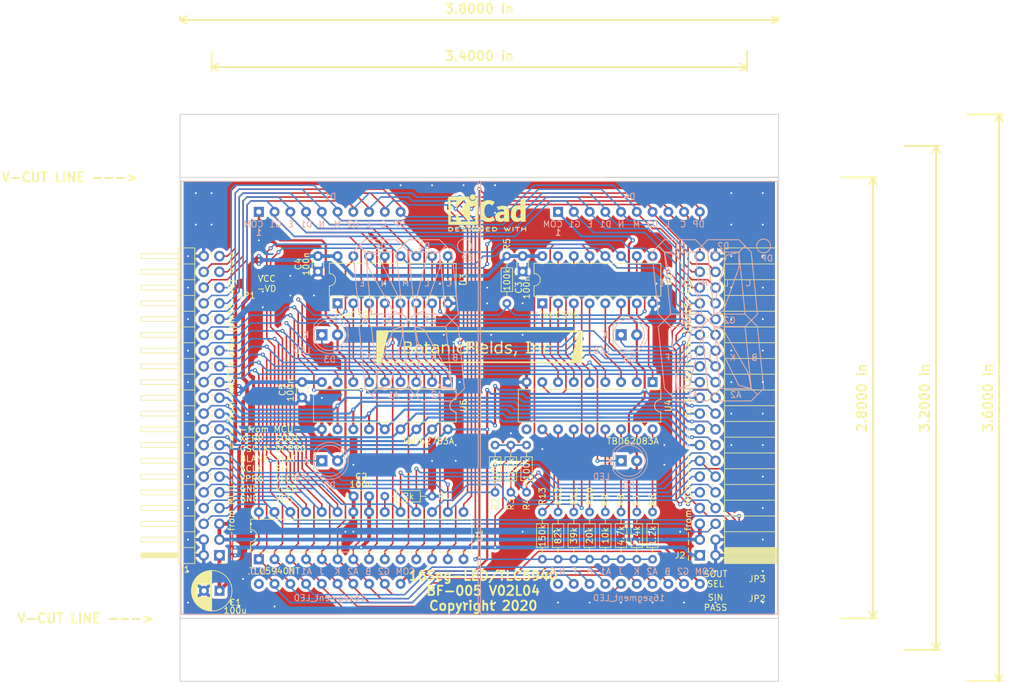
<source format=kicad_pcb>
(kicad_pcb (version 20171130) (host pcbnew "(5.1.5)-3")
  (title_block (title BF-005) (date 2020-05-04) (rev V02L04) (company "Copyright 2020 Botanic Fields, Inc.") (comment 1 "16 Segment LED controlled byTLC5940"))
  (layers (0 F.Cu signal) (31 B.Cu signal) (34 B.Paste user) (35 F.Paste user) (36 B.SilkS user) (37 F.SilkS user) (38 B.Mask user) (39 F.Mask user) (44 Edge.Cuts user))
  (net 0 "")
  (net 1 VCC)
  (net 2 GND)
  (net 3 VD)
  (net 4 /L9)
  (net 5 /A0)
  (net 6 /L8)
  (net 7 /L10)
  (net 8 /L11)
  (net 9 /L12)
  (net 10 /L13)
  (net 11 /L14)
  (net 12 /L15)
  (net 13 /L16)
  (net 14 /L7)
  (net 15 /L6)
  (net 16 /L5)
  (net 17 /L4)
  (net 18 /L3)
  (net 19 /L2)
  (net 20 /L1)
  (net 21 /L0)
  (net 22 "Net-(D1-Pad20)")
  (net 23 "Net-(D4-Pad20)")
  (net 24 /A1)
  (net 25 /VPRG)
  (net 26 /SIN)
  (net 27 /SCLK)
  (net 28 /XLAT)
  (net 29 /BLANK)
  (net 30 /DCPRG)
  (net 31 /GSCLK)
  (net 32 /SOUT)
  (net 33 /XERR)
  (net 34 /A2)
  (net 35 /A3)
  (net 36 /A4)
  (net 37 /A5)
  (net 38 /A6)
  (net 39 /A7)
  (net 40 "Net-(J2-Pad7)")
  (net 41 "Net-(R1-Pad1)")
  (net 42 "Net-(R5-Pad2)")
  (net 43 "Net-(R6-Pad1)")
  (net 44 "Net-(R7-Pad1)")
  (net 45 "Net-(R8-Pad1)")
  (net 46 "Net-(R9-Pad1)")
  (net 47 "Net-(R10-Pad1)")
  (net 48 "Net-(R11-Pad1)")
  (net 49 "Net-(R12-Pad1)")
  (net 50 "Net-(R13-Pad1)")
  (net 51 "Net-(U1-Pad17)")
  (net 52 "Net-(U2-Pad15)")
  (net 53 "Net-(U2-Pad7)")
  (net 54 "Net-(U2-Pad6)")
  (net 55 "Net-(U2-Pad5)")
  (net 56 "Net-(U2-Pad4)")
  (net 57 "Net-(U2-Pad3)")
  (net 58 "Net-(U2-Pad2)")
  (net 59 "Net-(U2-Pad9)")
  (net 60 "Net-(U2-Pad1)")
  (net 61 "Net-(U3-Pad1)")
  (net 62 "Net-(U3-Pad2)")
  (net 63 "Net-(U3-Pad3)")
  (net 64 "Net-(U3-Pad4)")
  (net 65 "Net-(U3-Pad5)")
  (net 66 "Net-(U3-Pad6)")
  (net 67 "Net-(U3-Pad7)")
  (net 68 "Net-(U3-Pad15)")
  (net 69 "Net-(U4-Pad10)")
  (module bf:BF@KA2311-42B (layer B.Cu) (at 111.76 96.52)
    (fp_text reference D1 (at 1.35 -32.46) (layer B.SilkS) (effects (justify mirror)))
    (fp_text value 16segment_LED (at 1.27 32.27) (layer B.SilkS) (effects (justify mirror)))
    (fp_text user A1 (at 11.5 -0.5) (layer B.SilkS) (effects (justify mirror)))
    (fp_text user A2 (at 18.5 -0.5) (layer B.SilkS) (effects (justify mirror)))
    (fp_text user G1 (at 10.5 -12.5) (layer B.SilkS) (effects (justify mirror)))
    (fp_text user G2 (at 17.5 -12.5) (layer B.SilkS) (effects (justify mirror)))
    (fp_text user D1 (at 9.5 -24.5) (layer B.SilkS) (effects (justify mirror)))
    (fp_text user D2 (at 16.5 -24.5) (layer B.SilkS) (effects (justify mirror)))
    (fp_text user DP (at 23.5 -22.5) (layer B.SilkS) (effects (justify mirror)))
    (fp_text user B (at 21.5 -6.5) (layer B.SilkS) (effects (justify mirror)))
    (fp_text user C (at 20.5 -18.5) (layer B.SilkS) (effects (justify mirror)))
    (fp_text user E (at 6.5 -18.5) (layer B.SilkS) (effects (justify mirror)))
    (fp_text user F (at 7.5 -6.5) (layer B.SilkS) (effects (justify mirror)))
    (fp_text user H (at 11 -6.5) (layer B.SilkS) (effects (justify mirror)))
    (fp_text user J (at 14.5 -6.5) (layer B.SilkS) (effects (justify mirror)))
    (fp_text user K (at 18 -6.5) (layer B.SilkS) (effects (justify mirror)))
    (fp_text user L (at 17 -18.5) (layer B.SilkS) (effects (justify mirror)))
    (fp_text user M (at 13.5 -18.5) (layer B.SilkS) (effects (justify mirror)))
    (fp_text user N (at 10 -18.5) (layer B.SilkS) (effects (justify mirror)))
    (fp_text user A1 (at -2.5 28) (layer B.SilkS) (effects (justify mirror)))
    (fp_text user A2 (at 5 28) (layer B.SilkS) (effects (justify mirror)))
    (fp_text user F (at -7.5 28) (layer B.SilkS) (effects (justify mirror)))
    (fp_text user H (at -5 28) (layer B.SilkS) (effects (justify mirror)))
    (fp_text user J (at 0 28) (layer B.SilkS) (effects (justify mirror)))
    (fp_text user K (at 2.5 28) (layer B.SilkS) (effects (justify mirror)))
    (fp_text user B (at 7.5 28) (layer B.SilkS) (effects (justify mirror)))
    (fp_text user G1 (at -7.5 -28) (layer B.SilkS) (effects (justify mirror)))
    (fp_text user G2 (at 10 28) (layer B.SilkS) (effects (justify mirror)))
    (fp_text user E (at -5 -28) (layer B.SilkS) (effects (justify mirror)))
    (fp_text user N (at 0 -28) (layer B.SilkS) (effects (justify mirror)))
    (fp_text user M (at 2.5 -28) (layer B.SilkS) (effects (justify mirror)))
    (fp_text user L (at 7.5 -28) (layer B.SilkS) (effects (justify mirror)))
    (fp_text user C (at 10 -28) (layer B.SilkS) (effects (justify mirror)))
    (fp_text user D1 (at -2.5 -28) (layer B.SilkS) (effects (justify mirror)))
    (fp_text user D2 (at 5 -28) (layer B.SilkS) (effects (justify mirror)))
    (fp_text user DP (at 12.5 -28) (layer B.SilkS) (effects (justify mirror)))
    (fp_text user COM (at 13.5 28) (layer B.SilkS) (effects (justify mirror)))
    (fp_text user COM (at -11 -28) (layer B.SilkS) (effects (justify mirror)))
    (fp_text user N.C. (at -10.5 28) (layer B.SilkS) (effects (justify mirror)))
    (pad 20 thru_hole circle (at -10.16 30) (size 1.6 1.6) (drill 0.8) (layers *.Cu *.Mask) (net 22 "Net-(D1-Pad20)"))
    (pad 19 thru_hole circle (at -7.62 30) (size 1.6 1.6) (drill 0.8) (layers *.Cu *.Mask) (net 21 /L0))
    (pad 18 thru_hole circle (at -5.08 30) (size 1.6 1.6) (drill 0.8) (layers *.Cu *.Mask) (net 20 /L1))
    (pad 17 thru_hole circle (at -2.54 30) (size 1.6 1.6) (drill 0.8) (layers *.Cu *.Mask) (net 19 /L2))
    (pad 16 thru_hole circle (at 0 30) (size 1.6 1.6) (drill 0.8) (layers *.Cu *.Mask) (net 18 /L3))
    (pad 15 thru_hole circle (at 2.54 30) (size 1.6 1.6) (drill 0.8) (layers *.Cu *.Mask) (net 17 /L4))
    (pad 14 thru_hole circle (at 5.08 30) (size 1.6 1.6) (drill 0.8) (layers *.Cu *.Mask) (net 16 /L5))
    (pad 13 thru_hole circle (at 7.62 30) (size 1.6 1.6) (drill 0.8) (layers *.Cu *.Mask) (net 15 /L6))
    (pad 12 thru_hole circle (at 10.16 30) (size 1.6 1.6) (drill 0.8) (layers *.Cu *.Mask) (net 14 /L7))
    (pad 11 thru_hole circle (at 12.7 30) (size 1.6 1.6) (drill 0.8) (layers *.Cu *.Mask) (net 5 /A0))
    (pad 10 thru_hole circle (at 12.7 -30) (size 1.6 1.6) (drill 0.8) (layers *.Cu *.Mask) (net 13 /L16))
    (pad 9 thru_hole circle (at 10.16 -30) (size 1.6 1.6) (drill 0.8) (layers *.Cu *.Mask) (net 12 /L15))
    (pad 8 thru_hole circle (at 7.62 -30) (size 1.6 1.6) (drill 0.8) (layers *.Cu *.Mask) (net 11 /L14))
    (pad 7 thru_hole circle (at 5.08 -30) (size 1.6 1.6) (drill 0.8) (layers *.Cu *.Mask) (net 10 /L13))
    (pad 6 thru_hole circle (at 2.54 -30) (size 1.6 1.6) (drill 0.8) (layers *.Cu *.Mask) (net 9 /L12))
    (pad 5 thru_hole circle (at 0 -30) (size 1.6 1.6) (drill 0.8) (layers *.Cu *.Mask) (net 8 /L11))
    (pad 4 thru_hole circle (at -2.54 -30) (size 1.6 1.6) (drill 0.8) (layers *.Cu *.Mask) (net 7 /L10))
    (pad 2 thru_hole circle (at -7.62 -30) (size 1.6 1.6) (drill 0.8) (layers *.Cu *.Mask) (net 6 /L8))
    (pad 1 thru_hole rect (at -10.16 -30) (size 1.6 1.6) (drill 0.8) (layers *.Cu *.Mask) (net 5 /A0))
    (pad 3 thru_hole circle (at -5.08 -30) (size 1.6 1.6) (drill 0.8) (layers *.Cu *.Mask) (net 4 /L9))
  )
  (module Mounting_Holes:MountingHole_3.2mm_M3 (layer F.Cu) (at 180.34 55.88)
    (fp_text reference REF**)
    (fp_text value MountingHole_3.2mm_M3)
    (pad 1 np_thru_hole circle (at 0 0) (size 3.2 3.2) (drill 3.2) (layers *.Cu *.Mask))
  )
  (module bf:BF@KA2311-42B (layer B.Cu) (at 160.02 96.52)
    (fp_text reference D4 (at 1.35 -32.46) (layer B.SilkS) (effects (justify mirror)))
    (fp_text value 16segment_LED (at 1.27 32.27) (layer B.SilkS) (effects (justify mirror)))
    (fp_text user A1 (at 11.5 -0.5) (layer B.SilkS) (effects (justify mirror)))
    (fp_text user A2 (at 18.5 -0.5) (layer B.SilkS) (effects (justify mirror)))
    (fp_text user G1 (at 10.5 -12.5) (layer B.SilkS) (effects (justify mirror)))
    (fp_text user G2 (at 17.5 -12.5) (layer B.SilkS) (effects (justify mirror)))
    (fp_text user D1 (at 9.5 -24.5) (layer B.SilkS) (effects (justify mirror)))
    (fp_text user D2 (at 16.5 -24.5) (layer B.SilkS) (effects (justify mirror)))
    (fp_text user DP (at 23.5 -22.5) (layer B.SilkS) (effects (justify mirror)))
    (fp_text user B (at 21.5 -6.5) (layer B.SilkS) (effects (justify mirror)))
    (fp_text user C (at 20.5 -18.5) (layer B.SilkS) (effects (justify mirror)))
    (fp_text user E (at 6.5 -18.5) (layer B.SilkS) (effects (justify mirror)))
    (fp_text user F (at 7.5 -6.5) (layer B.SilkS) (effects (justify mirror)))
    (fp_text user H (at 11 -6.5) (layer B.SilkS) (effects (justify mirror)))
    (fp_text user J (at 14.5 -6.5) (layer B.SilkS) (effects (justify mirror)))
    (fp_text user K (at 18 -6.5) (layer B.SilkS) (effects (justify mirror)))
    (fp_text user L (at 17 -18.5) (layer B.SilkS) (effects (justify mirror)))
    (fp_text user M (at 13.5 -18.5) (layer B.SilkS) (effects (justify mirror)))
    (fp_text user N (at 10 -18.5) (layer B.SilkS) (effects (justify mirror)))
    (fp_text user A1 (at -2.5 28) (layer B.SilkS) (effects (justify mirror)))
    (fp_text user A2 (at 5 28) (layer B.SilkS) (effects (justify mirror)))
    (fp_text user F (at -7.5 28) (layer B.SilkS) (effects (justify mirror)))
    (fp_text user H (at -5 28) (layer B.SilkS) (effects (justify mirror)))
    (fp_text user J (at 0 28) (layer B.SilkS) (effects (justify mirror)))
    (fp_text user K (at 2.5 28) (layer B.SilkS) (effects (justify mirror)))
    (fp_text user B (at 7.5 28) (layer B.SilkS) (effects (justify mirror)))
    (fp_text user G1 (at -7.5 -28) (layer B.SilkS) (effects (justify mirror)))
    (fp_text user G2 (at 10 28) (layer B.SilkS) (effects (justify mirror)))
    (fp_text user E (at -5 -28) (layer B.SilkS) (effects (justify mirror)))
    (fp_text user N (at 0 -28) (layer B.SilkS) (effects (justify mirror)))
    (fp_text user M (at 2.5 -28) (layer B.SilkS) (effects (justify mirror)))
    (fp_text user L (at 7.5 -28) (layer B.SilkS) (effects (justify mirror)))
    (fp_text user C (at 10 -28) (layer B.SilkS) (effects (justify mirror)))
    (fp_text user D1 (at -2.5 -28) (layer B.SilkS) (effects (justify mirror)))
    (fp_text user D2 (at 5 -28) (layer B.SilkS) (effects (justify mirror)))
    (fp_text user DP (at 12.5 -28) (layer B.SilkS) (effects (justify mirror)))
    (fp_text user COM (at 13.5 28) (layer B.SilkS) (effects (justify mirror)))
    (fp_text user COM (at -11 -28) (layer B.SilkS) (effects (justify mirror)))
    (fp_text user N.C. (at -10.5 28) (layer B.SilkS) (effects (justify mirror)))
    (pad 20 thru_hole circle (at -10.16 30) (size 1.6 1.6) (drill 0.8) (layers *.Cu *.Mask) (net 23 "Net-(D4-Pad20)"))
    (pad 19 thru_hole circle (at -7.62 30) (size 1.6 1.6) (drill 0.8) (layers *.Cu *.Mask) (net 21 /L0))
    (pad 18 thru_hole circle (at -5.08 30) (size 1.6 1.6) (drill 0.8) (layers *.Cu *.Mask) (net 20 /L1))
    (pad 17 thru_hole circle (at -2.54 30) (size 1.6 1.6) (drill 0.8) (layers *.Cu *.Mask) (net 19 /L2))
    (pad 16 thru_hole circle (at 0 30) (size 1.6 1.6) (drill 0.8) (layers *.Cu *.Mask) (net 18 /L3))
    (pad 15 thru_hole circle (at 2.54 30) (size 1.6 1.6) (drill 0.8) (layers *.Cu *.Mask) (net 17 /L4))
    (pad 14 thru_hole circle (at 5.08 30) (size 1.6 1.6) (drill 0.8) (layers *.Cu *.Mask) (net 16 /L5))
    (pad 13 thru_hole circle (at 7.62 30) (size 1.6 1.6) (drill 0.8) (layers *.Cu *.Mask) (net 15 /L6))
    (pad 12 thru_hole circle (at 10.16 30) (size 1.6 1.6) (drill 0.8) (layers *.Cu *.Mask) (net 14 /L7))
    (pad 11 thru_hole circle (at 12.7 30) (size 1.6 1.6) (drill 0.8) (layers *.Cu *.Mask) (net 24 /A1))
    (pad 10 thru_hole circle (at 12.7 -30) (size 1.6 1.6) (drill 0.8) (layers *.Cu *.Mask) (net 13 /L16))
    (pad 9 thru_hole circle (at 10.16 -30) (size 1.6 1.6) (drill 0.8) (layers *.Cu *.Mask) (net 12 /L15))
    (pad 8 thru_hole circle (at 7.62 -30) (size 1.6 1.6) (drill 0.8) (layers *.Cu *.Mask) (net 11 /L14))
    (pad 7 thru_hole circle (at 5.08 -30) (size 1.6 1.6) (drill 0.8) (layers *.Cu *.Mask) (net 10 /L13))
    (pad 6 thru_hole circle (at 2.54 -30) (size 1.6 1.6) (drill 0.8) (layers *.Cu *.Mask) (net 9 /L12))
    (pad 5 thru_hole circle (at 0 -30) (size 1.6 1.6) (drill 0.8) (layers *.Cu *.Mask) (net 8 /L11))
    (pad 4 thru_hole circle (at -2.54 -30) (size 1.6 1.6) (drill 0.8) (layers *.Cu *.Mask) (net 7 /L10))
    (pad 2 thru_hole circle (at -7.62 -30) (size 1.6 1.6) (drill 0.8) (layers *.Cu *.Mask) (net 6 /L8))
    (pad 1 thru_hole rect (at -10.16 -30) (size 1.6 1.6) (drill 0.8) (layers *.Cu *.Mask) (net 24 /A1))
    (pad 3 thru_hole circle (at -5.08 -30) (size 1.6 1.6) (drill 0.8) (layers *.Cu *.Mask) (net 4 /L9))
  )
  (module Mounting_Holes:MountingHole_3.2mm_M3 (layer F.Cu) (at 180.34 137.16)
    (fp_text reference REF**)
    (fp_text value MountingHole_3.2mm_M3)
    (pad 1 np_thru_hole circle (at 0 0) (size 3.2 3.2) (drill 3.2) (layers *.Cu *.Mask))
  )
  (module Mounting_Holes:MountingHole_3.2mm_M3 (layer F.Cu) (at 93.98 55.88)
    (fp_text reference REF**)
    (fp_text value MountingHole_3.2mm_M3)
    (pad 1 np_thru_hole circle (at 0 0) (size 3.2 3.2) (drill 3.2) (layers *.Cu *.Mask))
  )
  (module Symbols:KiCad-Logo2_6mm_SilkScreen (layer F.Cu) (at 138.43 66.675)
    (fp_text reference REF*** hide)
    (fp_text value KiCad-Logo2_6mm_SilkScreen hide)
  )
  (module bf:BF@logo (layer F.Cu) (at 137.16 88.265)
    (fp_text reference G*** hide)
    (fp_text value LOGO hide)
  )
  (module bf:BF@jumper_pad_open (layer F.Cu) (at 178.935 125.73 180)
    (fp_text reference JP3 (at -3.04 0 180) (layer F.SilkS))
    (fp_text value Jumper_NO_Small)
    (pad 2 smd trapezoid (at 1 0 180) (size 1 1.5) (rect_delta 0.3 0) (layers F.Cu F.Paste F.Mask) (net 40 "Net-(J2-Pad7)"))
    (pad 1 smd trapezoid (at -0.5 0 180) (size 1 1.5) (rect_delta -0.3 0) (layers F.Cu F.Paste F.Mask) (net 32 /SOUT))
  )
  (module Mounting_Holes:MountingHole_3.2mm_M3 (layer F.Cu) (at 93.98 137.16)
    (fp_text reference REF**)
    (fp_text value MountingHole_3.2mm_M3)
    (pad 1 np_thru_hole circle (at 0 0) (size 3.2 3.2) (drill 3.2) (layers *.Cu *.Mask))
  )
  (module bf:BF@jumper_pad_open (layer F.Cu) (at 178.935 128.905 180)
    (fp_text reference JP2 (at -3.04 0 180) (layer F.SilkS))
    (fp_text value Jumper_NO_Small)
    (pad 2 smd trapezoid (at 1 0 180) (size 1 1.5) (rect_delta 0.3 0) (layers F.Cu F.Paste F.Mask) (net 40 "Net-(J2-Pad7)"))
    (pad 1 smd trapezoid (at -0.5 0 180) (size 1 1.5) (rect_delta -0.3 0) (layers F.Cu F.Paste F.Mask) (net 26 /SIN))
  )
  (module bf:BF@jumper_pad_open (layer F.Cu) (at 99.06 78.105)
    (fp_text reference JP1 (at 0.635 1.905) (layer F.SilkS))
    (fp_text value Jumper_NO_Small)
    (pad 2 smd trapezoid (at 1 0) (size 1 1.5) (rect_delta 0.3 0) (layers F.Cu F.Paste F.Mask) (net 1 VCC))
    (pad 1 smd trapezoid (at -0.5 0) (size 1 1.5) (rect_delta -0.3 0) (layers F.Cu F.Paste F.Mask) (net 3 VD))
  )
  (module Capacitor_THT:CP_Radial_D6.3mm_P2.50mm (layer F.Cu) (at 95.25 127.635 180)
    (fp_text reference C1 (at -2.54 -1.905 180) (layer F.SilkS))
    (fp_text value 100u (at -2.54 -3.175 180) (layer F.SilkS))
    (pad 1 thru_hole rect (at 0 0 180) (size 1.6 1.6) (drill 0.8) (layers *.Cu *.Mask) (net 1 VCC))
    (pad 2 thru_hole circle (at 2.5 0 180) (size 1.6 1.6) (drill 0.8) (layers *.Cu *.Mask) (net 2 GND))
  )
  (module Capacitor_THT:C_Disc_D3.0mm_W1.6mm_P2.50mm (layer F.Cu) (at 119.38 112.395 180)
    (fp_text reference C2 (at 1.27 3.175 180) (layer F.SilkS))
    (fp_text value 100n (at 1.27 1.905 180) (layer F.SilkS))
    (pad 1 thru_hole circle (at 0 0 180) (size 1.6 1.6) (drill 0.8) (layers *.Cu *.Mask) (net 1 VCC))
    (pad 2 thru_hole circle (at 2.5 0 180) (size 1.6 1.6) (drill 0.8) (layers *.Cu *.Mask) (net 2 GND))
  )
  (module Capacitor_THT:C_Disc_D3.0mm_W1.6mm_P2.50mm (layer F.Cu) (at 144.145 73.66 270)
    (fp_text reference C3 (at 5.08 0.635 270) (layer F.SilkS))
    (fp_text value 100n (at 5.08 -0.635 270) (layer F.SilkS))
    (pad 2 thru_hole circle (at 2.5 0 270) (size 1.6 1.6) (drill 0.8) (layers *.Cu *.Mask) (net 2 GND))
    (pad 1 thru_hole circle (at 0 0 270) (size 1.6 1.6) (drill 0.8) (layers *.Cu *.Mask) (net 1 VCC))
  )
  (module Capacitor_THT:C_Disc_D3.0mm_W1.6mm_P2.50mm (layer F.Cu) (at 111.125 73.66 270)
    (fp_text reference C4 (at 1.27 3.175 270) (layer F.SilkS))
    (fp_text value 100n (at 1.27 1.905 270) (layer F.SilkS))
    (pad 1 thru_hole circle (at 0 0 270) (size 1.6 1.6) (drill 0.8) (layers *.Cu *.Mask) (net 1 VCC))
    (pad 2 thru_hole circle (at 2.5 0 270) (size 1.6 1.6) (drill 0.8) (layers *.Cu *.Mask) (net 2 GND))
  )
  (module Capacitor_THT:C_Disc_D3.0mm_W1.6mm_P2.50mm (layer F.Cu) (at 108.585 93.98 270)
    (fp_text reference C5 (at 1.27 3.175 270) (layer F.SilkS))
    (fp_text value 100n (at 1.27 1.905 270) (layer F.SilkS))
    (pad 2 thru_hole circle (at 2.5 0 270) (size 1.6 1.6) (drill 0.8) (layers *.Cu *.Mask) (net 2 GND))
    (pad 1 thru_hole circle (at 0 0 270) (size 1.6 1.6) (drill 0.8) (layers *.Cu *.Mask) (net 3 VD))
  )
  (module LED_THT:LED_D5.0mm (layer B.Cu) (at 111.76 106.68)
    (fp_text reference D2 (at 1.27 3.96) (layer B.SilkS) (effects (justify mirror)))
    (fp_text value LED (at -3.175 2.54) (layer B.SilkS) (effects (justify mirror)))
    (pad 2 thru_hole circle (at 2.54 0) (size 1.8 1.8) (drill 0.9) (layers *.Cu *.Mask) (net 5 /A0))
    (pad 1 thru_hole rect (at 0 0) (size 1.8 1.8) (drill 0.9) (layers *.Cu *.Mask) (net 19 /L2))
  )
  (module LED_THT:LED_D5.0mm (layer B.Cu) (at 111.76 86.36)
    (fp_text reference D3 (at 1.27 3.96) (layer B.SilkS) (effects (justify mirror)))
    (fp_text value LED (at -3.175 2.54) (layer B.SilkS) (effects (justify mirror)))
    (pad 1 thru_hole rect (at 0 0) (size 1.8 1.8) (drill 0.9) (layers *.Cu *.Mask) (net 7 /L10))
    (pad 2 thru_hole circle (at 2.54 0) (size 1.8 1.8) (drill 0.9) (layers *.Cu *.Mask) (net 5 /A0))
  )
  (module LED_THT:LED_D5.0mm (layer B.Cu) (at 160.02 106.68)
    (fp_text reference D5 (at 1.27 3.96) (layer B.SilkS) (effects (justify mirror)))
    (fp_text value LED (at -3.175 2.54) (layer B.SilkS) (effects (justify mirror)))
    (pad 2 thru_hole circle (at 2.54 0) (size 1.8 1.8) (drill 0.9) (layers *.Cu *.Mask) (net 24 /A1))
    (pad 1 thru_hole rect (at 0 0) (size 1.8 1.8) (drill 0.9) (layers *.Cu *.Mask) (net 19 /L2))
  )
  (module LED_THT:LED_D5.0mm (layer B.Cu) (at 160.02 86.36)
    (fp_text reference D6 (at 1.27 3.96) (layer B.SilkS) (effects (justify mirror)))
    (fp_text value LED (at -3.175 2.54) (layer B.SilkS) (effects (justify mirror)))
    (pad 1 thru_hole rect (at 0 0) (size 1.8 1.8) (drill 0.9) (layers *.Cu *.Mask) (net 7 /L10))
    (pad 2 thru_hole circle (at 2.54 0) (size 1.8 1.8) (drill 0.9) (layers *.Cu *.Mask) (net 24 /A1))
  )
  (module Connector_PinHeader_2.54mm:PinHeader_2x20_P2.54mm_Horizontal (layer F.Cu) (at 95.25 121.92 180)
    (fp_text reference J1 (at 5.655 -2.27) (layer F.SilkS))
    (fp_text value Conn_02x20_Odd_Even)
    (pad 1 thru_hole rect (at 0 0 180) (size 1.7 1.7) (drill 1) (layers *.Cu *.Mask) (net 1 VCC))
    (pad 2 thru_hole oval (at 2.54 0 180) (size 1.7 1.7) (drill 1) (layers *.Cu *.Mask) (net 2 GND))
    (pad 3 thru_hole oval (at 0 2.54 180) (size 1.7 1.7) (drill 1) (layers *.Cu *.Mask) (net 3 VD))
    (pad 4 thru_hole oval (at 2.54 2.54 180) (size 1.7 1.7) (drill 1) (layers *.Cu *.Mask) (net 2 GND))
    (pad 5 thru_hole oval (at 0 5.08 180) (size 1.7 1.7) (drill 1) (layers *.Cu *.Mask) (net 3 VD))
    (pad 6 thru_hole oval (at 2.54 5.08 180) (size 1.7 1.7) (drill 1) (layers *.Cu *.Mask) (net 25 /VPRG))
    (pad 7 thru_hole oval (at 0 7.62 180) (size 1.7 1.7) (drill 1) (layers *.Cu *.Mask) (net 26 /SIN))
    (pad 8 thru_hole oval (at 2.54 7.62 180) (size 1.7 1.7) (drill 1) (layers *.Cu *.Mask) (net 27 /SCLK))
    (pad 9 thru_hole oval (at 0 10.16 180) (size 1.7 1.7) (drill 1) (layers *.Cu *.Mask) (net 28 /XLAT))
    (pad 10 thru_hole oval (at 2.54 10.16 180) (size 1.7 1.7) (drill 1) (layers *.Cu *.Mask) (net 29 /BLANK))
    (pad 11 thru_hole oval (at 0 12.7 180) (size 1.7 1.7) (drill 1) (layers *.Cu *.Mask) (net 30 /DCPRG))
    (pad 12 thru_hole oval (at 2.54 12.7 180) (size 1.7 1.7) (drill 1) (layers *.Cu *.Mask) (net 31 /GSCLK))
    (pad 13 thru_hole oval (at 0 15.24 180) (size 1.7 1.7) (drill 1) (layers *.Cu *.Mask) (net 32 /SOUT))
    (pad 14 thru_hole oval (at 2.54 15.24 180) (size 1.7 1.7) (drill 1) (layers *.Cu *.Mask) (net 33 /XERR))
    (pad 15 thru_hole oval (at 0 17.78 180) (size 1.7 1.7) (drill 1) (layers *.Cu *.Mask) (net 5 /A0))
    (pad 16 thru_hole oval (at 2.54 17.78 180) (size 1.7 1.7) (drill 1) (layers *.Cu *.Mask) (net 24 /A1))
    (pad 17 thru_hole oval (at 0 20.32 180) (size 1.7 1.7) (drill 1) (layers *.Cu *.Mask) (net 34 /A2))
    (pad 18 thru_hole oval (at 2.54 20.32 180) (size 1.7 1.7) (drill 1) (layers *.Cu *.Mask) (net 35 /A3))
    (pad 19 thru_hole oval (at 0 22.86 180) (size 1.7 1.7) (drill 1) (layers *.Cu *.Mask) (net 36 /A4))
    (pad 20 thru_hole oval (at 2.54 22.86 180) (size 1.7 1.7) (drill 1) (layers *.Cu *.Mask) (net 37 /A5))
    (pad 21 thru_hole oval (at 0 25.4 180) (size 1.7 1.7) (drill 1) (layers *.Cu *.Mask) (net 38 /A6))
    (pad 22 thru_hole oval (at 2.54 25.4 180) (size 1.7 1.7) (drill 1) (layers *.Cu *.Mask) (net 39 /A7))
    (pad 23 thru_hole oval (at 0 27.94 180) (size 1.7 1.7) (drill 1) (layers *.Cu *.Mask) (net 21 /L0))
    (pad 24 thru_hole oval (at 2.54 27.94 180) (size 1.7 1.7) (drill 1) (layers *.Cu *.Mask) (net 20 /L1))
    (pad 25 thru_hole oval (at 0 30.48 180) (size 1.7 1.7) (drill 1) (layers *.Cu *.Mask) (net 19 /L2))
    (pad 26 thru_hole oval (at 2.54 30.48 180) (size 1.7 1.7) (drill 1) (layers *.Cu *.Mask) (net 18 /L3))
    (pad 27 thru_hole oval (at 0 33.02 180) (size 1.7 1.7) (drill 1) (layers *.Cu *.Mask) (net 17 /L4))
    (pad 28 thru_hole oval (at 2.54 33.02 180) (size 1.7 1.7) (drill 1) (layers *.Cu *.Mask) (net 16 /L5))
    (pad 29 thru_hole oval (at 0 35.56 180) (size 1.7 1.7) (drill 1) (layers *.Cu *.Mask) (net 15 /L6))
    (pad 30 thru_hole oval (at 2.54 35.56 180) (size 1.7 1.7) (drill 1) (layers *.Cu *.Mask) (net 14 /L7))
    (pad 31 thru_hole oval (at 0 38.1 180) (size 1.7 1.7) (drill 1) (layers *.Cu *.Mask) (net 6 /L8))
    (pad 32 thru_hole oval (at 2.54 38.1 180) (size 1.7 1.7) (drill 1) (layers *.Cu *.Mask) (net 4 /L9))
    (pad 33 thru_hole oval (at 0 40.64 180) (size 1.7 1.7) (drill 1) (layers *.Cu *.Mask) (net 7 /L10))
    (pad 34 thru_hole oval (at 2.54 40.64 180) (size 1.7 1.7) (drill 1) (layers *.Cu *.Mask) (net 8 /L11))
    (pad 35 thru_hole oval (at 0 43.18 180) (size 1.7 1.7) (drill 1) (layers *.Cu *.Mask) (net 9 /L12))
    (pad 36 thru_hole oval (at 2.54 43.18 180) (size 1.7 1.7) (drill 1) (layers *.Cu *.Mask) (net 10 /L13))
    (pad 37 thru_hole oval (at 0 45.72 180) (size 1.7 1.7) (drill 1) (layers *.Cu *.Mask) (net 11 /L14))
    (pad 38 thru_hole oval (at 2.54 45.72 180) (size 1.7 1.7) (drill 1) (layers *.Cu *.Mask) (net 12 /L15))
    (pad 39 thru_hole oval (at 0 48.26 180) (size 1.7 1.7) (drill 1) (layers *.Cu *.Mask) (net 13 /L16))
    (pad 40 thru_hole oval (at 2.54 48.26 180) (size 1.7 1.7) (drill 1) (layers *.Cu *.Mask) (net 2 GND))
  )
  (module Connector_PinSocket_2.54mm:PinSocket_2x20_P2.54mm_Horizontal (layer F.Cu) (at 172.72 121.92 180)
    (fp_text reference J2 (at 3.175 0) (layer F.SilkS))
    (fp_text value Conn_02x20_Odd_Even)
    (pad 1 thru_hole rect (at 0 0 180) (size 1.7 1.7) (drill 1) (layers *.Cu *.Mask) (net 1 VCC))
    (pad 2 thru_hole oval (at -2.54 0 180) (size 1.7 1.7) (drill 1) (layers *.Cu *.Mask) (net 2 GND))
    (pad 3 thru_hole oval (at 0 2.54 180) (size 1.7 1.7) (drill 1) (layers *.Cu *.Mask) (net 3 VD))
    (pad 4 thru_hole oval (at -2.54 2.54 180) (size 1.7 1.7) (drill 1) (layers *.Cu *.Mask) (net 2 GND))
    (pad 5 thru_hole oval (at 0 5.08 180) (size 1.7 1.7) (drill 1) (layers *.Cu *.Mask) (net 3 VD))
    (pad 6 thru_hole oval (at -2.54 5.08 180) (size 1.7 1.7) (drill 1) (layers *.Cu *.Mask) (net 25 /VPRG))
    (pad 7 thru_hole oval (at 0 7.62 180) (size 1.7 1.7) (drill 1) (layers *.Cu *.Mask) (net 40 "Net-(J2-Pad7)"))
    (pad 8 thru_hole oval (at -2.54 7.62 180) (size 1.7 1.7) (drill 1) (layers *.Cu *.Mask) (net 27 /SCLK))
    (pad 9 thru_hole oval (at 0 10.16 180) (size 1.7 1.7) (drill 1) (layers *.Cu *.Mask) (net 28 /XLAT))
    (pad 10 thru_hole oval (at -2.54 10.16 180) (size 1.7 1.7) (drill 1) (layers *.Cu *.Mask) (net 29 /BLANK))
    (pad 11 thru_hole oval (at 0 12.7 180) (size 1.7 1.7) (drill 1) (layers *.Cu *.Mask) (net 30 /DCPRG))
    (pad 12 thru_hole oval (at -2.54 12.7 180) (size 1.7 1.7) (drill 1) (layers *.Cu *.Mask) (net 31 /GSCLK))
    (pad 13 thru_hole oval (at 0 15.24 180) (size 1.7 1.7) (drill 1) (layers *.Cu *.Mask) (net 32 /SOUT))
    (pad 14 thru_hole oval (at -2.54 15.24 180) (size 1.7 1.7) (drill 1) (layers *.Cu *.Mask) (net 33 /XERR))
    (pad 15 thru_hole oval (at 0 17.78 180) (size 1.7 1.7) (drill 1) (layers *.Cu *.Mask) (net 34 /A2))
    (pad 16 thru_hole oval (at -2.54 17.78 180) (size 1.7 1.7) (drill 1) (layers *.Cu *.Mask) (net 35 /A3))
    (pad 17 thru_hole oval (at 0 20.32 180) (size 1.7 1.7) (drill 1) (layers *.Cu *.Mask) (net 36 /A4))
    (pad 18 thru_hole oval (at -2.54 20.32 180) (size 1.7 1.7) (drill 1) (layers *.Cu *.Mask) (net 37 /A5))
    (pad 19 thru_hole oval (at 0 22.86 180) (size 1.7 1.7) (drill 1) (layers *.Cu *.Mask) (net 38 /A6))
    (pad 20 thru_hole oval (at -2.54 22.86 180) (size 1.7 1.7) (drill 1) (layers *.Cu *.Mask) (net 39 /A7))
    (pad 21 thru_hole oval (at 0 25.4 180) (size 1.7 1.7) (drill 1) (layers *.Cu *.Mask) (net 5 /A0))
    (pad 22 thru_hole oval (at -2.54 25.4 180) (size 1.7 1.7) (drill 1) (layers *.Cu *.Mask) (net 24 /A1))
    (pad 23 thru_hole oval (at 0 27.94 180) (size 1.7 1.7) (drill 1) (layers *.Cu *.Mask) (net 21 /L0))
    (pad 24 thru_hole oval (at -2.54 27.94 180) (size 1.7 1.7) (drill 1) (layers *.Cu *.Mask) (net 20 /L1))
    (pad 25 thru_hole oval (at 0 30.48 180) (size 1.7 1.7) (drill 1) (layers *.Cu *.Mask) (net 19 /L2))
    (pad 26 thru_hole oval (at -2.54 30.48 180) (size 1.7 1.7) (drill 1) (layers *.Cu *.Mask) (net 18 /L3))
    (pad 27 thru_hole oval (at 0 33.02 180) (size 1.7 1.7) (drill 1) (layers *.Cu *.Mask) (net 17 /L4))
    (pad 28 thru_hole oval (at -2.54 33.02 180) (size 1.7 1.7) (drill 1) (layers *.Cu *.Mask) (net 16 /L5))
    (pad 29 thru_hole oval (at 0 35.56 180) (size 1.7 1.7) (drill 1) (layers *.Cu *.Mask) (net 15 /L6))
    (pad 30 thru_hole oval (at -2.54 35.56 180) (size 1.7 1.7) (drill 1) (layers *.Cu *.Mask) (net 14 /L7))
    (pad 31 thru_hole oval (at 0 38.1 180) (size 1.7 1.7) (drill 1) (layers *.Cu *.Mask) (net 6 /L8))
    (pad 32 thru_hole oval (at -2.54 38.1 180) (size 1.7 1.7) (drill 1) (layers *.Cu *.Mask) (net 4 /L9))
    (pad 33 thru_hole oval (at 0 40.64 180) (size 1.7 1.7) (drill 1) (layers *.Cu *.Mask) (net 7 /L10))
    (pad 34 thru_hole oval (at -2.54 40.64 180) (size 1.7 1.7) (drill 1) (layers *.Cu *.Mask) (net 8 /L11))
    (pad 35 thru_hole oval (at 0 43.18 180) (size 1.7 1.7) (drill 1) (layers *.Cu *.Mask) (net 9 /L12))
    (pad 36 thru_hole oval (at -2.54 43.18 180) (size 1.7 1.7) (drill 1) (layers *.Cu *.Mask) (net 10 /L13))
    (pad 37 thru_hole oval (at 0 45.72 180) (size 1.7 1.7) (drill 1) (layers *.Cu *.Mask) (net 11 /L14))
    (pad 38 thru_hole oval (at -2.54 45.72 180) (size 1.7 1.7) (drill 1) (layers *.Cu *.Mask) (net 12 /L15))
    (pad 39 thru_hole oval (at 0 48.26 180) (size 1.7 1.7) (drill 1) (layers *.Cu *.Mask) (net 13 /L16))
    (pad 40 thru_hole oval (at -2.54 48.26 180) (size 1.7 1.7) (drill 1) (layers *.Cu *.Mask) (net 2 GND))
  )
  (module Resistor_THT:R_Axial_DIN0204_L3.6mm_D1.6mm_P7.62mm_Horizontal (layer F.Cu) (at 121.92 112.395)
    (fp_text reference R1 (at 9.525 0) (layer F.SilkS))
    (fp_text value 2k (at 3.81 0) (layer F.SilkS))
    (pad 2 thru_hole oval (at 7.62 0) (size 1.4 1.4) (drill 0.7) (layers *.Cu *.Mask) (net 2 GND))
    (pad 1 thru_hole circle (at 0 0) (size 1.4 1.4) (drill 0.7) (layers *.Cu *.Mask) (net 41 "Net-(R1-Pad1)"))
  )
  (module Resistor_THT:R_Axial_DIN0204_L3.6mm_D1.6mm_P7.62mm_Horizontal (layer F.Cu) (at 139.7 104.14 270)
    (fp_text reference R2 (at 9.525 0 270) (layer F.SilkS))
    (fp_text value 100k (at 3.81 0 270) (layer F.SilkS))
    (pad 1 thru_hole circle (at 0 0 270) (size 1.4 1.4) (drill 0.7) (layers *.Cu *.Mask) (net 1 VCC))
    (pad 2 thru_hole oval (at 7.62 0 270) (size 1.4 1.4) (drill 0.7) (layers *.Cu *.Mask) (net 33 /XERR))
  )
  (module Resistor_THT:R_Axial_DIN0204_L3.6mm_D1.6mm_P7.62mm_Horizontal (layer F.Cu) (at 142.24 104.14 270)
    (fp_text reference R3 (at 9.525 0 270) (layer F.SilkS))
    (fp_text value 100k (at 3.81 0 270) (layer F.SilkS))
    (pad 1 thru_hole circle (at 0 0 270) (size 1.4 1.4) (drill 0.7) (layers *.Cu *.Mask) (net 1 VCC))
    (pad 2 thru_hole oval (at 7.62 0 270) (size 1.4 1.4) (drill 0.7) (layers *.Cu *.Mask) (net 29 /BLANK))
  )
  (module Resistor_THT:R_Axial_DIN0204_L3.6mm_D1.6mm_P7.62mm_Horizontal (layer F.Cu) (at 144.78 104.14 270)
    (fp_text reference R4 (at 9.525 0 270) (layer F.SilkS))
    (fp_text value 100k (at 3.81 0 270) (layer F.SilkS))
    (pad 2 thru_hole oval (at 7.62 0 270) (size 1.4 1.4) (drill 0.7) (layers *.Cu *.Mask) (net 32 /SOUT))
    (pad 1 thru_hole circle (at 0 0 270) (size 1.4 1.4) (drill 0.7) (layers *.Cu *.Mask) (net 1 VCC))
  )
  (module Resistor_THT:R_Axial_DIN0204_L3.6mm_D1.6mm_P7.62mm_Horizontal (layer F.Cu) (at 141.605 73.66 270)
    (fp_text reference R5 (at -1.905 0 270) (layer F.SilkS))
    (fp_text value 100k (at 3.81 0 270) (layer F.SilkS))
    (pad 1 thru_hole circle (at 0 0 270) (size 1.4 1.4) (drill 0.7) (layers *.Cu *.Mask) (net 1 VCC))
    (pad 2 thru_hole oval (at 7.62 0 270) (size 1.4 1.4) (drill 0.7) (layers *.Cu *.Mask) (net 42 "Net-(R5-Pad2)"))
  )
  (module Resistor_THT:R_Axial_DIN0204_L3.6mm_D1.6mm_P7.62mm_Horizontal (layer F.Cu) (at 165.1 114.935 270)
    (fp_text reference R6 (at -1.905 0 270) (layer F.SilkS))
    (fp_text value 1.2k (at 3.81 0 270) (layer F.SilkS))
    (pad 2 thru_hole oval (at 7.62 0 270) (size 1.4 1.4) (drill 0.7) (layers *.Cu *.Mask) (net 13 /L16))
    (pad 1 thru_hole circle (at 0 0 270) (size 1.4 1.4) (drill 0.7) (layers *.Cu *.Mask) (net 43 "Net-(R6-Pad1)"))
  )
  (module Resistor_THT:R_Axial_DIN0204_L3.6mm_D1.6mm_P7.62mm_Horizontal (layer F.Cu) (at 162.56 114.935 270)
    (fp_text reference R7 (at -1.905 0 270) (layer F.SilkS))
    (fp_text value 2.4k (at 3.81 0 270) (layer F.SilkS))
    (pad 1 thru_hole circle (at 0 0 270) (size 1.4 1.4) (drill 0.7) (layers *.Cu *.Mask) (net 44 "Net-(R7-Pad1)"))
    (pad 2 thru_hole oval (at 7.62 0 270) (size 1.4 1.4) (drill 0.7) (layers *.Cu *.Mask) (net 13 /L16))
  )
  (module Resistor_THT:R_Axial_DIN0204_L3.6mm_D1.6mm_P7.62mm_Horizontal (layer F.Cu) (at 160.02 114.935 270)
    (fp_text reference R8 (at -1.905 0 270) (layer F.SilkS))
    (fp_text value 4.7k (at 3.81 0 270) (layer F.SilkS))
    (pad 2 thru_hole oval (at 7.62 0 270) (size 1.4 1.4) (drill 0.7) (layers *.Cu *.Mask) (net 13 /L16))
    (pad 1 thru_hole circle (at 0 0 270) (size 1.4 1.4) (drill 0.7) (layers *.Cu *.Mask) (net 45 "Net-(R8-Pad1)"))
  )
  (module Resistor_THT:R_Axial_DIN0204_L3.6mm_D1.6mm_P7.62mm_Horizontal (layer F.Cu) (at 157.48 114.935 270)
    (fp_text reference R9 (at -1.905 0 270) (layer F.SilkS))
    (fp_text value 10k (at 3.81 0 270) (layer F.SilkS))
    (pad 1 thru_hole circle (at 0 0 270) (size 1.4 1.4) (drill 0.7) (layers *.Cu *.Mask) (net 46 "Net-(R9-Pad1)"))
    (pad 2 thru_hole oval (at 7.62 0 270) (size 1.4 1.4) (drill 0.7) (layers *.Cu *.Mask) (net 13 /L16))
  )
  (module Resistor_THT:R_Axial_DIN0204_L3.6mm_D1.6mm_P7.62mm_Horizontal (layer F.Cu) (at 154.94 114.935 270)
    (fp_text reference R10 (at -2.54 0 270) (layer F.SilkS))
    (fp_text value 20k (at 3.81 0 270) (layer F.SilkS))
    (pad 2 thru_hole oval (at 7.62 0 270) (size 1.4 1.4) (drill 0.7) (layers *.Cu *.Mask) (net 13 /L16))
    (pad 1 thru_hole circle (at 0 0 270) (size 1.4 1.4) (drill 0.7) (layers *.Cu *.Mask) (net 47 "Net-(R10-Pad1)"))
  )
  (module Resistor_THT:R_Axial_DIN0204_L3.6mm_D1.6mm_P7.62mm_Horizontal (layer F.Cu) (at 152.4 114.935 270)
    (fp_text reference R11 (at -2.54 0 270) (layer F.SilkS))
    (fp_text value 39k (at 3.81 0 270) (layer F.SilkS))
    (pad 1 thru_hole circle (at 0 0 270) (size 1.4 1.4) (drill 0.7) (layers *.Cu *.Mask) (net 48 "Net-(R11-Pad1)"))
    (pad 2 thru_hole oval (at 7.62 0 270) (size 1.4 1.4) (drill 0.7) (layers *.Cu *.Mask) (net 13 /L16))
  )
  (module Resistor_THT:R_Axial_DIN0204_L3.6mm_D1.6mm_P7.62mm_Horizontal (layer F.Cu) (at 149.86 114.935 270)
    (fp_text reference R12 (at -2.54 0 270) (layer F.SilkS))
    (fp_text value 82k (at 3.81 0 270) (layer F.SilkS))
    (pad 1 thru_hole circle (at 0 0 270) (size 1.4 1.4) (drill 0.7) (layers *.Cu *.Mask) (net 49 "Net-(R12-Pad1)"))
    (pad 2 thru_hole oval (at 7.62 0 270) (size 1.4 1.4) (drill 0.7) (layers *.Cu *.Mask) (net 13 /L16))
  )
  (module Resistor_THT:R_Axial_DIN0204_L3.6mm_D1.6mm_P7.62mm_Horizontal (layer F.Cu) (at 147.32 114.935 270)
    (fp_text reference R13 (at -2.54 0 270) (layer F.SilkS))
    (fp_text value 150k (at 3.81 0 270) (layer F.SilkS))
    (pad 2 thru_hole oval (at 7.62 0 270) (size 1.4 1.4) (drill 0.7) (layers *.Cu *.Mask) (net 13 /L16))
    (pad 1 thru_hole circle (at 0 0 270) (size 1.4 1.4) (drill 0.7) (layers *.Cu *.Mask) (net 50 "Net-(R13-Pad1)"))
  )
  (module Package_DIP:DIP-28_W7.62mm (layer F.Cu) (at 101.6 122.555 90)
    (fp_text reference U1 (at 3.81 35.56 90) (layer F.SilkS))
    (fp_text value TLC5940NT (at -1.905 2.54 180) (layer F.SilkS))
    (pad 1 thru_hole rect (at 0 0 90) (size 1.6 1.6) (drill 0.8) (layers *.Cu *.Mask) (net 20 /L1))
    (pad 15 thru_hole oval (at 7.62 33.02 90) (size 1.6 1.6) (drill 0.8) (layers *.Cu *.Mask) (net 12 /L15))
    (pad 2 thru_hole oval (at 0 2.54 90) (size 1.6 1.6) (drill 0.8) (layers *.Cu *.Mask) (net 19 /L2))
    (pad 16 thru_hole oval (at 7.62 30.48 90) (size 1.6 1.6) (drill 0.8) (layers *.Cu *.Mask) (net 33 /XERR))
    (pad 3 thru_hole oval (at 0 5.08 90) (size 1.6 1.6) (drill 0.8) (layers *.Cu *.Mask) (net 18 /L3))
    (pad 17 thru_hole oval (at 7.62 27.94 90) (size 1.6 1.6) (drill 0.8) (layers *.Cu *.Mask) (net 51 "Net-(U1-Pad17)"))
    (pad 4 thru_hole oval (at 0 7.62 90) (size 1.6 1.6) (drill 0.8) (layers *.Cu *.Mask) (net 17 /L4))
    (pad 18 thru_hole oval (at 7.62 25.4 90) (size 1.6 1.6) (drill 0.8) (layers *.Cu *.Mask) (net 31 /GSCLK))
    (pad 5 thru_hole oval (at 0 10.16 90) (size 1.6 1.6) (drill 0.8) (layers *.Cu *.Mask) (net 16 /L5))
    (pad 19 thru_hole oval (at 7.62 22.86 90) (size 1.6 1.6) (drill 0.8) (layers *.Cu *.Mask) (net 30 /DCPRG))
    (pad 6 thru_hole oval (at 0 12.7 90) (size 1.6 1.6) (drill 0.8) (layers *.Cu *.Mask) (net 15 /L6))
    (pad 20 thru_hole oval (at 7.62 20.32 90) (size 1.6 1.6) (drill 0.8) (layers *.Cu *.Mask) (net 41 "Net-(R1-Pad1)"))
    (pad 7 thru_hole oval (at 0 15.24 90) (size 1.6 1.6) (drill 0.8) (layers *.Cu *.Mask) (net 14 /L7))
    (pad 21 thru_hole oval (at 7.62 17.78 90) (size 1.6 1.6) (drill 0.8) (layers *.Cu *.Mask) (net 1 VCC))
    (pad 8 thru_hole oval (at 0 17.78 90) (size 1.6 1.6) (drill 0.8) (layers *.Cu *.Mask) (net 6 /L8))
    (pad 22 thru_hole oval (at 7.62 15.24 90) (size 1.6 1.6) (drill 0.8) (layers *.Cu *.Mask) (net 2 GND))
    (pad 9 thru_hole oval (at 0 20.32 90) (size 1.6 1.6) (drill 0.8) (layers *.Cu *.Mask) (net 4 /L9))
    (pad 23 thru_hole oval (at 7.62 12.7 90) (size 1.6 1.6) (drill 0.8) (layers *.Cu *.Mask) (net 29 /BLANK))
    (pad 10 thru_hole oval (at 0 22.86 90) (size 1.6 1.6) (drill 0.8) (layers *.Cu *.Mask) (net 7 /L10))
    (pad 24 thru_hole oval (at 7.62 10.16 90) (size 1.6 1.6) (drill 0.8) (layers *.Cu *.Mask) (net 28 /XLAT))
    (pad 11 thru_hole oval (at 0 25.4 90) (size 1.6 1.6) (drill 0.8) (layers *.Cu *.Mask) (net 8 /L11))
    (pad 25 thru_hole oval (at 7.62 7.62 90) (size 1.6 1.6) (drill 0.8) (layers *.Cu *.Mask) (net 27 /SCLK))
    (pad 12 thru_hole oval (at 0 27.94 90) (size 1.6 1.6) (drill 0.8) (layers *.Cu *.Mask) (net 9 /L12))
    (pad 26 thru_hole oval (at 7.62 5.08 90) (size 1.6 1.6) (drill 0.8) (layers *.Cu *.Mask) (net 26 /SIN))
    (pad 13 thru_hole oval (at 0 30.48 90) (size 1.6 1.6) (drill 0.8) (layers *.Cu *.Mask) (net 10 /L13))
    (pad 27 thru_hole oval (at 7.62 2.54 90) (size 1.6 1.6) (drill 0.8) (layers *.Cu *.Mask) (net 25 /VPRG))
    (pad 14 thru_hole oval (at 0 33.02 90) (size 1.6 1.6) (drill 0.8) (layers *.Cu *.Mask) (net 11 /L14))
    (pad 28 thru_hole oval (at 7.62 0 90) (size 1.6 1.6) (drill 0.8) (layers *.Cu *.Mask) (net 21 /L0))
  )
  (module Package_DIP:DIP-16_W7.62mm (layer F.Cu) (at 147.32 81.28 90)
    (fp_text reference U2 (at 3.81 20.32 90) (layer F.SilkS))
    (fp_text value 74HC595 (at -1.905 2.54 180) (layer F.SilkS))
    (pad 16 thru_hole oval (at 7.62 0 90) (size 1.6 1.6) (drill 0.8) (layers *.Cu *.Mask) (net 1 VCC))
    (pad 8 thru_hole oval (at 0 17.78 90) (size 1.6 1.6) (drill 0.8) (layers *.Cu *.Mask) (net 2 GND))
    (pad 15 thru_hole oval (at 7.62 2.54 90) (size 1.6 1.6) (drill 0.8) (layers *.Cu *.Mask) (net 52 "Net-(U2-Pad15)"))
    (pad 7 thru_hole oval (at 0 15.24 90) (size 1.6 1.6) (drill 0.8) (layers *.Cu *.Mask) (net 53 "Net-(U2-Pad7)"))
    (pad 14 thru_hole oval (at 7.62 5.08 90) (size 1.6 1.6) (drill 0.8) (layers *.Cu *.Mask) (net 51 "Net-(U1-Pad17)"))
    (pad 6 thru_hole oval (at 0 12.7 90) (size 1.6 1.6) (drill 0.8) (layers *.Cu *.Mask) (net 54 "Net-(U2-Pad6)"))
    (pad 13 thru_hole oval (at 7.62 7.62 90) (size 1.6 1.6) (drill 0.8) (layers *.Cu *.Mask) (net 29 /BLANK))
    (pad 5 thru_hole oval (at 0 10.16 90) (size 1.6 1.6) (drill 0.8) (layers *.Cu *.Mask) (net 55 "Net-(U2-Pad5)"))
    (pad 12 thru_hole oval (at 7.62 10.16 90) (size 1.6 1.6) (drill 0.8) (layers *.Cu *.Mask) (net 28 /XLAT))
    (pad 4 thru_hole oval (at 0 7.62 90) (size 1.6 1.6) (drill 0.8) (layers *.Cu *.Mask) (net 56 "Net-(U2-Pad4)"))
    (pad 11 thru_hole oval (at 7.62 12.7 90) (size 1.6 1.6) (drill 0.8) (layers *.Cu *.Mask) (net 27 /SCLK))
    (pad 3 thru_hole oval (at 0 5.08 90) (size 1.6 1.6) (drill 0.8) (layers *.Cu *.Mask) (net 57 "Net-(U2-Pad3)"))
    (pad 10 thru_hole oval (at 7.62 15.24 90) (size 1.6 1.6) (drill 0.8) (layers *.Cu *.Mask) (net 42 "Net-(R5-Pad2)"))
    (pad 2 thru_hole oval (at 0 2.54 90) (size 1.6 1.6) (drill 0.8) (layers *.Cu *.Mask) (net 58 "Net-(U2-Pad2)"))
    (pad 9 thru_hole oval (at 7.62 17.78 90) (size 1.6 1.6) (drill 0.8) (layers *.Cu *.Mask) (net 59 "Net-(U2-Pad9)"))
    (pad 1 thru_hole rect (at 0 0 90) (size 1.6 1.6) (drill 0.8) (layers *.Cu *.Mask) (net 60 "Net-(U2-Pad1)"))
  )
  (module Package_DIP:DIP-16_W7.62mm (layer F.Cu) (at 114.3 81.28 90)
    (fp_text reference U3 (at 3.81 20.32 90) (layer F.SilkS))
    (fp_text value 74HC595 (at -1.905 2.54 180) (layer F.SilkS))
    (pad 1 thru_hole rect (at 0 0 90) (size 1.6 1.6) (drill 0.8) (layers *.Cu *.Mask) (net 61 "Net-(U3-Pad1)"))
    (pad 9 thru_hole oval (at 7.62 17.78 90) (size 1.6 1.6) (drill 0.8) (layers *.Cu *.Mask) (net 40 "Net-(J2-Pad7)"))
    (pad 2 thru_hole oval (at 0 2.54 90) (size 1.6 1.6) (drill 0.8) (layers *.Cu *.Mask) (net 62 "Net-(U3-Pad2)"))
    (pad 10 thru_hole oval (at 7.62 15.24 90) (size 1.6 1.6) (drill 0.8) (layers *.Cu *.Mask) (net 42 "Net-(R5-Pad2)"))
    (pad 3 thru_hole oval (at 0 5.08 90) (size 1.6 1.6) (drill 0.8) (layers *.Cu *.Mask) (net 63 "Net-(U3-Pad3)"))
    (pad 11 thru_hole oval (at 7.62 12.7 90) (size 1.6 1.6) (drill 0.8) (layers *.Cu *.Mask) (net 27 /SCLK))
    (pad 4 thru_hole oval (at 0 7.62 90) (size 1.6 1.6) (drill 0.8) (layers *.Cu *.Mask) (net 64 "Net-(U3-Pad4)"))
    (pad 12 thru_hole oval (at 7.62 10.16 90) (size 1.6 1.6) (drill 0.8) (layers *.Cu *.Mask) (net 28 /XLAT))
    (pad 5 thru_hole oval (at 0 10.16 90) (size 1.6 1.6) (drill 0.8) (layers *.Cu *.Mask) (net 65 "Net-(U3-Pad5)"))
    (pad 13 thru_hole oval (at 7.62 7.62 90) (size 1.6 1.6) (drill 0.8) (layers *.Cu *.Mask) (net 2 GND))
    (pad 6 thru_hole oval (at 0 12.7 90) (size 1.6 1.6) (drill 0.8) (layers *.Cu *.Mask) (net 66 "Net-(U3-Pad6)"))
    (pad 14 thru_hole oval (at 7.62 5.08 90) (size 1.6 1.6) (drill 0.8) (layers *.Cu *.Mask) (net 59 "Net-(U2-Pad9)"))
    (pad 7 thru_hole oval (at 0 15.24 90) (size 1.6 1.6) (drill 0.8) (layers *.Cu *.Mask) (net 67 "Net-(U3-Pad7)"))
    (pad 15 thru_hole oval (at 7.62 2.54 90) (size 1.6 1.6) (drill 0.8) (layers *.Cu *.Mask) (net 68 "Net-(U3-Pad15)"))
    (pad 8 thru_hole oval (at 0 17.78 90) (size 1.6 1.6) (drill 0.8) (layers *.Cu *.Mask) (net 2 GND))
    (pad 16 thru_hole oval (at 7.62 0 90) (size 1.6 1.6) (drill 0.8) (layers *.Cu *.Mask) (net 1 VCC))
  )
  (module Package_DIP:DIP-18_W7.62mm (layer F.Cu) (at 165.1 93.98 270)
    (fp_text reference U4 (at 3.81 -2.54 270) (layer F.SilkS))
    (fp_text value TBD62083A (at 9.525 3.175 180) (layer F.SilkS))
    (pad 18 thru_hole oval (at 7.62 0 270) (size 1.6 1.6) (drill 0.8) (layers *.Cu *.Mask) (net 43 "Net-(R6-Pad1)"))
    (pad 9 thru_hole oval (at 0 20.32 270) (size 1.6 1.6) (drill 0.8) (layers *.Cu *.Mask) (net 2 GND))
    (pad 17 thru_hole oval (at 7.62 2.54 270) (size 1.6 1.6) (drill 0.8) (layers *.Cu *.Mask) (net 44 "Net-(R7-Pad1)"))
    (pad 8 thru_hole oval (at 0 17.78 270) (size 1.6 1.6) (drill 0.8) (layers *.Cu *.Mask) (net 52 "Net-(U2-Pad15)"))
    (pad 16 thru_hole oval (at 7.62 5.08 270) (size 1.6 1.6) (drill 0.8) (layers *.Cu *.Mask) (net 45 "Net-(R8-Pad1)"))
    (pad 7 thru_hole oval (at 0 15.24 270) (size 1.6 1.6) (drill 0.8) (layers *.Cu *.Mask) (net 60 "Net-(U2-Pad1)"))
    (pad 15 thru_hole oval (at 7.62 7.62 270) (size 1.6 1.6) (drill 0.8) (layers *.Cu *.Mask) (net 46 "Net-(R9-Pad1)"))
    (pad 6 thru_hole oval (at 0 12.7 270) (size 1.6 1.6) (drill 0.8) (layers *.Cu *.Mask) (net 58 "Net-(U2-Pad2)"))
    (pad 14 thru_hole oval (at 7.62 10.16 270) (size 1.6 1.6) (drill 0.8) (layers *.Cu *.Mask) (net 47 "Net-(R10-Pad1)"))
    (pad 5 thru_hole oval (at 0 10.16 270) (size 1.6 1.6) (drill 0.8) (layers *.Cu *.Mask) (net 57 "Net-(U2-Pad3)"))
    (pad 13 thru_hole oval (at 7.62 12.7 270) (size 1.6 1.6) (drill 0.8) (layers *.Cu *.Mask) (net 48 "Net-(R11-Pad1)"))
    (pad 4 thru_hole oval (at 0 7.62 270) (size 1.6 1.6) (drill 0.8) (layers *.Cu *.Mask) (net 56 "Net-(U2-Pad4)"))
    (pad 12 thru_hole oval (at 7.62 15.24 270) (size 1.6 1.6) (drill 0.8) (layers *.Cu *.Mask) (net 49 "Net-(R12-Pad1)"))
    (pad 3 thru_hole oval (at 0 5.08 270) (size 1.6 1.6) (drill 0.8) (layers *.Cu *.Mask) (net 55 "Net-(U2-Pad5)"))
    (pad 11 thru_hole oval (at 7.62 17.78 270) (size 1.6 1.6) (drill 0.8) (layers *.Cu *.Mask) (net 50 "Net-(R13-Pad1)"))
    (pad 2 thru_hole oval (at 0 2.54 270) (size 1.6 1.6) (drill 0.8) (layers *.Cu *.Mask) (net 54 "Net-(U2-Pad6)"))
    (pad 10 thru_hole oval (at 7.62 20.32 270) (size 1.6 1.6) (drill 0.8) (layers *.Cu *.Mask) (net 69 "Net-(U4-Pad10)"))
    (pad 1 thru_hole rect (at 0 0 270) (size 1.6 1.6) (drill 0.8) (layers *.Cu *.Mask) (net 53 "Net-(U2-Pad7)"))
  )
  (module Package_DIP:DIP-18_W7.62mm (layer F.Cu) (at 132.08 93.98 270)
    (fp_text reference U5 (at 3.81 -2.54 270) (layer F.SilkS))
    (fp_text value TBD62783A (at 9.525 3.175 180) (layer F.SilkS))
    (pad 1 thru_hole rect (at 0 0 270) (size 1.6 1.6) (drill 0.8) (layers *.Cu *.Mask) (net 67 "Net-(U3-Pad7)"))
    (pad 10 thru_hole oval (at 7.62 20.32 270) (size 1.6 1.6) (drill 0.8) (layers *.Cu *.Mask) (net 2 GND))
    (pad 2 thru_hole oval (at 0 2.54 270) (size 1.6 1.6) (drill 0.8) (layers *.Cu *.Mask) (net 66 "Net-(U3-Pad6)"))
    (pad 11 thru_hole oval (at 7.62 17.78 270) (size 1.6 1.6) (drill 0.8) (layers *.Cu *.Mask) (net 39 /A7))
    (pad 3 thru_hole oval (at 0 5.08 270) (size 1.6 1.6) (drill 0.8) (layers *.Cu *.Mask) (net 65 "Net-(U3-Pad5)"))
    (pad 12 thru_hole oval (at 7.62 15.24 270) (size 1.6 1.6) (drill 0.8) (layers *.Cu *.Mask) (net 38 /A6))
    (pad 4 thru_hole oval (at 0 7.62 270) (size 1.6 1.6) (drill 0.8) (layers *.Cu *.Mask) (net 64 "Net-(U3-Pad4)"))
    (pad 13 thru_hole oval (at 7.62 12.7 270) (size 1.6 1.6) (drill 0.8) (layers *.Cu *.Mask) (net 37 /A5))
    (pad 5 thru_hole oval (at 0 10.16 270) (size 1.6 1.6) (drill 0.8) (layers *.Cu *.Mask) (net 63 "Net-(U3-Pad3)"))
    (pad 14 thru_hole oval (at 7.62 10.16 270) (size 1.6 1.6) (drill 0.8) (layers *.Cu *.Mask) (net 36 /A4))
    (pad 6 thru_hole oval (at 0 12.7 270) (size 1.6 1.6) (drill 0.8) (layers *.Cu *.Mask) (net 62 "Net-(U3-Pad2)"))
    (pad 15 thru_hole oval (at 7.62 7.62 270) (size 1.6 1.6) (drill 0.8) (layers *.Cu *.Mask) (net 35 /A3))
    (pad 7 thru_hole oval (at 0 15.24 270) (size 1.6 1.6) (drill 0.8) (layers *.Cu *.Mask) (net 61 "Net-(U3-Pad1)"))
    (pad 16 thru_hole oval (at 7.62 5.08 270) (size 1.6 1.6) (drill 0.8) (layers *.Cu *.Mask) (net 34 /A2))
    (pad 8 thru_hole oval (at 0 17.78 270) (size 1.6 1.6) (drill 0.8) (layers *.Cu *.Mask) (net 68 "Net-(U3-Pad15)"))
    (pad 17 thru_hole oval (at 7.62 2.54 270) (size 1.6 1.6) (drill 0.8) (layers *.Cu *.Mask) (net 24 /A1))
    (pad 9 thru_hole oval (at 0 20.32 270) (size 1.6 1.6) (drill 0.8) (layers *.Cu *.Mask) (net 3 VD))
    (pad 18 thru_hole oval (at 7.62 0 270) (size 1.6 1.6) (drill 0.8) (layers *.Cu *.Mask) (net 5 /A0))
  )
  (gr_line (start 88.9 142.24) (end 88.9 50.8) (angle 90) (layer Edge.Cuts) (width 0.15))
  (dimension 86.36 (width 0.3) (layer F.SilkS) (gr_text "86.360 mm" (at 137.16 43.18) (layer F.SilkS) (effects (font (size 1.5 1.5) (thickness 0.3)))) (feature1 (pts (xy 180.34 40.64) (xy 180.34 43.18))) (feature2 (pts (xy 93.98 40.64) (xy 93.98 43.18))) (crossbar (pts (xy 93.98 43.18) (xy 180.34 43.18))) (arrow1a (pts (xy 180.34 43.18) (xy 179.213496 43.766421))) (arrow1b (pts (xy 180.34 43.18) (xy 179.213496 42.593579))) (arrow2a (pts (xy 93.98 43.18) (xy 95.106504 43.766421))) (arrow2b (pts (xy 93.98 43.18) (xy 95.106504 42.593579))))
  (gr_line (start 88.9 50.8) (end 185.42 50.8) (angle 90) (layer Edge.Cuts) (width 0.15))
  (gr_line (start 185.42 50.8) (end 185.42 142.24) (angle 90) (layer Edge.Cuts) (width 0.15))
  (gr_line (start 185.42 142.24) (end 88.9 142.24) (angle 90) (layer Edge.Cuts) (width 0.15))
  (gr_text "SIN\nPASS" (at 175.26 129.54) (layer F.SilkS) (effects (font (size 1 1))))
  (gr_text K (at 109.22 106.68) (layer B.SilkS) (effects (font (size 1 1) (thickness 0.2)) (justify mirror)))
  (gr_text "XERR\nGSCLK\nBLANK\nSCLK\nVPRG \nGND\nGND" (at 98.425 107.95) (layer F.SilkS) (effects (font (size 1 1)) (justify left)))
  (gr_text "----from MCU----" (at 170.815 114.3 90) (layer F.SilkS) (effects (font (size 1 1))))
  (gr_text "VCC\n-VD" (at 102.87 78.105) (layer F.SilkS) (effects (font (size 1 1))))
  (gr_text "SOUT\nSEL" (at 175.26 125.73) (layer F.SilkS) (effects (font (size 1 1))))
  (gr_text K (at 157.48 86.36) (layer B.SilkS) (effects (font (size 1 1) (thickness 0.2)) (justify mirror)))
  (gr_text K (at 158.115 106.68) (layer B.SilkS) (effects (font (size 1 1) (thickness 0.2)) (justify mirror)))
  (gr_text 1 (at 149.86 69.85) (layer B.SilkS) (effects (font (size 1 1) (thickness 0.2)) (justify mirror)))
  (gr_text "SOUT\nDCPRG\nXLAT\nSIN\nVLED \nVLED\nVCC" (at 104.14 107.95) (layer F.SilkS) (effects (font (size 1 1)) (justify left)))
  (gr_text "-from MCU-" (at 103.505 101.6) (layer F.SilkS) (effects (font (size 1 1))))
  (gr_text K (at 109.22 86.36) (layer B.SilkS) (effects (font (size 1 1) (thickness 0.2)) (justify mirror)))
  (gr_text 1 (at 101.6 69.85) (layer B.SilkS) (effects (font (size 1 1) (thickness 0.2)) (justify mirror)))
  (gr_text "===  to 3 SLAVEs max (pin15-40) ===" (at 170.815 88.9 90) (layer F.SilkS) (effects (font (size 1 1))))
  (gr_text "16Seg-LED/TLC5940\nBF-005 V02L04\nCopyright 2020" (at 137.795 127.635) (layer F.SilkS) (effects (font (size 1.5 1.5) (thickness 0.3))))
  (gr_text "----from MCU----" (at 97.155 114.3 90) (layer F.SilkS) (effects (font (size 1 1))))
  (gr_text "V-CUT LINE --->" (at 73.66 132.08) (layer F.SilkS) (effects (font (size 1.5 1.5) (thickness 0.3))))
  (gr_text "V-CUT LINE --->" (at 71.12 60.96) (layer F.SilkS) (effects (font (size 1.5 1.5) (thickness 0.3))))
  (gr_text "=== from MASTER side (pin15-40) ===" (at 97.155 88.9 90) (layer F.SilkS) (effects (font (size 1 1))))
  (dimension 81.28 (width 0.3) (layer F.SilkS) (gr_text "81.280 mm" (at 212.17 96.52 270) (layer F.SilkS) (effects (font (size 1.5 1.5) (thickness 0.3)))) (feature1 (pts (xy 205.74 137.16) (xy 213.52 137.16))) (feature2 (pts (xy 205.74 55.88) (xy 213.52 55.88))) (crossbar (pts (xy 210.82 55.88) (xy 210.82 137.16))) (arrow1a (pts (xy 210.82 137.16) (xy 210.233579 136.033496))) (arrow1b (pts (xy 210.82 137.16) (xy 211.406421 136.033496))) (arrow2a (pts (xy 210.82 55.88) (xy 210.233579 57.006504))) (arrow2b (pts (xy 210.82 55.88) (xy 211.406421 57.006504))))
  (dimension 91.44 (width 0.3) (layer F.SilkS) (gr_text "91.440 mm" (at 222.33 96.52 270) (layer F.SilkS) (effects (font (size 1.5 1.5) (thickness 0.3)))) (feature1 (pts (xy 215.9 142.24) (xy 223.68 142.24))) (feature2 (pts (xy 215.9 50.8) (xy 223.68 50.8))) (crossbar (pts (xy 220.98 50.8) (xy 220.98 142.24))) (arrow1a (pts (xy 220.98 142.24) (xy 220.393579 141.113496))) (arrow1b (pts (xy 220.98 142.24) (xy 221.566421 141.113496))) (arrow2a (pts (xy 220.98 50.8) (xy 220.393579 51.926504))) (arrow2b (pts (xy 220.98 50.8) (xy 221.566421 51.926504))))
  (dimension 71.12 (width 0.3) (layer F.SilkS) (gr_text "71.120 mm" (at 202.01 96.52 270) (layer F.SilkS) (effects (font (size 1.5 1.5) (thickness 0.3)))) (feature1 (pts (xy 195.58 132.08) (xy 203.36 132.08))) (feature2 (pts (xy 195.58 60.96) (xy 203.36 60.96))) (crossbar (pts (xy 200.66 60.96) (xy 200.66 132.08))) (arrow1a (pts (xy 200.66 132.08) (xy 200.073579 130.953496))) (arrow1b (pts (xy 200.66 132.08) (xy 201.246421 130.953496))) (arrow2a (pts (xy 200.66 60.96) (xy 200.073579 62.086504))) (arrow2b (pts (xy 200.66 60.96) (xy 201.246421 62.086504))))
  (gr_line (start 88.9 132.08) (end 185.42 132.08) (angle 90) (layer Edge.Cuts) (width 0.15))
  (dimension 96.52 (width 0.3) (layer F.SilkS) (gr_text "96.520 mm" (at 137.16 35.56) (layer F.SilkS) (effects (font (size 1.5 1.5) (thickness 0.3)))) (feature1 (pts (xy 88.9 35.56) (xy 88.9 35.56))) (feature2 (pts (xy 185.42 35.56) (xy 185.42 35.56))) (crossbar (pts (xy 185.42 35.56) (xy 88.9 35.56))) (arrow1a (pts (xy 88.9 35.56) (xy 90.026504 34.973579))) (arrow1b (pts (xy 88.9 35.56) (xy 90.026504 36.146421))) (arrow2a (pts (xy 185.42 35.56) (xy 184.293496 34.973579))) (arrow2b (pts (xy 185.42 35.56) (xy 184.293496 36.146421))))
  (gr_line (start 88.9 60.96) (end 185.42 60.96) (angle 90) (layer Edge.Cuts) (width 0.15))
  (gr_line (start 185.42 60.96) (end 157.48 60.96) (angle 90) (layer Edge.Cuts) (width 0.15))
  (gr_line (start 157.48 60.96) (end 185.42 60.96) (angle 90) (layer Edge.Cuts) (width 0.15))
  (via (at 118.11 120.65) (size 0.65) (drill 0.3) (layers F.Cu B.Cu) (net 1))
  (via (at 101.6 74.93) (size 0.65) (drill 0.3) (layers F.Cu B.Cu) (net 1))
  (via (at 139.7 120.65) (size 0.65) (drill 0.3) (layers F.Cu B.Cu) (net 1))
  (via (at 97.79 121.92) (size 0.65) (drill 0.3) (layers F.Cu B.Cu) (net 1))
  (via (at 101.6 73.66) (size 0.65) (drill 0.3) (layers F.Cu B.Cu) (net 1))
  (via (at 97.79 120.65) (size 0.65) (drill 0.3) (layers F.Cu B.Cu) (net 1))
  (segment (start 98.425 120.65) (end 97.79 120.65) (width 0.6) (layer B.Cu) (net 1))
  (segment (start 142.24 106.045) (end 140.97 107.315) (width 0.25) (layer F.Cu) (net 1))
  (segment (start 109.22 74.295) (end 102.235 74.295) (width 0.6) (layer B.Cu) (net 1))
  (segment (start 144.145 73.66) (end 141.605 73.66) (width 0.6) (layer B.Cu) (net 1))
  (segment (start 114.3 73.66) (end 111.125 73.66) (width 0.6) (layer B.Cu) (net 1))
  (segment (start 119.38 112.395) (end 119.38 114.935) (width 0.6) (layer F.Cu) (net 1))
  (segment (start 142.24 104.14) (end 142.24 106.045) (width 0.25) (layer F.Cu) (net 1))
  (segment (start 111.125 73.66) (end 109.855 73.66) (width 0.6) (layer B.Cu) (net 1))
  (segment (start 109.855 73.66) (end 109.22 74.295) (width 0.6) (layer B.Cu) (net 1))
  (segment (start 98.425 121.92) (end 97.79 121.92) (width 0.6) (layer B.Cu) (net 1))
  (segment (start 144.78 104.14) (end 142.24 104.14) (width 0.25) (layer B.Cu) (net 1))
  (segment (start 142.24 104.14) (end 139.7 104.14) (width 0.25) (layer B.Cu) (net 1))
  (segment (start 102.235 74.295) (end 101.6 73.66) (width 0.6) (layer B.Cu) (net 1))
  (segment (start 147.32 73.66) (end 144.145 73.66) (width 0.6) (layer B.Cu) (net 1))
  (segment (start 97.155 120.65) (end 97.79 120.65) (width 0.6) (layer F.Cu) (net 1))
  (segment (start 98.425 120.65) (end 98.425 121.92) (width 0.6) (layer B.Cu) (net 1))
  (segment (start 102.235 74.295) (end 101.6 74.93) (width 0.6) (layer B.Cu) (net 1))
  (segment (start 101.6 73.66) (end 100.965 74.295) (width 0.6) (layer F.Cu) (net 1))
  (segment (start 99.06 81.28) (end 100.06 80.28) (width 0.6) (layer F.Cu) (net 1))
  (segment (start 97.79 120.65) (end 99.695 120.65) (width 0.6) (layer B.Cu) (net 1))
  (segment (start 100.06 80.28) (end 100.06 78.105) (width 0.6) (layer F.Cu) (net 1))
  (segment (start 99.695 93.98) (end 99.06 93.345) (width 0.6) (layer F.Cu) (net 1))
  (segment (start 99.695 96.52) (end 99.695 93.98) (width 0.6) (layer F.Cu) (net 1))
  (segment (start 99.06 93.345) (end 99.06 81.28) (width 0.6) (layer F.Cu) (net 1))
  (segment (start 98.425 104.775) (end 99.06 104.14) (width 0.6) (layer F.Cu) (net 1))
  (segment (start 98.425 116.84) (end 98.425 104.775) (width 0.6) (layer F.Cu) (net 1))
  (segment (start 99.06 97.155) (end 99.695 96.52) (width 0.6) (layer F.Cu) (net 1))
  (segment (start 171.45 121.92) (end 172.72 121.92) (width 0.6) (layer B.Cu) (net 1))
  (segment (start 170.18 120.65) (end 171.45 121.92) (width 0.6) (layer B.Cu) (net 1))
  (segment (start 97.79 117.475) (end 98.425 116.84) (width 0.6) (layer F.Cu) (net 1))
  (segment (start 139.7 120.65) (end 170.18 120.65) (width 0.6) (layer B.Cu) (net 1))
  (segment (start 99.06 104.14) (end 99.06 97.155) (width 0.6) (layer F.Cu) (net 1))
  (segment (start 97.155 121.92) (end 97.79 121.92) (width 0.6) (layer F.Cu) (net 1))
  (segment (start 140.97 114.3) (end 139.7 115.57) (width 0.25) (layer F.Cu) (net 1))
  (segment (start 138.43 76.835) (end 141.605 73.66) (width 0.6) (layer B.Cu) (net 1))
  (segment (start 119.38 119.38) (end 119.38 114.935) (width 0.6) (layer F.Cu) (net 1))
  (segment (start 100.965 120.65) (end 102.235 120.65) (width 0.6) (layer B.Cu) (net 1))
  (segment (start 114.3 73.66) (end 114.3 74.295) (width 0.6) (layer B.Cu) (net 1))
  (segment (start 102.235 120.65) (end 97.79 120.65) (width 0.6) (layer B.Cu) (net 1))
  (segment (start 100.06 75.2) (end 101.6 73.66) (width 0.6) (layer F.Cu) (net 1))
  (segment (start 101.6 74.93) (end 100.965 74.295) (width 0.6) (layer F.Cu) (net 1))
  (segment (start 118.11 120.65) (end 119.38 119.38) (width 0.6) (layer F.Cu) (net 1))
  (segment (start 139.7 120.65) (end 139.7 115.57) (width 0.25) (layer F.Cu) (net 1))
  (segment (start 116.84 76.835) (end 138.43 76.835) (width 0.6) (layer B.Cu) (net 1))
  (segment (start 102.235 120.65) (end 139.7 120.65) (width 0.6) (layer B.Cu) (net 1))
  (segment (start 114.3 74.295) (end 116.84 76.835) (width 0.6) (layer B.Cu) (net 1))
  (segment (start 100.06 78.105) (end 100.06 75.2) (width 0.6) (layer F.Cu) (net 1))
  (segment (start 140.97 107.315) (end 140.97 114.3) (width 0.25) (layer F.Cu) (net 1))
  (segment (start 95.25 121.92) (end 95.25 127.635) (width 0.6) (layer F.Cu) (net 1))
  (segment (start 97.155 118.11) (end 98.425 116.84) (width 0.6) (layer F.Cu) (net 1))
  (segment (start 95.25 127.635) (end 97.155 125.73) (width 0.6) (layer F.Cu) (net 1))
  (segment (start 97.155 125.73) (end 97.155 118.11) (width 0.6) (layer F.Cu) (net 1))
  (via (at 154.94 129.54) (size 0.65) (drill 0.3) (layers F.Cu B.Cu) (net 2))
  (via (at 165.1 129.54) (size 0.65) (drill 0.3) (layers F.Cu B.Cu) (net 2))
  (via (at 170.18 129.54) (size 0.65) (drill 0.3) (layers F.Cu B.Cu) (net 2))
  (via (at 182.88 124.46) (size 0.65) (drill 0.3) (layers F.Cu B.Cu) (net 2))
  (via (at 182.88 129.54) (size 0.65) (drill 0.3) (layers F.Cu B.Cu) (net 2))
  (via (at 104.14 130.175) (size 0.65) (drill 0.3) (layers F.Cu B.Cu) (net 2))
  (via (at 93.98 68.58) (size 0.65) (drill 0.3) (layers F.Cu B.Cu) (net 2))
  (via (at 160.02 129.54) (size 0.65) (drill 0.3) (layers F.Cu B.Cu) (net 2))
  (via (at 175.26 129.54) (size 0.65) (drill 0.3) (layers F.Cu B.Cu) (net 2))
  (via (at 182.88 119.38) (size 0.65) (drill 0.3) (layers F.Cu B.Cu) (net 2))
  (via (at 182.88 114.3) (size 0.65) (drill 0.3) (layers F.Cu B.Cu) (net 2))
  (via (at 175.26 124.46) (size 0.65) (drill 0.3) (layers F.Cu B.Cu) (net 2))
  (via (at 182.88 109.22) (size 0.65) (drill 0.3) (layers F.Cu B.Cu) (net 2))
  (via (at 91.44 68.58) (size 0.65) (drill 0.3) (layers F.Cu B.Cu) (net 2))
  (via (at 182.88 104.14) (size 0.65) (drill 0.3) (layers F.Cu B.Cu) (net 2))
  (via (at 182.88 99.06) (size 0.65) (drill 0.3) (layers F.Cu B.Cu) (net 2))
  (via (at 182.88 93.98) (size 0.65) (drill 0.3) (layers F.Cu B.Cu) (net 2))
  (via (at 149.86 129.54) (size 0.65) (drill 0.3) (layers F.Cu B.Cu) (net 2))
  (via (at 177.8 73.66) (size 0.65) (drill 0.3) (layers F.Cu B.Cu) (net 2))
  (via (at 177.8 68.58) (size 0.65) (drill 0.3) (layers F.Cu B.Cu) (net 2))
  (via (at 182.88 73.66) (size 0.65) (drill 0.3) (layers F.Cu B.Cu) (net 2))
  (via (at 138.43 78.74) (size 0.65) (drill 0.3) (layers F.Cu B.Cu) (net 2))
  (via (at 106.68 80.01) (size 0.65) (drill 0.3) (layers F.Cu B.Cu) (net 2))
  (via (at 124.46 62.23) (size 0.65) (drill 0.3) (layers F.Cu B.Cu) (net 2))
  (via (at 90.17 129.54) (size 0.65) (drill 0.3) (layers F.Cu B.Cu) (net 2))
  (via (at 90.17 88.9) (size 0.65) (drill 0.3) (layers F.Cu B.Cu) (net 2))
  (via (at 129.54 106.68) (size 0.65) (drill 0.3) (layers F.Cu B.Cu) (net 2))
  (via (at 129.54 62.23) (size 0.65) (drill 0.3) (layers F.Cu B.Cu) (net 2))
  (via (at 138.43 81.28) (size 0.65) (drill 0.3) (layers F.Cu B.Cu) (net 2))
  (via (at 139.7 66.675) (size 0.65) (drill 0.3) (layers F.Cu B.Cu) (net 2))
  (via (at 139.7 62.23) (size 0.65) (drill 0.3) (layers F.Cu B.Cu) (net 2))
  (via (at 144.145 81.28) (size 0.65) (drill 0.3) (layers F.Cu B.Cu) (net 2))
  (via (at 90.17 93.98) (size 0.65) (drill 0.3) (layers F.Cu B.Cu) (net 2))
  (via (at 90.17 124.46) (size 0.65) (drill 0.3) (layers F.Cu B.Cu) (net 2))
  (via (at 116.84 107.315) (size 0.65) (drill 0.3) (layers F.Cu B.Cu) (net 2))
  (via (at 134.62 62.23) (size 0.65) (drill 0.3) (layers F.Cu B.Cu) (net 2))
  (via (at 131.445 86.36) (size 0.65) (drill 0.3) (layers F.Cu B.Cu) (net 2))
  (via (at 100.33 118.11) (size 0.65) (drill 0.3) (layers F.Cu B.Cu) (net 2))
  (via (at 116.84 118.11) (size 0.65) (drill 0.3) (layers F.Cu B.Cu) (net 2))
  (via (at 101.6 71.12) (size 0.65) (drill 0.3) (layers F.Cu B.Cu) (net 2))
  (via (at 182.88 63.5) (size 0.65) (drill 0.3) (layers F.Cu B.Cu) (net 2))
  (via (at 111.76 96.52) (size 0.65) (drill 0.3) (layers F.Cu B.Cu) (net 2))
  (via (at 133.35 104.14) (size 0.65) (drill 0.3) (layers F.Cu B.Cu) (net 2))
  (via (at 90.17 109.22) (size 0.65) (drill 0.3) (layers F.Cu B.Cu) (net 2))
  (via (at 182.88 68.58) (size 0.65) (drill 0.3) (layers F.Cu B.Cu) (net 2))
  (via (at 90.17 99.06) (size 0.65) (drill 0.3) (layers F.Cu B.Cu) (net 2))
  (via (at 90.17 114.3) (size 0.65) (drill 0.3) (layers F.Cu B.Cu) (net 2))
  (via (at 144.145 86.36) (size 0.65) (drill 0.3) (layers F.Cu B.Cu) (net 2))
  (via (at 90.17 83.82) (size 0.65) (drill 0.3) (layers F.Cu B.Cu) (net 2))
  (via (at 144.78 129.54) (size 0.65) (drill 0.3) (layers F.Cu B.Cu) (net 2))
  (via (at 139.7 129.54) (size 0.65) (drill 0.3) (layers F.Cu B.Cu) (net 2))
  (via (at 100.33 116.84) (size 0.65) (drill 0.3) (layers F.Cu B.Cu) (net 2))
  (via (at 90.17 73.66) (size 0.65) (drill 0.3) (layers F.Cu B.Cu) (net 2))
  (via (at 102.235 79.375) (size 0.65) (drill 0.3) (layers F.Cu B.Cu) (net 2))
  (via (at 100.33 101.6) (size 0.65) (drill 0.3) (layers F.Cu B.Cu) (net 2))
  (via (at 134.62 129.54) (size 0.65) (drill 0.3) (layers F.Cu B.Cu) (net 2))
  (via (at 102.235 76.835) (size 0.65) (drill 0.3) (layers F.Cu B.Cu) (net 2))
  (via (at 139.065 86.36) (size 0.65) (drill 0.3) (layers F.Cu B.Cu) (net 2))
  (via (at 90.17 104.14) (size 0.65) (drill 0.3) (layers F.Cu B.Cu) (net 2))
  (via (at 90.17 119.38) (size 0.65) (drill 0.3) (layers F.Cu B.Cu) (net 2))
  (via (at 106.68 76.835) (size 0.65) (drill 0.3) (layers F.Cu B.Cu) (net 2))
  (via (at 130.81 78.105) (size 0.65) (drill 0.3) (layers F.Cu B.Cu) (net 2))
  (via (at 177.8 63.5) (size 0.65) (drill 0.3) (layers F.Cu B.Cu) (net 2))
  (via (at 115.57 118.11) (size 0.65) (drill 0.3) (layers F.Cu B.Cu) (net 2))
  (via (at 110.49 80.01) (size 0.65) (drill 0.3) (layers F.Cu B.Cu) (net 2))
  (via (at 102.235 81.915) (size 0.65) (drill 0.3) (layers F.Cu B.Cu) (net 2))
  (via (at 133.985 78.105) (size 0.65) (drill 0.3) (layers F.Cu B.Cu) (net 2))
  (via (at 165.735 78.105) (size 0.65) (drill 0.3) (layers F.Cu B.Cu) (net 2))
  (via (at 90.17 78.74) (size 0.65) (drill 0.3) (layers F.Cu B.Cu) (net 2))
  (via (at 164.465 118.11) (size 0.65) (drill 0.3) (layers F.Cu B.Cu) (net 2))
  (via (at 167.005 107.315) (size 0.65) (drill 0.3) (layers F.Cu B.Cu) (net 2))
  (via (at 149.225 118.11) (size 0.65) (drill 0.3) (layers F.Cu B.Cu) (net 2))
  (via (at 167.005 104.14) (size 0.65) (drill 0.3) (layers F.Cu B.Cu) (net 2))
  (via (at 147.32 104.775) (size 0.65) (drill 0.3) (layers F.Cu B.Cu) (net 2))
  (via (at 169.545 118.11) (size 0.65) (drill 0.3) (layers F.Cu B.Cu) (net 2))
  (via (at 99.06 125.73) (size 0.65) (drill 0.3) (layers F.Cu B.Cu) (net 2))
  (via (at 144.145 118.11) (size 0.65) (drill 0.3) (layers F.Cu B.Cu) (net 2))
  (via (at 142.24 102.235) (size 0.65) (drill 0.3) (layers F.Cu B.Cu) (net 2))
  (via (at 133.985 93.98) (size 0.65) (drill 0.3) (layers F.Cu B.Cu) (net 2))
  (via (at 154.305 118.11) (size 0.65) (drill 0.3) (layers F.Cu B.Cu) (net 2))
  (via (at 133.35 106.68) (size 0.65) (drill 0.3) (layers F.Cu B.Cu) (net 2))
  (via (at 159.385 118.11) (size 0.65) (drill 0.3) (layers F.Cu B.Cu) (net 2))
  (via (at 93.98 63.5) (size 0.65) (drill 0.3) (layers F.Cu B.Cu) (net 2))
  (via (at 98.425 130.175) (size 0.65) (drill 0.3) (layers F.Cu B.Cu) (net 2))
  (via (at 121.92 78.105) (size 0.65) (drill 0.3) (layers F.Cu B.Cu) (net 2))
  (via (at 91.44 63.5) (size 0.65) (drill 0.3) (layers F.Cu B.Cu) (net 2))
  (segment (start 121.92 74.79137) (end 121.92 73.66) (width 0.25) (layer F.Cu) (net 2))
  (segment (start 116.88 112.395) (end 116.88 114.895) (width 0.6) (layer F.Cu) (net 2))
  (segment (start 116.84 114.935) (end 116.88 114.935) (width 0.35) (layer B.Cu) (net 2))
  (segment (start 116.88 114.895) (end 116.84 114.935) (width 0.6) (layer F.Cu) (net 2))
  (segment (start 111.125 76.16) (end 111.125 76.2) (width 0.35) (layer B.Cu) (net 2))
  (segment (start 165.1 80.645) (end 165.1 81.28) (width 0.6) (layer B.Cu) (net 2))
  (via (at 177.8 88.9) (size 0.65) (drill 0.3) (layers F.Cu B.Cu) (net 2))
  (via (at 177.8 99.06) (size 0.65) (drill 0.3) (layers F.Cu B.Cu) (net 2))
  (via (at 177.8 104.14) (size 0.65) (drill 0.3) (layers F.Cu B.Cu) (net 2))
  (via (at 177.8 83.82) (size 0.65) (drill 0.3) (layers F.Cu B.Cu) (net 2))
  (via (at 177.8 78.74) (size 0.65) (drill 0.3) (layers F.Cu B.Cu) (net 2))
  (via (at 177.8 93.98) (size 0.65) (drill 0.3) (layers F.Cu B.Cu) (net 2))
  (via (at 182.88 83.82) (size 0.65) (drill 0.3) (layers F.Cu B.Cu) (net 2))
  (via (at 182.88 78.74) (size 0.65) (drill 0.3) (layers F.Cu B.Cu) (net 2))
  (via (at 182.88 88.9) (size 0.65) (drill 0.3) (layers F.Cu B.Cu) (net 2))
  (via (at 98.425 95.885) (size 0.65) (drill 0.3) (layers F.Cu B.Cu) (net 3))
  (via (at 98.425 94.615) (size 0.65) (drill 0.3) (layers F.Cu B.Cu) (net 3))
  (segment (start 97.79 95.885) (end 97.79 103.505) (width 0.6) (layer F.Cu) (net 3))
  (segment (start 99.06 95.25) (end 100.33 93.98) (width 0.6) (layer B.Cu) (net 3))
  (segment (start 97.79 103.505) (end 97.155 104.14) (width 0.6) (layer F.Cu) (net 3))
  (segment (start 98.425 95.885) (end 97.79 95.885) (width 0.6) (layer F.Cu) (net 3))
  (segment (start 97.79 94.615) (end 97.79 95.885) (width 0.6) (layer F.Cu) (net 3))
  (segment (start 97.155 116.205) (end 96.52 116.84) (width 0.6) (layer F.Cu) (net 3))
  (segment (start 97.79 78.875) (end 98.56 78.105) (width 0.6) (layer F.Cu) (net 3))
  (segment (start 97.79 90.805) (end 97.79 78.875) (width 0.6) (layer F.Cu) (net 3))
  (segment (start 95.25 119.38) (end 172.72 119.38) (width 0.6) (layer B.Cu) (net 3))
  (segment (start 97.79 90.805) (end 97.79 90.305) (width 0.6) (layer F.Cu) (net 3))
  (segment (start 97.79 94.615) (end 97.79 90.805) (width 0.6) (layer F.Cu) (net 3))
  (segment (start 95.25 116.84) (end 95.25 119.38) (width 0.6) (layer F.Cu) (net 3))
  (segment (start 98.425 94.615) (end 97.79 94.615) (width 0.6) (layer F.Cu) (net 3))
  (segment (start 98.425 94.615) (end 99.06 95.25) (width 0.6) (layer B.Cu) (net 3))
  (segment (start 172.72 116.84) (end 172.72 119.38) (width 0.6) (layer F.Cu) (net 3))
  (segment (start 99.06 95.25) (end 98.425 95.885) (width 0.6) (layer B.Cu) (net 3))
  (segment (start 100.33 93.98) (end 109.22 93.98) (width 0.6) (layer B.Cu) (net 3))
  (segment (start 109.22 93.98) (end 111.76 93.98) (width 0.6) (layer B.Cu) (net 3))
  (segment (start 97.155 104.14) (end 97.155 116.205) (width 0.6) (layer F.Cu) (net 3))
  (segment (start 96.52 116.84) (end 95.25 116.84) (width 0.6) (layer F.Cu) (net 3))
  (segment (start 99.06 64.77) (end 99.06 80.01) (width 0.25) (layer B.Cu) (net 4))
  (segment (start 171.45 82.55) (end 173.99 82.55) (width 0.25) (layer B.Cu) (net 4))
  (segment (start 147.955 64.135) (end 153.035 64.135) (width 0.25) (layer B.Cu) (net 4))
  (segment (start 109.22 69.85) (end 142.24 69.85) (width 0.25) (layer B.Cu) (net 4))
  (segment (start 121.92 121.285) (end 121.92 122.555) (width 0.25) (layer F.Cu) (net 4))
  (segment (start 123.19 92.71) (end 123.19 120.015) (width 0.25) (layer F.Cu) (net 4))
  (segment (start 106.68 66.52) (end 106.68 67.31) (width 0.25) (layer F.Cu) (net 4))
  (segment (start 118.11 69.85) (end 120.65 72.39) (width 0.25) (layer F.Cu) (net 4))
  (segment (start 99.695 64.135) (end 99.06 64.77) (width 0.25) (layer B.Cu) (net 4))
  (segment (start 109.22 69.85) (end 118.11 69.85) (width 0.25) (layer F.Cu) (net 4))
  (segment (start 173.99 82.55) (end 175.26 83.82) (width 0.25) (layer B.Cu) (net 4))
  (segment (start 120.65 90.17) (end 123.19 92.71) (width 0.25) (layer F.Cu) (net 4))
  (segment (start 106.68 66.04) (end 104.775 64.135) (width 0.25) (layer B.Cu) (net 4))
  (segment (start 104.775 64.135) (end 99.695 64.135) (width 0.25) (layer B.Cu) (net 4))
  (segment (start 154.94 66.675) (end 157.48 69.215) (width 0.25) (layer B.Cu) (net 4))
  (segment (start 106.68 66.52) (end 106.68 67.31) (width 0.25) (layer B.Cu) (net 4))
  (segment (start 123.19 120.015) (end 121.92 121.285) (width 0.25) (layer F.Cu) (net 4))
  (segment (start 164.465 69.215) (end 169.545 74.295) (width 0.25) (layer B.Cu) (net 4))
  (segment (start 106.68 66.52) (end 106.68 66.04) (width 0.25) (layer B.Cu) (net 4))
  (segment (start 154.94 66.52) (end 154.94 66.675) (width 0.25) (layer B.Cu) (net 4))
  (segment (start 157.48 69.215) (end 164.465 69.215) (width 0.25) (layer B.Cu) (net 4))
  (segment (start 142.24 69.85) (end 147.955 64.135) (width 0.25) (layer B.Cu) (net 4))
  (segment (start 154.94 66.52) (end 154.94 66.04) (width 0.25) (layer B.Cu) (net 4))
  (segment (start 96.52 82.55) (end 93.98 82.55) (width 0.25) (layer B.Cu) (net 4))
  (segment (start 169.545 74.295) (end 169.545 80.645) (width 0.25) (layer B.Cu) (net 4))
  (segment (start 93.98 82.55) (end 92.71 83.82) (width 0.25) (layer B.Cu) (net 4))
  (segment (start 106.68 67.31) (end 109.22 69.85) (width 0.25) (layer F.Cu) (net 4))
  (segment (start 120.65 72.39) (end 120.65 90.17) (width 0.25) (layer F.Cu) (net 4))
  (segment (start 106.68 67.31) (end 109.22 69.85) (width 0.25) (layer B.Cu) (net 4))
  (segment (start 99.06 80.01) (end 96.52 82.55) (width 0.25) (layer B.Cu) (net 4))
  (segment (start 154.94 66.04) (end 153.035 64.135) (width 0.25) (layer B.Cu) (net 4))
  (segment (start 169.545 80.645) (end 171.45 82.55) (width 0.25) (layer B.Cu) (net 4))
  (via (at 138.43 95.25) (size 0.65) (drill 0.3) (layers F.Cu B.Cu) (net 5))
  (via (at 138.43 101.6) (size 0.65) (drill 0.3) (layers F.Cu B.Cu) (net 5))
  (segment (start 114.3 106.68) (end 112.395 104.775) (width 0.35) (layer B.Cu) (net 5))
  (segment (start 139.065 95.885) (end 138.43 95.25) (width 0.35) (layer B.Cu) (net 5))
  (segment (start 132.08 101.6) (end 128.905 104.775) (width 0.35) (layer B.Cu) (net 5))
  (segment (start 128.905 104.775) (end 116.84 104.775) (width 0.35) (layer B.Cu) (net 5))
  (segment (start 125.73 125.095) (end 126.365 124.46) (width 0.25) (layer F.Cu) (net 5))
  (segment (start 114.3 86.36) (end 114.3 88.9) (width 0.35) (layer F.Cu) (net 5))
  (segment (start 111.76 71.12) (end 112.395 71.755) (width 0.35) (layer F.Cu) (net 5))
  (segment (start 114.3 86.36) (end 114.3 85.725) (width 0.3) (layer F.Cu) (net 5))
  (segment (start 115.57 105.41) (end 114.3 106.68) (width 0.35) (layer F.Cu) (net 5))
  (segment (start 115.57 90.17) (end 115.57 105.41) (width 0.35) (layer F.Cu) (net 5))
  (segment (start 114.3 106.68) (end 116.205 104.775) (width 0.35) (layer B.Cu) (net 5))
  (segment (start 101.6 66.52) (end 101.6 67.67) (width 0.35) (layer F.Cu) (net 5))
  (segment (start 97.155 104.775) (end 96.52 104.14) (width 0.35) (layer B.Cu) (net 5))
  (segment (start 114.935 106.68) (end 114.3 106.68) (width 0.3) (layer F.Cu) (net 5))
  (segment (start 112.395 71.755) (end 112.395 83.185) (width 0.35) (layer F.Cu) (net 5))
  (segment (start 96.52 104.14) (end 95.25 104.14) (width 0.35) (layer B.Cu) (net 5))
  (segment (start 101.6 67.67) (end 105.05 71.12) (width 0.35) (layer F.Cu) (net 5))
  (segment (start 114.935 106.68) (end 114.3 106.68) (width 0.3) (layer F.Cu) (net 5))
  (segment (start 112.395 83.185) (end 114.3 85.09) (width 0.35) (layer F.Cu) (net 5))
  (segment (start 114.3 88.9) (end 115.57 90.17) (width 0.35) (layer F.Cu) (net 5))
  (segment (start 138.43 101.6) (end 138.43 95.25) (width 0.35) (layer F.Cu) (net 5))
  (segment (start 126.365 124.46) (end 136.525 124.46) (width 0.25) (layer F.Cu) (net 5))
  (segment (start 144.145 95.885) (end 139.065 95.885) (width 0.35) (layer B.Cu) (net 5))
  (segment (start 116.84 104.775) (end 116.205 104.775) (width 0.35) (layer B.Cu) (net 5))
  (segment (start 136.525 124.46) (end 138.43 122.555) (width 0.35) (layer F.Cu) (net 5))
  (segment (start 144.78 96.52) (end 144.145 95.885) (width 0.35) (layer B.Cu) (net 5))
  (segment (start 172.72 96.52) (end 144.78 96.52) (width 0.35) (layer B.Cu) (net 5))
  (segment (start 124.46 126.365) (end 125.73 125.095) (width 0.35) (layer F.Cu) (net 5))
  (segment (start 114.3 106.68) (end 114.935 106.68) (width 0.3) (layer F.Cu) (net 5))
  (segment (start 114.935 106.68) (end 114.3 106.68) (width 0.3) (layer F.Cu) (net 5))
  (segment (start 138.43 101.6) (end 132.08 101.6) (width 0.35) (layer B.Cu) (net 5))
  (segment (start 138.43 122.555) (end 138.43 101.6) (width 0.35) (layer F.Cu) (net 5))
  (segment (start 124.46 126.52) (end 124.46 126.365) (width 0.35) (layer F.Cu) (net 5))
  (segment (start 105.05 71.12) (end 111.76 71.12) (width 0.35) (layer F.Cu) (net 5))
  (segment (start 114.3 85.09) (end 114.3 86.36) (width 0.35) (layer F.Cu) (net 5))
  (segment (start 112.395 104.775) (end 97.155 104.775) (width 0.35) (layer B.Cu) (net 5))
  (segment (start 104.14 67.31) (end 107.315 70.485) (width 0.25) (layer B.Cu) (net 6))
  (segment (start 107.315 70.485) (end 142.94712 70.485) (width 0.25) (layer B.Cu) (net 6))
  (segment (start 104.14 66.52) (end 104.14 66.04) (width 0.25) (layer B.Cu) (net 6))
  (segment (start 152.4 66.04) (end 151.13 64.77) (width 0.25) (layer B.Cu) (net 6))
  (segment (start 120.65 120.015) (end 119.38 121.285) (width 0.25) (layer F.Cu) (net 6))
  (segment (start 116.205 70.485) (end 118.11 72.39) (width 0.25) (layer F.Cu) (net 6))
  (segment (start 142.94712 70.485) (end 148.59 64.77) (width 0.25) (layer B.Cu) (net 6))
  (segment (start 152.4 66.52) (end 152.4 66.04) (width 0.25) (layer B.Cu) (net 6))
  (segment (start 104.14 66.52) (end 104.14 67.31) (width 0.25) (layer B.Cu) (net 6))
  (segment (start 104.14 66.04) (end 102.87 64.77) (width 0.25) (layer B.Cu) (net 6))
  (segment (start 102.87 64.77) (end 100.33 64.77) (width 0.25) (layer B.Cu) (net 6))
  (segment (start 163.83 69.85) (end 168.91 74.93) (width 0.25) (layer B.Cu) (net 6))
  (segment (start 104.14 67.31) (end 107.315 70.485) (width 0.25) (layer F.Cu) (net 6))
  (segment (start 96.52 83.82) (end 95.25 83.82) (width 0.25) (layer B.Cu) (net 6))
  (segment (start 148.59 64.77) (end 151.13 64.77) (width 0.25) (layer B.Cu) (net 6))
  (segment (start 104.14 66.52) (end 104.14 67.31) (width 0.25) (layer F.Cu) (net 6))
  (segment (start 118.11 90.17) (end 120.65 92.71) (width 0.25) (layer F.Cu) (net 6))
  (segment (start 119.38 121.285) (end 119.38 122.555) (width 0.25) (layer F.Cu) (net 6))
  (segment (start 118.11 72.39) (end 118.11 90.17) (width 0.25) (layer F.Cu) (net 6))
  (segment (start 172.72 83.82) (end 171.45 83.82) (width 0.25) (layer B.Cu) (net 6))
  (segment (start 107.315 70.485) (end 116.205 70.485) (width 0.25) (layer F.Cu) (net 6))
  (segment (start 171.45 83.82) (end 168.91 81.28) (width 0.25) (layer B.Cu) (net 6))
  (segment (start 120.65 92.71) (end 120.65 120.015) (width 0.25) (layer F.Cu) (net 6))
  (segment (start 100.33 64.77) (end 99.695 65.405) (width 0.25) (layer B.Cu) (net 6))
  (segment (start 99.695 80.645) (end 96.52 83.82) (width 0.25) (layer B.Cu) (net 6))
  (segment (start 99.695 65.405) (end 99.695 80.645) (width 0.25) (layer B.Cu) (net 6))
  (segment (start 152.4 66.675) (end 155.575 69.85) (width 0.25) (layer B.Cu) (net 6))
  (segment (start 152.4 66.52) (end 152.4 66.675) (width 0.25) (layer B.Cu) (net 6))
  (segment (start 168.91 81.28) (end 168.91 74.93) (width 0.25) (layer B.Cu) (net 6))
  (segment (start 163.83 69.85) (end 155.575 69.85) (width 0.25) (layer B.Cu) (net 6))
  (via (at 123.19 87.63) (size 0.65) (drill 0.3) (layers F.Cu B.Cu) (net 7))
  (via (at 170.18 86.36) (size 0.65) (drill 0.3) (layers F.Cu B.Cu) (net 7))
  (segment (start 111.125 86.36) (end 111.76 86.36) (width 0.25) (layer B.Cu) (net 7))
  (segment (start 111.125 86.36) (end 111.76 86.36) (width 0.25) (layer B.Cu) (net 7))
  (segment (start 111.76 86.995) (end 111.76 86.36) (width 0.25) (layer B.Cu) (net 7))
  (segment (start 124.46 121.285) (end 124.46 122.555) (width 0.25) (layer F.Cu) (net 7))
  (segment (start 111.125 69.215) (end 120.015 69.215) (width 0.25) (layer F.Cu) (net 7))
  (segment (start 141.605 69.215) (end 147.32 63.5) (width 0.25) (layer B.Cu) (net 7))
  (segment (start 112.395 88.265) (end 111.76 87.63) (width 0.25) (layer B.Cu) (net 7))
  (segment (start 123.19 87.63) (end 122.555 88.265) (width 0.25) (layer B.Cu) (net 7))
  (segment (start 109.22 66.52) (end 109.22 67.31) (width 0.25) (layer B.Cu) (net 7))
  (segment (start 170.815 81.915) (end 171.45 81.28) (width 0.25) (layer F.Cu) (net 7))
  (segment (start 98.425 79.375) (end 96.52 81.28) (width 0.25) (layer B.Cu) (net 7))
  (segment (start 109.22 67.31) (end 111.125 69.215) (width 0.25) (layer F.Cu) (net 7))
  (segment (start 111.76 87.63) (end 111.76 86.995) (width 0.25) (layer B.Cu) (net 7))
  (segment (start 98.425 64.135) (end 98.425 79.375) (width 0.25) (layer B.Cu) (net 7))
  (segment (start 157.48 66.675) (end 159.385 68.58) (width 0.25) (layer B.Cu) (net 7))
  (segment (start 157.48 66.52) (end 157.48 66.04) (width 0.25) (layer B.Cu) (net 7))
  (segment (start 157.48 66.04) (end 154.94 63.5) (width 0.25) (layer B.Cu) (net 7))
  (segment (start 168.275 88.265) (end 160.655 88.265) (width 0.25) (layer B.Cu) (net 7))
  (segment (start 170.18 86.36) (end 170.815 85.725) (width 0.25) (layer F.Cu) (net 7))
  (segment (start 125.73 92.71) (end 125.73 120.015) (width 0.25) (layer F.Cu) (net 7))
  (segment (start 96.52 81.28) (end 95.25 81.28) (width 0.25) (layer B.Cu) (net 7))
  (segment (start 171.45 81.28) (end 172.72 81.28) (width 0.25) (layer F.Cu) (net 7))
  (segment (start 106.68 63.5) (end 99.06 63.5) (width 0.25) (layer B.Cu) (net 7))
  (segment (start 111.125 69.215) (end 141.605 69.215) (width 0.25) (layer B.Cu) (net 7))
  (segment (start 109.22 66.04) (end 106.68 63.5) (width 0.25) (layer B.Cu) (net 7))
  (segment (start 120.015 69.215) (end 123.19 72.39) (width 0.25) (layer F.Cu) (net 7))
  (segment (start 159.385 68.58) (end 165.1 68.58) (width 0.25) (layer B.Cu) (net 7))
  (segment (start 170.18 73.66) (end 170.18 80.01) (width 0.25) (layer B.Cu) (net 7))
  (segment (start 157.48 66.52) (end 157.48 66.675) (width 0.25) (layer B.Cu) (net 7))
  (segment (start 122.555 88.265) (end 112.395 88.265) (width 0.25) (layer B.Cu) (net 7))
  (segment (start 123.19 72.39) (end 123.19 90.17) (width 0.25) (layer F.Cu) (net 7))
  (segment (start 109.22 67.31) (end 111.125 69.215) (width 0.25) (layer B.Cu) (net 7))
  (segment (start 109.22 66.52) (end 109.22 67.31) (width 0.25) (layer F.Cu) (net 7))
  (segment (start 147.32 63.5) (end 154.94 63.5) (width 0.25) (layer B.Cu) (net 7))
  (segment (start 170.18 80.01) (end 171.45 81.28) (width 0.25) (layer B.Cu) (net 7))
  (segment (start 125.73 120.015) (end 124.46 121.285) (width 0.25) (layer F.Cu) (net 7))
  (segment (start 123.19 90.17) (end 125.73 92.71) (width 0.25) (layer F.Cu) (net 7))
  (segment (start 160.655 88.265) (end 160.02 87.51) (width 0.25) (layer B.Cu) (net 7))
  (segment (start 160.02 87.51) (end 160.02 86.36) (width 0.25) (layer B.Cu) (net 7))
  (segment (start 165.1 68.58) (end 170.18 73.66) (width 0.25) (layer B.Cu) (net 7))
  (segment (start 171.45 81.28) (end 172.72 81.28) (width 0.25) (layer B.Cu) (net 7))
  (segment (start 170.815 85.725) (end 170.815 81.915) (width 0.25) (layer F.Cu) (net 7))
  (segment (start 109.22 66.52) (end 109.22 66.04) (width 0.25) (layer B.Cu) (net 7))
  (segment (start 99.06 63.5) (end 98.425 64.135) (width 0.25) (layer B.Cu) (net 7))
  (segment (start 170.18 86.36) (end 168.275 88.265) (width 0.25) (layer B.Cu) (net 7))
  (segment (start 113.03 68.58) (end 140.97 68.58) (width 0.25) (layer B.Cu) (net 8))
  (segment (start 111.76 67.31) (end 113.03 68.58) (width 0.25) (layer B.Cu) (net 8))
  (segment (start 160.02 66.04) (end 156.845 62.865) (width 0.25) (layer B.Cu) (net 8))
  (segment (start 160.02 66.52) (end 160.02 66.04) (width 0.25) (layer B.Cu) (net 8))
  (segment (start 140.97 68.58) (end 146.685 62.865) (width 0.25) (layer B.Cu) (net 8))
  (segment (start 127 121.285) (end 127 122.555) (width 0.25) (layer F.Cu) (net 8))
  (segment (start 128.27 120.015) (end 127 121.285) (width 0.25) (layer F.Cu) (net 8))
  (segment (start 128.27 92.71) (end 128.27 120.015) (width 0.25) (layer F.Cu) (net 8))
  (segment (start 111.76 67.31) (end 113.03 68.58) (width 0.25) (layer F.Cu) (net 8))
  (segment (start 111.76 66.52) (end 111.76 67.31) (width 0.25) (layer B.Cu) (net 8))
  (segment (start 97.79 63.5) (end 97.79 78.74) (width 0.25) (layer B.Cu) (net 8))
  (segment (start 93.98 80.01) (end 92.71 81.28) (width 0.25) (layer B.Cu) (net 8))
  (segment (start 111.76 66.52) (end 111.76 67.31) (width 0.25) (layer F.Cu) (net 8))
  (segment (start 146.685 62.865) (end 156.845 62.865) (width 0.25) (layer B.Cu) (net 8))
  (segment (start 113.03 68.58) (end 121.92 68.58) (width 0.25) (layer F.Cu) (net 8))
  (segment (start 98.425 62.865) (end 97.79 63.5) (width 0.25) (layer B.Cu) (net 8))
  (segment (start 175.26 81.28) (end 173.99 80.01) (width 0.25) (layer B.Cu) (net 8))
  (segment (start 171.45 80.01) (end 170.815 79.375) (width 0.25) (layer B.Cu) (net 8))
  (segment (start 97.79 78.74) (end 96.52 80.01) (width 0.25) (layer B.Cu) (net 8))
  (segment (start 96.52 80.01) (end 93.98 80.01) (width 0.25) (layer B.Cu) (net 8))
  (segment (start 173.99 80.01) (end 171.45 80.01) (width 0.25) (layer B.Cu) (net 8))
  (segment (start 160.02 66.52) (end 160.02 66.675) (width 0.25) (layer B.Cu) (net 8))
  (segment (start 125.73 90.17) (end 128.27 92.71) (width 0.25) (layer F.Cu) (net 8))
  (segment (start 111.76 66.04) (end 108.585 62.865) (width 0.25) (layer B.Cu) (net 8))
  (segment (start 125.73 72.39) (end 125.73 90.17) (width 0.25) (layer F.Cu) (net 8))
  (segment (start 170.815 79.375) (end 170.815 73.025) (width 0.25) (layer B.Cu) (net 8))
  (segment (start 160.02 66.675) (end 161.29 67.945) (width 0.25) (layer B.Cu) (net 8))
  (segment (start 165.735 67.945) (end 170.815 73.025) (width 0.25) (layer B.Cu) (net 8))
  (segment (start 121.92 68.58) (end 125.73 72.39) (width 0.25) (layer F.Cu) (net 8))
  (segment (start 165.735 67.945) (end 161.29 67.945) (width 0.25) (layer B.Cu) (net 8))
  (segment (start 108.585 62.865) (end 98.425 62.865) (width 0.25) (layer B.Cu) (net 8))
  (segment (start 111.76 66.52) (end 111.76 66.04) (width 0.25) (layer B.Cu) (net 8))
  (segment (start 97.155 78.105) (end 96.52 78.74) (width 0.25) (layer B.Cu) (net 9))
  (segment (start 162.56 66.52) (end 162.56 66.675) (width 0.25) (layer F.Cu) (net 9))
  (segment (start 168.91 76.2) (end 171.45 78.74) (width 0.25) (layer F.Cu) (net 9))
  (segment (start 114.935 67.945) (end 123.825 67.945) (width 0.25) (layer F.Cu) (net 9))
  (segment (start 123.825 67.945) (end 128.27 72.39) (width 0.25) (layer F.Cu) (net 9))
  (segment (start 140.335 67.945) (end 146.05 62.23) (width 0.25) (layer B.Cu) (net 9))
  (segment (start 128.27 72.39) (end 128.27 90.17) (width 0.25) (layer F.Cu) (net 9))
  (segment (start 166.37 69.215) (end 168.91 71.755) (width 0.25) (layer F.Cu) (net 9))
  (segment (start 130.81 120.015) (end 129.54 121.285) (width 0.25) (layer F.Cu) (net 9))
  (segment (start 146.05 62.23) (end 158.75 62.23) (width 0.25) (layer B.Cu) (net 9))
  (segment (start 114.3 67.31) (end 114.935 67.945) (width 0.25) (layer F.Cu) (net 9))
  (segment (start 130.81 92.71) (end 130.81 120.015) (width 0.25) (layer F.Cu) (net 9))
  (segment (start 110.49 62.23) (end 97.79 62.23) (width 0.25) (layer B.Cu) (net 9))
  (segment (start 165.1 69.215) (end 166.37 69.215) (width 0.25) (layer F.Cu) (net 9))
  (segment (start 97.155 62.865) (end 97.155 78.105) (width 0.25) (layer B.Cu) (net 9))
  (segment (start 96.52 78.74) (end 95.25 78.74) (width 0.25) (layer B.Cu) (net 9))
  (segment (start 162.56 66.52) (end 162.56 66.04) (width 0.25) (layer B.Cu) (net 9))
  (segment (start 171.45 78.74) (end 172.72 78.74) (width 0.25) (layer F.Cu) (net 9))
  (segment (start 97.79 62.23) (end 97.155 62.865) (width 0.25) (layer B.Cu) (net 9))
  (segment (start 162.56 66.04) (end 158.75 62.23) (width 0.25) (layer B.Cu) (net 9))
  (segment (start 114.3 67.31) (end 114.935 67.945) (width 0.25) (layer B.Cu) (net 9))
  (segment (start 162.56 66.675) (end 165.1 69.215) (width 0.25) (layer F.Cu) (net 9))
  (segment (start 114.3 66.52) (end 114.3 67.31) (width 0.25) (layer F.Cu) (net 9))
  (segment (start 128.27 90.17) (end 130.81 92.71) (width 0.25) (layer F.Cu) (net 9))
  (segment (start 114.3 66.52) (end 114.3 66.04) (width 0.25) (layer B.Cu) (net 9))
  (segment (start 114.3 66.04) (end 110.49 62.23) (width 0.25) (layer B.Cu) (net 9))
  (segment (start 168.91 71.755) (end 168.91 76.2) (width 0.25) (layer F.Cu) (net 9))
  (segment (start 114.3 66.52) (end 114.3 67.31) (width 0.25) (layer B.Cu) (net 9))
  (segment (start 114.935 67.945) (end 140.335 67.945) (width 0.25) (layer B.Cu) (net 9))
  (segment (start 129.54 121.285) (end 129.54 122.555) (width 0.25) (layer F.Cu) (net 9))
  (via (at 135.89 66.04) (size 0.65) (drill 0.3) (layers F.Cu B.Cu) (net 10))
  (via (at 133.985 64.135) (size 0.65) (drill 0.3) (layers F.Cu B.Cu) (net 10))
  (segment (start 99.695 74.295) (end 96.52 77.47) (width 0.25) (layer F.Cu) (net 10))
  (segment (start 135.255 69.215) (end 135.255 111.76) (width 0.25) (layer F.Cu) (net 10))
  (segment (start 116.84 66.04) (end 116.84 66.52) (width 0.25) (layer B.Cu) (net 10))
  (segment (start 133.985 64.135) (end 133.35 64.135) (width 0.25) (layer F.Cu) (net 10))
  (segment (start 99.695 65.405) (end 99.695 74.295) (width 0.25) (layer F.Cu) (net 10))
  (segment (start 132.08 65.405) (end 132.08 66.04) (width 0.25) (layer F.Cu) (net 10))
  (segment (start 164.404999 65.344999) (end 136.585001 65.344999) (width 0.25) (layer F.Cu) (net 10))
  (segment (start 116.84 65.786) (end 115.824 64.77) (width 0.25) (layer F.Cu) (net 10))
  (segment (start 133.35 120.015) (end 132.08 121.285) (width 0.25) (layer F.Cu) (net 10))
  (segment (start 132.08 66.04) (end 135.255 69.215) (width 0.25) (layer F.Cu) (net 10))
  (segment (start 165.1 66.52) (end 165.1 66.04) (width 0.25) (layer F.Cu) (net 10))
  (segment (start 133.35 113.665) (end 133.35 120.015) (width 0.25) (layer F.Cu) (net 10))
  (segment (start 115.824 64.77) (end 100.33 64.77) (width 0.25) (layer F.Cu) (net 10))
  (segment (start 136.585001 65.344999) (end 135.89 66.04) (width 0.25) (layer F.Cu) (net 10))
  (segment (start 165.1 66.04) (end 164.404999 65.344999) (width 0.25) (layer F.Cu) (net 10))
  (segment (start 119.38 63.5) (end 116.84 66.04) (width 0.25) (layer B.Cu) (net 10))
  (segment (start 132.08 121.285) (end 132.08 122.555) (width 0.25) (layer F.Cu) (net 10))
  (segment (start 100.33 64.77) (end 99.695 65.405) (width 0.25) (layer F.Cu) (net 10))
  (segment (start 96.52 77.47) (end 93.98 77.47) (width 0.25) (layer F.Cu) (net 10))
  (segment (start 116.84 66.52) (end 116.84 65.786) (width 0.25) (layer F.Cu) (net 10))
  (segment (start 133.985 64.135) (end 135.89 66.04) (width 0.25) (layer B.Cu) (net 10))
  (segment (start 135.255 111.76) (end 133.35 113.665) (width 0.25) (layer F.Cu) (net 10))
  (segment (start 93.98 77.47) (end 92.71 78.74) (width 0.25) (layer F.Cu) (net 10))
  (segment (start 171.45 77.47) (end 173.99 77.47) (width 0.25) (layer F.Cu) (net 10))
  (segment (start 133.985 64.135) (end 127 64.135) (width 0.25) (layer B.Cu) (net 10))
  (segment (start 165.1 66.675) (end 169.545 71.12) (width 0.25) (layer F.Cu) (net 10))
  (segment (start 127 64.135) (end 126.365 63.5) (width 0.25) (layer B.Cu) (net 10))
  (segment (start 119.38 63.5) (end 126.365 63.5) (width 0.25) (layer B.Cu) (net 10))
  (segment (start 169.545 71.12) (end 169.545 75.565) (width 0.25) (layer F.Cu) (net 10))
  (segment (start 173.99 77.47) (end 175.26 78.74) (width 0.25) (layer F.Cu) (net 10))
  (segment (start 165.1 66.52) (end 165.1 66.675) (width 0.25) (layer F.Cu) (net 10))
  (segment (start 169.545 75.565) (end 171.45 77.47) (width 0.25) (layer F.Cu) (net 10))
  (segment (start 133.35 64.135) (end 132.08 65.405) (width 0.25) (layer F.Cu) (net 10))
  (via (at 134.62 66.04) (size 0.65) (drill 0.3) (layers F.Cu B.Cu) (net 11))
  (segment (start 119.38 66.52) (end 119.38 66.675) (width 0.25) (layer F.Cu) (net 11))
  (segment (start 167.64 66.04) (end 166.37 64.77) (width 0.25) (layer F.Cu) (net 11))
  (segment (start 119.38 66.52) (end 119.38 66.04) (width 0.25) (layer B.Cu) (net 11))
  (segment (start 126.365 64.77) (end 125.73 64.135) (width 0.25) (layer B.Cu) (net 11))
  (segment (start 117.602 64.135) (end 99.695 64.135) (width 0.25) (layer F.Cu) (net 11))
  (segment (start 96.52 76.2) (end 95.25 76.2) (width 0.25) (layer F.Cu) (net 11))
  (segment (start 99.695 64.135) (end 99.06 64.77) (width 0.25) (layer F.Cu) (net 11))
  (segment (start 167.64 66.52) (end 167.64 66.675) (width 0.25) (layer F.Cu) (net 11))
  (segment (start 136.525 67.945) (end 134.62 66.04) (width 0.25) (layer F.Cu) (net 11))
  (segment (start 133.35 64.77) (end 126.365 64.77) (width 0.25) (layer B.Cu) (net 11))
  (segment (start 136.525 119.38) (end 136.525 67.945) (width 0.25) (layer F.Cu) (net 11))
  (segment (start 170.18 69.215) (end 170.18 74.93) (width 0.25) (layer F.Cu) (net 11))
  (segment (start 167.64 66.52) (end 167.64 66.04) (width 0.25) (layer F.Cu) (net 11))
  (segment (start 167.64 66.675) (end 170.18 69.215) (width 0.25) (layer F.Cu) (net 11))
  (segment (start 119.38 66.04) (end 121.285 64.135) (width 0.25) (layer B.Cu) (net 11))
  (segment (start 121.285 64.135) (end 125.73 64.135) (width 0.25) (layer B.Cu) (net 11))
  (segment (start 167.64 66.04) (end 167.64 66.52) (width 0.25) (layer B.Cu) (net 11))
  (segment (start 171.45 76.2) (end 172.72 76.2) (width 0.25) (layer F.Cu) (net 11))
  (segment (start 119.38 66.52) (end 119.38 65.913) (width 0.25) (layer F.Cu) (net 11))
  (segment (start 133.35 64.77) (end 134.62 66.04) (width 0.25) (layer B.Cu) (net 11))
  (segment (start 99.06 64.77) (end 99.06 73.66) (width 0.25) (layer F.Cu) (net 11))
  (segment (start 166.37 64.77) (end 135.89 64.77) (width 0.25) (layer F.Cu) (net 11))
  (segment (start 99.06 73.66) (end 96.52 76.2) (width 0.25) (layer F.Cu) (net 11))
  (segment (start 135.89 64.77) (end 134.62 66.04) (width 0.25) (layer F.Cu) (net 11))
  (segment (start 119.38 65.913) (end 117.602 64.135) (width 0.25) (layer F.Cu) (net 11))
  (segment (start 134.62 122.555) (end 134.62 121.285) (width 0.25) (layer F.Cu) (net 11))
  (segment (start 170.18 74.93) (end 171.45 76.2) (width 0.25) (layer F.Cu) (net 11))
  (segment (start 134.62 121.285) (end 136.525 119.38) (width 0.25) (layer F.Cu) (net 11))
  (segment (start 134.62 122.555) (end 134.62 121.92) (width 0.25) (layer F.Cu) (net 11))
  (via (at 133.35 66.04) (size 0.65) (drill 0.3) (layers F.Cu B.Cu) (net 12))
  (segment (start 132.715 65.405) (end 133.35 66.04) (width 0.25) (layer B.Cu) (net 12))
  (segment (start 125.73 65.405) (end 125.095 64.77) (width 0.25) (layer B.Cu) (net 12))
  (segment (start 93.98 74.93) (end 92.71 76.2) (width 0.25) (layer F.Cu) (net 12))
  (segment (start 98.425 64.135) (end 98.425 73.025) (width 0.25) (layer F.Cu) (net 12))
  (segment (start 135.89 68.58) (end 135.89 112.395) (width 0.25) (layer F.Cu) (net 12))
  (segment (start 121.92 65.786) (end 119.634 63.5) (width 0.25) (layer F.Cu) (net 12))
  (segment (start 135.255 64.135) (end 133.35 66.04) (width 0.25) (layer F.Cu) (net 12))
  (segment (start 133.35 66.04) (end 135.89 68.58) (width 0.25) (layer F.Cu) (net 12))
  (segment (start 121.92 66.52) (end 121.92 65.786) (width 0.25) (layer F.Cu) (net 12))
  (segment (start 135.287987 113.03) (end 134.652987 113.665) (width 0.25) (layer F.Cu) (net 12))
  (segment (start 134.652987 113.665) (end 134.62 114.935) (width 0.25) (layer F.Cu) (net 12))
  (segment (start 170.18 66.04) (end 168.275 64.135) (width 0.25) (layer F.Cu) (net 12))
  (segment (start 170.18 66.52) (end 170.18 66.04) (width 0.25) (layer F.Cu) (net 12))
  (segment (start 121.92 66.52) (end 121.92 66.04) (width 0.25) (layer B.Cu) (net 12))
  (segment (start 123.19 64.77) (end 125.095 64.77) (width 0.25) (layer B.Cu) (net 12))
  (segment (start 98.425 73.025) (end 96.52 74.93) (width 0.25) (layer F.Cu) (net 12))
  (segment (start 99.06 63.5) (end 98.425 64.135) (width 0.25) (layer F.Cu) (net 12))
  (segment (start 135.89 112.395) (end 135.287987 112.997013) (width 0.25) (layer F.Cu) (net 12))
  (segment (start 119.634 63.5) (end 99.06 63.5) (width 0.25) (layer F.Cu) (net 12))
  (segment (start 121.92 66.04) (end 123.19 64.77) (width 0.25) (layer B.Cu) (net 12))
  (segment (start 125.73 65.405) (end 132.715 65.405) (width 0.25) (layer B.Cu) (net 12))
  (segment (start 96.52 74.93) (end 93.98 74.93) (width 0.25) (layer F.Cu) (net 12))
  (segment (start 168.275 64.135) (end 135.255 64.135) (width 0.25) (layer F.Cu) (net 12))
  (segment (start 173.99 74.93) (end 175.26 76.2) (width 0.25) (layer F.Cu) (net 12))
  (segment (start 135.287987 112.997013) (end 135.287987 113.03) (width 0.25) (layer F.Cu) (net 12))
  (segment (start 170.815 67.31) (end 170.815 74.295) (width 0.25) (layer F.Cu) (net 12))
  (segment (start 170.815 74.295) (end 171.45 74.93) (width 0.25) (layer F.Cu) (net 12))
  (segment (start 170.18 66.675) (end 170.815 67.31) (width 0.25) (layer F.Cu) (net 12))
  (segment (start 170.18 66.52) (end 170.18 66.675) (width 0.25) (layer F.Cu) (net 12))
  (segment (start 171.45 74.93) (end 173.99 74.93) (width 0.25) (layer F.Cu) (net 12))
  (via (at 136.525 122.555) (size 0.65) (drill 0.3) (layers F.Cu B.Cu) (net 13))
  (via (at 137.16 66.675) (size 0.65) (drill 0.3) (layers F.Cu B.Cu) (net 13))
  (via (at 137.16 62.865) (size 0.65) (drill 0.3) (layers F.Cu B.Cu) (net 13))
  (segment (start 98.425 62.865) (end 97.79 63.5) (width 0.25) (layer F.Cu) (net 13))
  (segment (start 97.79 63.5) (end 97.79 72.39) (width 0.25) (layer F.Cu) (net 13))
  (segment (start 97.79 72.39) (end 96.52 73.66) (width 0.25) (layer F.Cu) (net 13))
  (segment (start 137.795 63.5) (end 137.16 62.865) (width 0.25) (layer F.Cu) (net 13))
  (segment (start 152.4 122.555) (end 149.86 122.555) (width 0.25) (layer B.Cu) (net 13))
  (segment (start 149.86 122.555) (end 147.32 122.555) (width 0.25) (layer B.Cu) (net 13))
  (segment (start 137.16 66.675) (end 136.525 67.31) (width 0.25) (layer B.Cu) (net 13))
  (segment (start 137.795 63.5) (end 170.18 63.5) (width 0.25) (layer F.Cu) (net 13))
  (segment (start 121.666 62.865) (end 98.425 62.865) (width 0.25) (layer F.Cu) (net 13))
  (segment (start 124.46 65.659) (end 121.666 62.865) (width 0.25) (layer F.Cu) (net 13))
  (segment (start 124.46 66.52) (end 124.46 65.659) (width 0.25) (layer F.Cu) (net 13))
  (segment (start 172.72 66.04) (end 170.18 63.5) (width 0.25) (layer F.Cu) (net 13))
  (segment (start 157.48 122.555) (end 154.94 122.555) (width 0.25) (layer B.Cu) (net 13))
  (segment (start 147.32 122.555) (end 136.525 122.555) (width 0.25) (layer B.Cu) (net 13))
  (segment (start 165.1 122.555) (end 162.56 122.555) (width 0.25) (layer B.Cu) (net 13))
  (segment (start 162.56 122.555) (end 160.02 122.555) (width 0.25) (layer B.Cu) (net 13))
  (segment (start 172.72 66.52) (end 172.72 73.66) (width 0.25) (layer F.Cu) (net 13))
  (segment (start 137.16 121.92) (end 136.525 122.555) (width 0.25) (layer F.Cu) (net 13))
  (segment (start 137.16 66.675) (end 137.16 62.865) (width 0.25) (layer B.Cu) (net 13))
  (segment (start 136.525 67.31) (end 125.25 67.31) (width 0.25) (layer B.Cu) (net 13))
  (segment (start 137.16 66.675) (end 137.16 121.92) (width 0.25) (layer F.Cu) (net 13))
  (segment (start 172.72 66.52) (end 172.72 66.04) (width 0.25) (layer F.Cu) (net 13))
  (segment (start 125.25 67.31) (end 124.46 66.52) (width 0.25) (layer B.Cu) (net 13))
  (segment (start 154.94 122.555) (end 152.4 122.555) (width 0.25) (layer B.Cu) (net 13))
  (segment (start 160.02 122.555) (end 157.48 122.555) (width 0.25) (layer B.Cu) (net 13))
  (segment (start 96.52 73.66) (end 95.25 73.66) (width 0.25) (layer F.Cu) (net 13))
  (via (at 110.489 95.25) (size 0.65) (drill 0.3) (layers F.Cu B.Cu) (net 14))
  (via (at 118.11 95.25) (size 0.65) (drill 0.3) (layers F.Cu B.Cu) (net 14))
  (segment (start 121.92 126.52) (end 121.92 127) (width 0.25) (layer B.Cu) (net 14))
  (segment (start 116.84 121.92) (end 116.84 122.555) (width 0.25) (layer B.Cu) (net 14))
  (segment (start 118.11 111.125) (end 118.11 117.475) (width 0.25) (layer F.Cu) (net 14))
  (segment (start 167.64 123.98) (end 170.18 126.52) (width 0.25) (layer F.Cu) (net 14))
  (segment (start 117.475 95.25) (end 110.489 95.25) (width 0.25) (layer B.Cu) (net 14))
  (segment (start 125.095 128.27) (end 128.27 125.095) (width 0.25) (layer F.Cu) (net 14))
  (segment (start 146.685 121.285) (end 166.37 121.285) (width 0.25) (layer F.Cu) (net 14))
  (segment (start 116.84 120.65) (end 118.11 119.38) (width 0.25) (layer F.Cu) (net 14))
  (segment (start 121.92 126.52) (end 121.92 127) (width 0.25) (layer F.Cu) (net 14))
  (segment (start 116.84 122.671602) (end 118.745 124.576602) (width 0.25) (layer F.Cu) (net 14))
  (segment (start 120.131602 124.576602) (end 118.745 124.576602) (width 0.25) (layer F.Cu) (net 14))
  (segment (start 118.11 109.855) (end 118.11 111.76) (width 0.25) (layer F.Cu) (net 14))
  (segment (start 118.11 109.22) (end 118.11 109.855) (width 0.25) (layer F.Cu) (net 14))
  (segment (start 167.64 122.555) (end 167.64 123.98) (width 0.25) (layer F.Cu) (net 14))
  (segment (start 142.875 125.095) (end 146.685 121.285) (width 0.25) (layer F.Cu) (net 14))
  (segment (start 116.84 122.555) (end 116.84 122.671602) (width 0.25) (layer F.Cu) (net 14))
  (segment (start 118.11 119.38) (end 118.11 117.475) (width 0.25) (layer F.Cu) (net 14))
  (segment (start 128.27 125.095) (end 142.875 125.095) (width 0.25) (layer F.Cu) (net 14))
  (segment (start 118.11 109.855) (end 118.11 95.25) (width 0.25) (layer F.Cu) (net 14))
  (segment (start 121.92 126.365) (end 120.131602 124.576602) (width 0.25) (layer F.Cu) (net 14))
  (segment (start 116.84 120.65) (end 116.84 122.555) (width 0.25) (layer F.Cu) (net 14))
  (segment (start 118.11 95.25) (end 117.475 95.25) (width 0.25) (layer B.Cu) (net 14))
  (segment (start 121.92 126.52) (end 121.92 126.365) (width 0.25) (layer F.Cu) (net 14))
  (segment (start 166.37 121.285) (end 167.64 122.555) (width 0.25) (layer F.Cu) (net 14))
  (segment (start 123.19 128.27) (end 125.095 128.27) (width 0.25) (layer F.Cu) (net 14))
  (segment (start 121.92 127) (end 123.19 128.27) (width 0.25) (layer F.Cu) (net 14))
  (segment (start 93.98 85.09) (end 92.71 86.36) (width 0.25) (layer B.Cu) (net 14))
  (via (at 107.315 81.915) (size 0.65) (drill 0.3) (layers F.Cu B.Cu) (net 14))
  (segment (start 106.045 81.915) (end 104.775 83.185) (width 0.25) (layer B.Cu) (net 14))
  (segment (start 104.775 83.185) (end 100.33 83.185) (width 0.25) (layer B.Cu) (net 14))
  (segment (start 98.425 85.09) (end 93.98 85.09) (width 0.25) (layer B.Cu) (net 14))
  (segment (start 107.315 81.915) (end 106.045 81.915) (width 0.25) (layer B.Cu) (net 14))
  (segment (start 100.33 83.185) (end 98.425 85.09) (width 0.25) (layer B.Cu) (net 14))
  (segment (start 110.49 92.71) (end 110.489 95.25) (width 0.25) (layer F.Cu) (net 14))
  (segment (start 107.95 90.17) (end 110.49 92.71) (width 0.25) (layer F.Cu) (net 14))
  (segment (start 107.315 81.915) (end 107.95 82.55) (width 0.25) (layer F.Cu) (net 14))
  (segment (start 107.95 82.55) (end 107.95 90.17) (width 0.25) (layer F.Cu) (net 14))
  (segment (start 171.494999 85.134999) (end 174.034999 85.134999) (width 0.25) (layer B.Cu) (net 14))
  (segment (start 174.034999 85.134999) (end 175.26 86.36) (width 0.25) (layer B.Cu) (net 14))
  (segment (start 170.18 83.82) (end 171.494999 85.134999) (width 0.25) (layer B.Cu) (net 14))
  (segment (start 107.315 81.915) (end 109.22 83.82) (width 0.25) (layer B.Cu) (net 14))
  (segment (start 109.22 83.82) (end 170.18 83.82) (width 0.25) (layer B.Cu) (net 14))
  (segment (start 119.38 126.52) (end 119.38 126.365) (width 0.25) (layer B.Cu) (net 15))
  (segment (start 119.38 126.365) (end 117.475 124.46) (width 0.25) (layer F.Cu) (net 15))
  (segment (start 117.475 124.46) (end 116.205 124.46) (width 0.25) (layer F.Cu) (net 15))
  (segment (start 128.905 125.73) (end 146.05 125.73) (width 0.25) (layer F.Cu) (net 15))
  (segment (start 146.05 125.73) (end 147.955 123.825) (width 0.25) (layer F.Cu) (net 15))
  (segment (start 119.38 126.52) (end 119.38 127) (width 0.25) (layer F.Cu) (net 15))
  (segment (start 167.64 126.365) (end 167.64 126.52) (width 0.25) (layer F.Cu) (net 15))
  (segment (start 147.955 123.825) (end 165.1 123.825) (width 0.25) (layer F.Cu) (net 15))
  (segment (start 121.285 128.905) (end 125.73 128.905) (width 0.25) (layer F.Cu) (net 15))
  (segment (start 165.1 123.825) (end 167.64 126.365) (width 0.25) (layer F.Cu) (net 15))
  (segment (start 125.73 128.905) (end 128.905 125.73) (width 0.25) (layer F.Cu) (net 15))
  (segment (start 119.38 127) (end 121.285 128.905) (width 0.25) (layer F.Cu) (net 15))
  (segment (start 114.3 122.555) (end 116.205 124.46) (width 0.25) (layer F.Cu) (net 15))
  (segment (start 119.38 126.52) (end 119.38 126.365) (width 0.25) (layer F.Cu) (net 15))
  (segment (start 95.885 86.36) (end 95.25 86.36) (width 0.25) (layer B.Cu) (net 15))
  (segment (start 114.3 117.475) (end 114.3 122.555) (width 0.25) (layer F.Cu) (net 15))
  (segment (start 115.57 116.205) (end 114.3 117.475) (width 0.25) (layer F.Cu) (net 15))
  (segment (start 115.57 113.665) (end 115.57 116.205) (width 0.25) (layer F.Cu) (net 15))
  (segment (start 109.22 102.87) (end 109.22 107.315) (width 0.25) (layer F.Cu) (net 15))
  (segment (start 104.775 84.455) (end 100.33 84.455) (width 0.25) (layer B.Cu) (net 15))
  (segment (start 109.22 107.315) (end 115.57 113.665) (width 0.25) (layer F.Cu) (net 15))
  (segment (start 106.045 83.185) (end 104.775 84.455) (width 0.25) (layer B.Cu) (net 15))
  (via (at 106.68 83.185) (size 0.65) (drill 0.3) (layers F.Cu B.Cu) (net 15))
  (segment (start 100.33 84.455) (end 98.425 86.36) (width 0.25) (layer B.Cu) (net 15))
  (segment (start 106.68 83.185) (end 106.045 83.185) (width 0.25) (layer B.Cu) (net 15))
  (segment (start 98.425 86.36) (end 95.25 86.36) (width 0.25) (layer B.Cu) (net 15))
  (segment (start 106.68 83.185) (end 107.315 83.82) (width 0.25) (layer F.Cu) (net 15))
  (segment (start 107.315 83.82) (end 107.315 100.965) (width 0.25) (layer F.Cu) (net 15))
  (segment (start 107.315 100.965) (end 109.22 102.87) (width 0.25) (layer F.Cu) (net 15))
  (segment (start 171.45 86.36) (end 172.72 86.36) (width 0.25) (layer B.Cu) (net 15))
  (segment (start 169.545 84.455) (end 171.45 86.36) (width 0.25) (layer B.Cu) (net 15))
  (segment (start 106.68 83.185) (end 107.95 84.455) (width 0.25) (layer B.Cu) (net 15))
  (segment (start 107.95 84.455) (end 169.545 84.455) (width 0.25) (layer B.Cu) (net 15))
  (segment (start 116.84 126.52) (end 116.84 126.365) (width 0.25) (layer B.Cu) (net 16))
  (segment (start 163.195 124.46) (end 165.1 126.365) (width 0.25) (layer F.Cu) (net 16))
  (segment (start 146.685 126.365) (end 148.59 124.46) (width 0.25) (layer F.Cu) (net 16))
  (segment (start 116.84 126.365) (end 114.935 124.46) (width 0.25) (layer F.Cu) (net 16))
  (segment (start 116.84 126.52) (end 116.84 127) (width 0.25) (layer F.Cu) (net 16))
  (segment (start 129.54 126.365) (end 146.685 126.365) (width 0.25) (layer F.Cu) (net 16))
  (segment (start 165.1 126.365) (end 165.1 126.52) (width 0.25) (layer F.Cu) (net 16))
  (segment (start 148.59 124.46) (end 163.195 124.46) (width 0.25) (layer F.Cu) (net 16))
  (segment (start 114.935 124.46) (end 113.665 124.46) (width 0.25) (layer F.Cu) (net 16))
  (segment (start 116.84 127) (end 119.38 129.54) (width 0.25) (layer F.Cu) (net 16))
  (segment (start 116.84 126.52) (end 116.84 126.365) (width 0.25) (layer F.Cu) (net 16))
  (segment (start 119.38 129.54) (end 126.365 129.54) (width 0.25) (layer F.Cu) (net 16))
  (segment (start 126.365 129.54) (end 129.54 126.365) (width 0.25) (layer F.Cu) (net 16))
  (segment (start 111.76 122.555) (end 113.665 124.46) (width 0.25) (layer F.Cu) (net 16))
  (segment (start 100.33 85.725) (end 98.425 87.63) (width 0.25) (layer B.Cu) (net 16))
  (segment (start 93.98 87.63) (end 92.71 88.9) (width 0.25) (layer B.Cu) (net 16))
  (via (at 105.41 85.725) (size 0.65) (drill 0.3) (layers F.Cu B.Cu) (net 16))
  (segment (start 105.41 85.725) (end 100.33 85.725) (width 0.25) (layer B.Cu) (net 16))
  (segment (start 98.425 87.63) (end 93.98 87.63) (width 0.25) (layer B.Cu) (net 16))
  (segment (start 111.76 121.285) (end 111.76 122.555) (width 0.25) (layer F.Cu) (net 16))
  (segment (start 113.03 120.015) (end 111.76 121.285) (width 0.25) (layer F.Cu) (net 16))
  (segment (start 113.03 113.665) (end 113.03 120.015) (width 0.25) (layer F.Cu) (net 16))
  (segment (start 105.41 85.725) (end 106.045 86.36) (width 0.25) (layer F.Cu) (net 16))
  (segment (start 106.045 86.36) (end 106.045 102.235) (width 0.25) (layer F.Cu) (net 16))
  (segment (start 106.045 102.235) (end 107.95 104.14) (width 0.25) (layer F.Cu) (net 16))
  (segment (start 107.95 104.14) (end 107.95 108.585) (width 0.25) (layer F.Cu) (net 16))
  (segment (start 107.95 108.585) (end 113.03 113.665) (width 0.25) (layer F.Cu) (net 16))
  (segment (start 171.45 87.63) (end 173.99 87.63) (width 0.25) (layer B.Cu) (net 16))
  (segment (start 169.545 89.535) (end 171.45 87.63) (width 0.25) (layer B.Cu) (net 16))
  (segment (start 158.115 89.535) (end 169.545 89.535) (width 0.25) (layer B.Cu) (net 16))
  (segment (start 173.99 87.63) (end 175.26 88.9) (width 0.25) (layer B.Cu) (net 16))
  (segment (start 105.41 85.725) (end 109.22 89.535) (width 0.25) (layer B.Cu) (net 16))
  (segment (start 109.22 89.535) (end 151.765 89.535) (width 0.25) (layer B.Cu) (net 16))
  (segment (start 153.035 88.265) (end 156.845 88.265) (width 0.25) (layer B.Cu) (net 16))
  (segment (start 151.765 89.535) (end 153.035 88.265) (width 0.25) (layer B.Cu) (net 16))
  (segment (start 156.845 88.265) (end 158.115 89.535) (width 0.25) (layer B.Cu) (net 16))
  (segment (start 161.29 125.095) (end 162.56 126.365) (width 0.25) (layer F.Cu) (net 17))
  (segment (start 162.56 126.365) (end 162.56 126.52) (width 0.25) (layer F.Cu) (net 17))
  (segment (start 147.32 127) (end 149.225 125.095) (width 0.25) (layer F.Cu) (net 17))
  (segment (start 114.3 126.52) (end 114.3 126.365) (width 0.25) (layer B.Cu) (net 17))
  (segment (start 109.22 122.555) (end 111.125 124.46) (width 0.25) (layer F.Cu) (net 17))
  (segment (start 114.3 126.52) (end 114.3 127) (width 0.25) (layer F.Cu) (net 17))
  (segment (start 127 130.175) (end 130.175 127) (width 0.25) (layer F.Cu) (net 17))
  (segment (start 130.175 127) (end 147.32 127) (width 0.25) (layer F.Cu) (net 17))
  (segment (start 114.3 126.365) (end 112.395 124.46) (width 0.25) (layer F.Cu) (net 17))
  (segment (start 114.3 126.52) (end 114.3 126.365) (width 0.25) (layer F.Cu) (net 17))
  (segment (start 112.395 124.46) (end 111.125 124.46) (width 0.25) (layer F.Cu) (net 17))
  (segment (start 114.3 127) (end 117.475 130.175) (width 0.25) (layer F.Cu) (net 17))
  (segment (start 109.22 122.555) (end 109.22 123.19) (width 0.25) (layer B.Cu) (net 17))
  (segment (start 117.475 130.175) (end 127 130.175) (width 0.25) (layer F.Cu) (net 17))
  (segment (start 149.225 125.095) (end 161.29 125.095) (width 0.25) (layer F.Cu) (net 17))
  (segment (start 98.425 88.9) (end 95.25 88.9) (width 0.25) (layer B.Cu) (net 17))
  (via (at 104.14 86.995) (size 0.65) (drill 0.3) (layers F.Cu B.Cu) (net 17))
  (segment (start 100.33 86.995) (end 98.425 88.9) (width 0.25) (layer B.Cu) (net 17))
  (segment (start 104.14 86.995) (end 100.33 86.995) (width 0.25) (layer B.Cu) (net 17))
  (segment (start 109.22 121.285) (end 109.22 122.555) (width 0.25) (layer F.Cu) (net 17))
  (segment (start 110.49 120.015) (end 109.22 121.285) (width 0.25) (layer F.Cu) (net 17))
  (segment (start 110.49 113.665) (end 110.49 120.015) (width 0.25) (layer F.Cu) (net 17))
  (segment (start 104.775 87.63) (end 104.775 103.505) (width 0.25) (layer F.Cu) (net 17))
  (segment (start 104.14 86.995) (end 104.775 87.63) (width 0.25) (layer F.Cu) (net 17))
  (segment (start 104.775 103.505) (end 106.68 105.41) (width 0.25) (layer F.Cu) (net 17))
  (segment (start 106.68 105.41) (end 106.68 109.855) (width 0.25) (layer F.Cu) (net 17))
  (segment (start 106.68 109.855) (end 110.49 113.665) (width 0.25) (layer F.Cu) (net 17))
  (segment (start 170.18 90.17) (end 171.45 88.9) (width 0.25) (layer B.Cu) (net 17))
  (segment (start 171.45 88.9) (end 172.72 88.9) (width 0.25) (layer B.Cu) (net 17))
  (segment (start 157.48 90.17) (end 170.18 90.17) (width 0.25) (layer B.Cu) (net 17))
  (segment (start 104.14 86.995) (end 107.315 90.17) (width 0.25) (layer B.Cu) (net 17))
  (segment (start 152.4 90.17) (end 153.67 88.9) (width 0.25) (layer B.Cu) (net 17))
  (segment (start 107.315 90.17) (end 152.4 90.17) (width 0.25) (layer B.Cu) (net 17))
  (segment (start 153.67 88.9) (end 156.21 88.9) (width 0.25) (layer B.Cu) (net 17))
  (segment (start 156.21 88.9) (end 157.48 90.17) (width 0.25) (layer B.Cu) (net 17))
  (segment (start 106.68 121.92) (end 106.68 122.555) (width 0.25) (layer B.Cu) (net 18))
  (segment (start 111.76 126.52) (end 111.76 126.365) (width 0.25) (layer F.Cu) (net 18))
  (segment (start 111.76 126.365) (end 109.855 124.46) (width 0.25) (layer F.Cu) (net 18))
  (segment (start 115.57 130.81) (end 127.635 130.81) (width 0.25) (layer F.Cu) (net 18))
  (segment (start 111.76 127) (end 115.57 130.81) (width 0.25) (layer F.Cu) (net 18))
  (segment (start 149.225 128.27) (end 158.27 128.27) (width 0.25) (layer F.Cu) (net 18))
  (segment (start 158.27 128.27) (end 160.02 126.52) (width 0.25) (layer F.Cu) (net 18))
  (segment (start 127.635 130.81) (end 130.81 127.635) (width 0.25) (layer F.Cu) (net 18))
  (segment (start 130.81 127.635) (end 148.59 127.635) (width 0.25) (layer F.Cu) (net 18))
  (segment (start 148.59 127.635) (end 149.225 128.27) (width 0.25) (layer F.Cu) (net 18))
  (segment (start 109.855 124.46) (end 108.585 124.46) (width 0.25) (layer F.Cu) (net 18))
  (segment (start 106.68 122.555) (end 108.585 124.46) (width 0.25) (layer F.Cu) (net 18))
  (segment (start 111.76 126.52) (end 111.76 127) (width 0.25) (layer F.Cu) (net 18))
  (segment (start 93.98 90.17) (end 92.71 91.44) (width 0.25) (layer B.Cu) (net 18))
  (segment (start 98.425 90.17) (end 93.98 90.17) (width 0.25) (layer B.Cu) (net 18))
  (segment (start 100.33 88.265) (end 98.425 90.17) (width 0.25) (layer B.Cu) (net 18))
  (segment (start 102.87 88.265) (end 100.33 88.265) (width 0.25) (layer B.Cu) (net 18))
  (via (at 102.87 88.265) (size 0.65) (drill 0.3) (layers F.Cu B.Cu) (net 18))
  (segment (start 174.034999 90.214999) (end 175.26 91.44) (width 0.25) (layer B.Cu) (net 18))
  (segment (start 171.405001 90.214999) (end 174.034999 90.214999) (width 0.25) (layer B.Cu) (net 18))
  (segment (start 156.800001 90.805) (end 170.815 90.805) (width 0.25) (layer B.Cu) (net 18))
  (segment (start 105.41 90.805) (end 153.124998 90.805) (width 0.25) (layer B.Cu) (net 18))
  (segment (start 170.815 90.805) (end 171.405001 90.214999) (width 0.25) (layer B.Cu) (net 18))
  (segment (start 154.349999 89.579999) (end 155.575 89.579999) (width 0.25) (layer B.Cu) (net 18))
  (segment (start 153.124998 90.805) (end 154.349999 89.579999) (width 0.25) (layer B.Cu) (net 18))
  (segment (start 155.575 89.579999) (end 156.800001 90.805) (width 0.25) (layer B.Cu) (net 18))
  (segment (start 107.95 114.3) (end 107.95 120.015) (width 0.25) (layer F.Cu) (net 18))
  (segment (start 107.95 120.015) (end 106.68 121.285) (width 0.25) (layer F.Cu) (net 18))
  (segment (start 102.87 88.265) (end 103.505 88.9) (width 0.25) (layer F.Cu) (net 18))
  (segment (start 104.775 106.68) (end 104.775 111.125) (width 0.25) (layer F.Cu) (net 18))
  (segment (start 103.505 88.9) (end 103.505 105.41) (width 0.25) (layer F.Cu) (net 18))
  (segment (start 106.68 121.285) (end 106.68 122.555) (width 0.25) (layer F.Cu) (net 18))
  (segment (start 103.505 105.41) (end 104.775 106.68) (width 0.25) (layer F.Cu) (net 18))
  (segment (start 104.775 111.125) (end 107.95 114.3) (width 0.25) (layer F.Cu) (net 18))
  (segment (start 102.87 88.265) (end 105.41 90.805) (width 0.25) (layer B.Cu) (net 18))
  (via (at 156.21 106.68) (size 0.65) (drill 0.3) (layers F.Cu B.Cu) (net 19))
  (via (at 154.94 90.805) (size 0.65) (drill 0.3) (layers F.Cu B.Cu) (net 19))
  (segment (start 109.22 126.52) (end 109.22 126.365) (width 0.25) (layer F.Cu) (net 19))
  (segment (start 155.575 91.44) (end 171.45 91.44) (width 0.25) (layer B.Cu) (net 19))
  (segment (start 107.315 124.46) (end 106.045 124.46) (width 0.25) (layer F.Cu) (net 19))
  (segment (start 104.14 122.555) (end 106.045 124.46) (width 0.25) (layer F.Cu) (net 19))
  (segment (start 154.94 90.805) (end 155.575 91.44) (width 0.25) (layer B.Cu) (net 19))
  (segment (start 157.48 126.52) (end 157.48 126.365) (width 0.25) (layer B.Cu) (net 19))
  (segment (start 156.21 106.68) (end 160.02 106.68) (width 0.25) (layer B.Cu) (net 19))
  (segment (start 109.22 126.365) (end 107.315 124.46) (width 0.25) (layer F.Cu) (net 19))
  (segment (start 109.22 127) (end 109.22 126.52) (width 0.25) (layer B.Cu) (net 19))
  (segment (start 110.49 128.27) (end 109.22 127) (width 0.25) (layer B.Cu) (net 19))
  (segment (start 154.94 123.825) (end 129.54 123.825) (width 0.25) (layer B.Cu) (net 19))
  (segment (start 129.54 123.825) (end 125.095 128.27) (width 0.25) (layer B.Cu) (net 19))
  (segment (start 156.21 106.68) (end 156.21 92.075) (width 0.25) (layer F.Cu) (net 19))
  (segment (start 156.21 92.075) (end 154.94 90.805) (width 0.25) (layer F.Cu) (net 19))
  (segment (start 171.45 91.44) (end 172.72 91.44) (width 0.25) (layer B.Cu) (net 19))
  (segment (start 125.095 128.27) (end 110.49 128.27) (width 0.25) (layer B.Cu) (net 19))
  (segment (start 157.48 126.365) (end 154.94 123.825) (width 0.25) (layer B.Cu) (net 19))
  (segment (start 102.235 89.535) (end 100.33 89.535) (width 0.25) (layer B.Cu) (net 19))
  (via (at 102.235 89.535) (size 0.65) (drill 0.3) (layers F.Cu B.Cu) (net 19))
  (segment (start 100.33 89.535) (end 98.425 91.44) (width 0.25) (layer B.Cu) (net 19))
  (segment (start 98.425 91.44) (end 95.25 91.44) (width 0.25) (layer B.Cu) (net 19))
  (segment (start 154.305 91.44) (end 154.94 90.805) (width 0.25) (layer B.Cu) (net 19))
  (segment (start 102.235 89.535) (end 104.14 91.44) (width 0.25) (layer B.Cu) (net 19))
  (segment (start 104.14 91.44) (end 154.305 91.44) (width 0.25) (layer B.Cu) (net 19))
  (via (at 103.505 106.68) (size 0.65) (drill 0.3) (layers F.Cu B.Cu) (net 19))
  (segment (start 111.76 106.68) (end 103.505 106.68) (width 0.25) (layer B.Cu) (net 19))
  (segment (start 102.87 106.045) (end 103.505 106.68) (width 0.25) (layer F.Cu) (net 19))
  (segment (start 102.235 89.535) (end 102.87 90.17) (width 0.25) (layer F.Cu) (net 19))
  (segment (start 102.87 90.17) (end 102.87 106.045) (width 0.25) (layer F.Cu) (net 19))
  (segment (start 105.41 120.015) (end 104.14 121.285) (width 0.25) (layer F.Cu) (net 19))
  (segment (start 105.41 113.665) (end 105.41 120.015) (width 0.25) (layer F.Cu) (net 19))
  (segment (start 103.505 106.68) (end 103.505 111.76) (width 0.25) (layer F.Cu) (net 19))
  (segment (start 104.14 121.285) (end 104.14 122.555) (width 0.25) (layer F.Cu) (net 19))
  (segment (start 103.505 111.76) (end 105.41 113.665) (width 0.25) (layer F.Cu) (net 19))
  (segment (start 130.175 124.46) (end 125.73 128.905) (width 0.25) (layer B.Cu) (net 20))
  (segment (start 125.73 128.905) (end 108.585 128.905) (width 0.25) (layer B.Cu) (net 20))
  (segment (start 153.035 124.46) (end 130.175 124.46) (width 0.25) (layer B.Cu) (net 20))
  (segment (start 106.68 126.365) (end 104.775 124.46) (width 0.25) (layer F.Cu) (net 20))
  (segment (start 108.585 128.905) (end 106.68 127) (width 0.25) (layer B.Cu) (net 20))
  (segment (start 106.68 127) (end 106.68 126.52) (width 0.25) (layer B.Cu) (net 20))
  (segment (start 106.68 126.52) (end 106.68 126.365) (width 0.25) (layer F.Cu) (net 20))
  (segment (start 103.505 124.46) (end 101.6 122.555) (width 0.25) (layer F.Cu) (net 20))
  (segment (start 154.94 126.365) (end 153.035 124.46) (width 0.25) (layer B.Cu) (net 20))
  (segment (start 154.94 126.52) (end 154.94 126.365) (width 0.25) (layer B.Cu) (net 20))
  (segment (start 104.775 124.46) (end 103.505 124.46) (width 0.25) (layer F.Cu) (net 20))
  (segment (start 93.98 92.71) (end 92.71 93.98) (width 0.25) (layer B.Cu) (net 20))
  (segment (start 98.425 92.71) (end 93.98 92.71) (width 0.25) (layer B.Cu) (net 20))
  (segment (start 101.6 90.805) (end 100.33 90.805) (width 0.25) (layer B.Cu) (net 20))
  (segment (start 101.6 121.92) (end 101.6 122.555) (width 0.25) (layer F.Cu) (net 20))
  (segment (start 102.87 120.65) (end 101.6 121.92) (width 0.25) (layer F.Cu) (net 20))
  (segment (start 102.87 117.475) (end 102.87 120.65) (width 0.25) (layer F.Cu) (net 20))
  (segment (start 102.855329 113.665) (end 102.87 117.475) (width 0.25) (layer F.Cu) (net 20))
  (segment (start 100.33 90.805) (end 98.425 92.71) (width 0.25) (layer B.Cu) (net 20))
  (via (at 101.6 90.805) (size 0.65) (drill 0.3) (layers F.Cu B.Cu) (net 20))
  (segment (start 102.855329 113.650329) (end 102.855329 113.665) (width 0.25) (layer F.Cu) (net 20))
  (segment (start 171.45 92.71) (end 173.99 92.71) (width 0.25) (layer B.Cu) (net 20))
  (segment (start 170.815 92.075) (end 171.45 92.71) (width 0.25) (layer B.Cu) (net 20))
  (segment (start 101.6 90.805) (end 102.87 92.075) (width 0.25) (layer B.Cu) (net 20))
  (segment (start 173.99 92.71) (end 175.26 93.98) (width 0.25) (layer B.Cu) (net 20))
  (segment (start 102.87 92.075) (end 170.815 92.075) (width 0.25) (layer B.Cu) (net 20))
  (segment (start 101.6 90.805) (end 102.235 91.44) (width 0.25) (layer F.Cu) (net 20))
  (segment (start 102.235 113.03) (end 102.855329 113.650329) (width 0.25) (layer F.Cu) (net 20))
  (segment (start 102.235 91.44) (end 102.235 113.03) (width 0.25) (layer F.Cu) (net 20))
  (segment (start 95.25 93.98) (end 95.885 93.98) (width 0.25) (layer B.Cu) (net 21))
  (segment (start 104.14 126.52) (end 104.14 126.365) (width 0.25) (layer B.Cu) (net 21))
  (segment (start 101.6 114.935) (end 101.6 114.3) (width 0.25) (layer F.Cu) (net 21))
  (segment (start 100.965 124.46) (end 102.235 124.46) (width 0.25) (layer F.Cu) (net 21))
  (segment (start 104.14 126.365) (end 104.14 126.52) (width 0.25) (layer F.Cu) (net 21))
  (segment (start 101.6 114.935) (end 101.6 120.015) (width 0.25) (layer F.Cu) (net 21))
  (segment (start 130.81 125.095) (end 126.365 129.54) (width 0.25) (layer B.Cu) (net 21))
  (segment (start 101.6 120.015) (end 100.33 121.285) (width 0.25) (layer F.Cu) (net 21))
  (segment (start 102.235 124.46) (end 104.14 126.365) (width 0.25) (layer F.Cu) (net 21))
  (segment (start 100.33 121.285) (end 100.33 123.825) (width 0.25) (layer F.Cu) (net 21))
  (segment (start 151.13 125.095) (end 130.81 125.095) (width 0.25) (layer B.Cu) (net 21))
  (segment (start 126.365 129.54) (end 106.68 129.54) (width 0.25) (layer B.Cu) (net 21))
  (segment (start 152.4 126.52) (end 152.4 126.365) (width 0.25) (layer B.Cu) (net 21))
  (segment (start 152.4 126.365) (end 151.13 125.095) (width 0.25) (layer B.Cu) (net 21))
  (segment (start 104.14 127) (end 104.14 126.52) (width 0.25) (layer B.Cu) (net 21))
  (segment (start 106.68 129.54) (end 104.14 127) (width 0.25) (layer B.Cu) (net 21))
  (segment (start 100.33 123.825) (end 100.965 124.46) (width 0.25) (layer F.Cu) (net 21))
  (segment (start 97.79 93.345) (end 97.155 93.98) (width 0.25) (layer B.Cu) (net 21))
  (segment (start 99.06 93.345) (end 97.79 93.345) (width 0.25) (layer B.Cu) (net 21))
  (segment (start 97.155 93.98) (end 95.25 93.98) (width 0.25) (layer B.Cu) (net 21))
  (segment (start 100.33 92.075) (end 99.06 93.345) (width 0.25) (layer B.Cu) (net 21))
  (segment (start 100.965 92.075) (end 100.33 92.075) (width 0.25) (layer B.Cu) (net 21))
  (via (at 100.965 92.075) (size 0.65) (drill 0.3) (layers F.Cu B.Cu) (net 21))
  (segment (start 171.45 93.98) (end 172.72 93.98) (width 0.25) (layer B.Cu) (net 21))
  (segment (start 170.18 92.71) (end 171.45 93.98) (width 0.25) (layer B.Cu) (net 21))
  (segment (start 100.965 92.075) (end 101.6 92.71) (width 0.25) (layer B.Cu) (net 21))
  (segment (start 101.6 92.71) (end 170.18 92.71) (width 0.25) (layer B.Cu) (net 21))
  (segment (start 101.6 92.71) (end 101.6 114.935) (width 0.25) (layer F.Cu) (net 21))
  (segment (start 100.965 92.075) (end 101.6 92.71) (width 0.25) (layer F.Cu) (net 21))
  (via (at 171.45 95.25) (size 0.65) (drill 0.3) (layers F.Cu B.Cu) (net 24))
  (via (at 161.925 71.12) (size 0.65) (drill 0.3) (layers F.Cu B.Cu) (net 24))
  (via (at 139.7 100.965) (size 0.65) (drill 0.3) (layers F.Cu B.Cu) (net 24))
  (via (at 163.83 95.25) (size 0.65) (drill 0.3) (layers F.Cu B.Cu) (net 24))
  (via (at 96.52 102.87) (size 0.65) (drill 0.3) (layers F.Cu B.Cu) (net 24))
  (via (at 139.7 94.615) (size 0.65) (drill 0.3) (layers F.Cu B.Cu) (net 24))
  (segment (start 175.26 96.52) (end 173.99 95.25) (width 0.25) (layer F.Cu) (net 24))
  (segment (start 172.72 126.365) (end 172.72 126.52) (width 0.35) (layer F.Cu) (net 24))
  (segment (start 139.7 94.615) (end 139.7 100.965) (width 0.35) (layer F.Cu) (net 24))
  (segment (start 162.56 84.455) (end 162.56 86.36) (width 0.35) (layer F.Cu) (net 24))
  (segment (start 140.335 95.25) (end 142.875 95.25) (width 0.35) (layer B.Cu) (net 24))
  (segment (start 161.925 71.12) (end 161.29 71.755) (width 0.35) (layer F.Cu) (net 24))
  (segment (start 161.29 99.06) (end 161.29 104.14) (width 0.35) (layer F.Cu) (net 24))
  (segment (start 167.005 120.65) (end 172.72 126.365) (width 0.35) (layer F.Cu) (net 24))
  (segment (start 162.56 86.36) (end 162.56 90.805) (width 0.35) (layer F.Cu) (net 24))
  (segment (start 161.29 71.755) (end 161.29 83.185) (width 0.35) (layer F.Cu) (net 24))
  (segment (start 162.56 105.41) (end 162.56 106.68) (width 0.35) (layer F.Cu) (net 24))
  (segment (start 162.56 90.805) (end 163.83 92.075) (width 0.35) (layer F.Cu) (net 24))
  (segment (start 175.26 96.52) (end 173.99 95.25) (width 0.25) (layer B.Cu) (net 24))
  (segment (start 139.7 100.965) (end 139.065 100.33) (width 0.35) (layer B.Cu) (net 24))
  (segment (start 161.29 83.185) (end 162.56 84.455) (width 0.35) (layer F.Cu) (net 24))
  (segment (start 162.56 106.68) (end 162.56 107.95) (width 0.35) (layer F.Cu) (net 24))
  (segment (start 149.86 66.675) (end 153.67 70.485) (width 0.35) (layer B.Cu) (net 24))
  (segment (start 93.98 102.87) (end 93.559999 103.290001) (width 0.25) (layer B.Cu) (net 24))
  (segment (start 139.7 94.615) (end 140.335 95.25) (width 0.35) (layer B.Cu) (net 24))
  (segment (start 162.56 107.95) (end 161.29 109.22) (width 0.35) (layer F.Cu) (net 24))
  (segment (start 161.29 70.485) (end 153.67 70.485) (width 0.35) (layer B.Cu) (net 24))
  (segment (start 163.83 95.25) (end 164.465 95.885) (width 0.35) (layer B.Cu) (net 24))
  (segment (start 139.065 100.33) (end 130.81 100.33) (width 0.35) (layer B.Cu) (net 24))
  (segment (start 173.99 95.25) (end 171.45 95.25) (width 0.25) (layer F.Cu) (net 24))
  (segment (start 161.29 104.14) (end 162.56 105.41) (width 0.35) (layer F.Cu) (net 24))
  (segment (start 144.78 95.25) (end 145.415 95.885) (width 0.35) (layer B.Cu) (net 24))
  (segment (start 164.465 95.885) (end 170.815 95.885) (width 0.35) (layer B.Cu) (net 24))
  (segment (start 161.925 71.12) (end 161.29 70.485) (width 0.35) (layer B.Cu) (net 24))
  (segment (start 163.83 92.075) (end 163.83 96.52) (width 0.35) (layer F.Cu) (net 24))
  (segment (start 162.56 120.65) (end 167.005 120.65) (width 0.35) (layer F.Cu) (net 24))
  (segment (start 173.99 95.25) (end 171.45 95.25) (width 0.25) (layer B.Cu) (net 24))
  (segment (start 163.83 96.52) (end 161.29 99.06) (width 0.35) (layer F.Cu) (net 24))
  (segment (start 161.29 109.22) (end 161.29 119.38) (width 0.35) (layer F.Cu) (net 24))
  (segment (start 93.559999 103.290001) (end 92.71 104.14) (width 0.25) (layer B.Cu) (net 24))
  (segment (start 163.195 95.885) (end 163.83 95.25) (width 0.35) (layer B.Cu) (net 24))
  (segment (start 96.52 102.87) (end 93.98 102.87) (width 0.25) (layer F.Cu) (net 24))
  (segment (start 130.81 100.33) (end 129.54 101.6) (width 0.35) (layer B.Cu) (net 24))
  (segment (start 161.29 119.38) (end 162.56 120.65) (width 0.35) (layer F.Cu) (net 24))
  (segment (start 127 104.14) (end 97.79 104.14) (width 0.35) (layer B.Cu) (net 24))
  (segment (start 145.415 95.885) (end 163.195 95.885) (width 0.35) (layer B.Cu) (net 24))
  (segment (start 170.815 95.885) (end 171.45 95.25) (width 0.35) (layer B.Cu) (net 24))
  (segment (start 96.52 102.87) (end 93.98 102.87) (width 0.25) (layer B.Cu) (net 24))
  (segment (start 97.79 104.14) (end 96.52 102.87) (width 0.35) (layer B.Cu) (net 24))
  (segment (start 142.875 95.25) (end 144.78 95.25) (width 0.35) (layer B.Cu) (net 24))
  (segment (start 149.86 66.52) (end 149.86 66.675) (width 0.35) (layer B.Cu) (net 24))
  (segment (start 93.98 102.87) (end 92.71 104.14) (width 0.25) (layer F.Cu) (net 24))
  (segment (start 129.54 101.6) (end 127 104.14) (width 0.35) (layer B.Cu) (net 24))
  (segment (start 105.41 116.84) (end 170.18 116.84) (width 0.25) (layer B.Cu) (net 25))
  (segment (start 104.14 114.935) (end 102.87 113.665) (width 0.25) (layer B.Cu) (net 25))
  (segment (start 98.425 113.665) (end 102.87 113.665) (width 0.25) (layer B.Cu) (net 25))
  (segment (start 171.45 118.11) (end 173.99 118.11) (width 0.25) (layer B.Cu) (net 25))
  (segment (start 170.18 116.84) (end 171.45 118.11) (width 0.25) (layer B.Cu) (net 25))
  (segment (start 93.98 115.57) (end 96.52 115.57) (width 0.25) (layer B.Cu) (net 25))
  (segment (start 96.52 115.57) (end 98.425 113.665) (width 0.25) (layer B.Cu) (net 25))
  (segment (start 104.14 114.935) (end 104.14 115.57) (width 0.25) (layer B.Cu) (net 25))
  (segment (start 92.71 116.84) (end 93.98 115.57) (width 0.25) (layer B.Cu) (net 25))
  (segment (start 173.99 118.11) (end 175.26 116.84) (width 0.25) (layer B.Cu) (net 25))
  (segment (start 104.14 115.57) (end 105.41 116.84) (width 0.25) (layer B.Cu) (net 25))
  (via (at 179.07 115.57) (size 0.65) (drill 0.3) (layers F.Cu B.Cu) (net 26))
  (segment (start 95.25 114.3) (end 96.52 114.3) (width 0.25) (layer B.Cu) (net 26))
  (segment (start 179.07 115.57) (end 171.45 115.57) (width 0.25) (layer B.Cu) (net 26))
  (segment (start 96.52 114.3) (end 97.79 113.03) (width 0.25) (layer B.Cu) (net 26))
  (segment (start 180.975 124.46) (end 180.975 127.635) (width 0.25) (layer F.Cu) (net 26))
  (segment (start 170.815 116.205) (end 107.315 116.205) (width 0.25) (layer B.Cu) (net 26))
  (segment (start 179.435 128.905) (end 179.705 128.905) (width 0.25) (layer F.Cu) (net 26))
  (segment (start 179.07 115.57) (end 179.07 122.555) (width 0.25) (layer F.Cu) (net 26))
  (segment (start 106.68 114.935) (end 104.775 113.03) (width 0.25) (layer B.Cu) (net 26))
  (segment (start 179.705 128.905) (end 180.975 127.635) (width 0.25) (layer F.Cu) (net 26))
  (segment (start 106.68 115.57) (end 106.68 114.935) (width 0.3) (layer B.Cu) (net 26))
  (segment (start 97.79 113.03) (end 104.775 113.03) (width 0.25) (layer B.Cu) (net 26))
  (segment (start 179.07 122.555) (end 180.975 124.46) (width 0.25) (layer F.Cu) (net 26))
  (segment (start 171.45 115.57) (end 170.815 116.205) (width 0.25) (layer B.Cu) (net 26))
  (segment (start 107.315 116.205) (end 106.68 115.57) (width 0.25) (layer B.Cu) (net 26))
  (via (at 167.64 76.2) (size 0.65) (drill 0.3) (layers F.Cu B.Cu) (net 27))
  (via (at 170.815 113.665) (size 0.65) (drill 0.3) (layers F.Cu B.Cu) (net 27))
  (segment (start 106.68 112.395) (end 97.155 112.395) (width 0.25) (layer B.Cu) (net 27))
  (segment (start 160.02 73.66) (end 158.115 71.755) (width 0.25) (layer B.Cu) (net 27))
  (segment (start 93.98 113.03) (end 96.52 113.03) (width 0.25) (layer B.Cu) (net 27))
  (segment (start 171.45 113.03) (end 173.99 113.03) (width 0.25) (layer B.Cu) (net 27))
  (segment (start 167.64 76.2) (end 166.37 74.93) (width 0.25) (layer B.Cu) (net 27))
  (segment (start 169.545 88.265) (end 168.91 87.63) (width 0.25) (layer F.Cu) (net 27))
  (segment (start 170.18 85.09) (end 170.18 78.74) (width 0.25) (layer F.Cu) (net 27))
  (segment (start 169.545 88.265) (end 169.545 112.395) (width 0.25) (layer F.Cu) (net 27))
  (segment (start 158.115 71.755) (end 140.335 71.755) (width 0.25) (layer B.Cu) (net 27))
  (segment (start 168.91 86.36) (end 170.18 85.09) (width 0.25) (layer F.Cu) (net 27))
  (segment (start 139.065 73.025) (end 133.985 73.025) (width 0.25) (layer B.Cu) (net 27))
  (segment (start 92.71 114.3) (end 93.98 113.03) (width 0.25) (layer B.Cu) (net 27))
  (segment (start 96.52 113.03) (end 97.155 112.395) (width 0.25) (layer B.Cu) (net 27))
  (segment (start 133.985 73.025) (end 132.715 71.755) (width 0.25) (layer B.Cu) (net 27))
  (segment (start 170.18 78.74) (end 167.64 76.2) (width 0.25) (layer F.Cu) (net 27))
  (segment (start 109.22 114.935) (end 106.68 112.395) (width 0.25) (layer B.Cu) (net 27))
  (segment (start 132.715 71.755) (end 128.905 71.755) (width 0.25) (layer B.Cu) (net 27))
  (segment (start 170.815 113.665) (end 171.45 113.03) (width 0.25) (layer B.Cu) (net 27))
  (segment (start 168.91 87.63) (end 168.91 86.36) (width 0.25) (layer F.Cu) (net 27))
  (segment (start 140.335 71.755) (end 139.065 73.025) (width 0.25) (layer B.Cu) (net 27))
  (segment (start 169.545 112.395) (end 170.815 113.665) (width 0.25) (layer F.Cu) (net 27))
  (segment (start 160.02 73.66) (end 161.29 74.93) (width 0.25) (layer B.Cu) (net 27))
  (segment (start 128.905 71.755) (end 127 73.66) (width 0.25) (layer B.Cu) (net 27))
  (segment (start 173.99 113.03) (end 175.26 114.3) (width 0.25) (layer B.Cu) (net 27))
  (segment (start 166.37 74.93) (end 161.29 74.93) (width 0.25) (layer B.Cu) (net 27))
  (via (at 103.505 72.39) (size 0.65) (drill 0.3) (layers F.Cu B.Cu) (net 27))
  (segment (start 125.095 71.755) (end 127 73.66) (width 0.25) (layer B.Cu) (net 27))
  (segment (start 104.14 71.755) (end 125.095 71.755) (width 0.25) (layer B.Cu) (net 27))
  (segment (start 109.22 113.665) (end 109.22 114.935) (width 0.25) (layer F.Cu) (net 27))
  (segment (start 106.045 110.49) (end 109.22 113.665) (width 0.25) (layer F.Cu) (net 27))
  (segment (start 106.045 106.045) (end 106.045 110.49) (width 0.25) (layer F.Cu) (net 27))
  (segment (start 104.14 104.14) (end 106.045 106.045) (width 0.25) (layer F.Cu) (net 27))
  (segment (start 102.87 73.025) (end 102.885001 73.040001) (width 0.25) (layer F.Cu) (net 27))
  (segment (start 102.885001 73.040001) (end 102.885001 86.979999) (width 0.25) (layer F.Cu) (net 27))
  (segment (start 104.14 88.234998) (end 104.14 104.14) (width 0.25) (layer F.Cu) (net 27))
  (segment (start 103.505 72.39) (end 102.87 73.025) (width 0.25) (layer F.Cu) (net 27))
  (segment (start 102.885001 86.979999) (end 104.14 88.234998) (width 0.25) (layer F.Cu) (net 27))
  (segment (start 103.505 72.39) (end 104.14 71.755) (width 0.25) (layer B.Cu) (net 27))
  (via (at 169.545 113.665) (size 0.65) (drill 0.3) (layers F.Cu B.Cu) (net 28))
  (via (at 167.64 77.47) (size 0.65) (drill 0.3) (layers F.Cu B.Cu) (net 28))
  (segment (start 168.275 85.725) (end 169.545 84.455) (width 0.25) (layer F.Cu) (net 28))
  (segment (start 136.525 74.93) (end 137.795 73.66) (width 0.25) (layer B.Cu) (net 28))
  (segment (start 157.48 73.66) (end 156.21 72.39) (width 0.25) (layer B.Cu) (net 28))
  (segment (start 124.46 73.66) (end 125.73 74.93) (width 0.25) (layer B.Cu) (net 28))
  (segment (start 169.545 79.375) (end 167.64 77.47) (width 0.25) (layer F.Cu) (net 28))
  (segment (start 139.7 73.66) (end 140.97 72.39) (width 0.25) (layer B.Cu) (net 28))
  (segment (start 157.48 73.66) (end 159.385 75.565) (width 0.25) (layer B.Cu) (net 28))
  (segment (start 165.735 75.565) (end 159.385 75.565) (width 0.25) (layer B.Cu) (net 28))
  (segment (start 168.91 88.9) (end 168.275 88.265) (width 0.25) (layer F.Cu) (net 28))
  (segment (start 140.97 72.39) (end 156.21 72.39) (width 0.25) (layer B.Cu) (net 28))
  (segment (start 168.91 88.9) (end 168.91 113.03) (width 0.25) (layer F.Cu) (net 28))
  (segment (start 168.91 113.03) (end 169.545 113.665) (width 0.25) (layer F.Cu) (net 28))
  (segment (start 137.795 73.66) (end 139.7 73.66) (width 0.25) (layer B.Cu) (net 28))
  (segment (start 165.735 75.565) (end 167.64 77.47) (width 0.25) (layer B.Cu) (net 28))
  (segment (start 168.275 88.265) (end 168.275 85.725) (width 0.25) (layer F.Cu) (net 28))
  (segment (start 172.72 111.76) (end 171.45 111.76) (width 0.25) (layer B.Cu) (net 28))
  (segment (start 169.545 84.455) (end 169.545 79.375) (width 0.25) (layer F.Cu) (net 28))
  (segment (start 95.25 111.76) (end 108.585 111.76) (width 0.25) (layer B.Cu) (net 28))
  (segment (start 111.76 114.935) (end 108.585 111.76) (width 0.25) (layer B.Cu) (net 28))
  (segment (start 171.45 111.76) (end 169.545 113.665) (width 0.25) (layer B.Cu) (net 28))
  (segment (start 125.73 74.93) (end 136.525 74.93) (width 0.25) (layer B.Cu) (net 28))
  (via (at 104.775 73.025) (size 0.65) (drill 0.3) (layers F.Cu B.Cu) (net 28))
  (segment (start 123.19 72.39) (end 124.46 73.66) (width 0.25) (layer B.Cu) (net 28))
  (segment (start 105.41 72.39) (end 123.19 72.39) (width 0.25) (layer B.Cu) (net 28))
  (segment (start 107.315 104.775) (end 107.315 109.22) (width 0.25) (layer F.Cu) (net 28))
  (segment (start 107.315 109.22) (end 111.76 113.665) (width 0.25) (layer F.Cu) (net 28))
  (segment (start 104.775 73.025) (end 103.505 74.295) (width 0.25) (layer F.Cu) (net 28))
  (segment (start 111.76 113.665) (end 111.76 114.935) (width 0.25) (layer F.Cu) (net 28))
  (segment (start 103.505 74.295) (end 103.505 85.09) (width 0.25) (layer F.Cu) (net 28))
  (segment (start 103.505 85.09) (end 105.41 86.995) (width 0.25) (layer F.Cu) (net 28))
  (segment (start 105.41 102.87) (end 107.315 104.775) (width 0.25) (layer F.Cu) (net 28))
  (segment (start 105.41 86.995) (end 105.41 102.87) (width 0.25) (layer F.Cu) (net 28))
  (segment (start 104.775 73.025) (end 105.41 72.39) (width 0.25) (layer B.Cu) (net 28))
  (via (at 153.67 86.995) (size 0.65) (drill 0.3) (layers F.Cu B.Cu) (net 29))
  (segment (start 168.91 113.03) (end 171.45 110.49) (width 0.25) (layer B.Cu) (net 29))
  (segment (start 142.24 111.76) (end 143.51 113.03) (width 0.25) (layer B.Cu) (net 29))
  (segment (start 114.3 114.935) (end 110.49 111.125) (width 0.25) (layer B.Cu) (net 29))
  (segment (start 93.98 110.49) (end 92.71 111.76) (width 0.25) (layer B.Cu) (net 29))
  (segment (start 149.225 71.755) (end 148.59 72.39) (width 0.25) (layer F.Cu) (net 29))
  (segment (start 151.13 88.9) (end 132.08 88.9) (width 0.25) (layer B.Cu) (net 29))
  (segment (start 154.94 73.025) (end 153.67 71.755) (width 0.25) (layer F.Cu) (net 29))
  (segment (start 148.59 77.47) (end 146.05 80.01) (width 0.25) (layer F.Cu) (net 29))
  (segment (start 110.49 111.125) (end 97.155 111.125) (width 0.25) (layer B.Cu) (net 29))
  (segment (start 128.905 88.9) (end 132.08 88.9) (width 0.25) (layer B.Cu) (net 29))
  (segment (start 148.59 72.39) (end 148.59 77.47) (width 0.25) (layer F.Cu) (net 29))
  (segment (start 128.905 88.9) (end 129.54 88.9) (width 0.25) (layer B.Cu) (net 29))
  (segment (start 153.67 86.995) (end 153.035 86.995) (width 0.25) (layer B.Cu) (net 29))
  (segment (start 96.52 110.49) (end 93.98 110.49) (width 0.25) (layer B.Cu) (net 29))
  (segment (start 142.24 108.585) (end 146.05 104.775) (width 0.25) (layer F.Cu) (net 29))
  (segment (start 142.24 111.76) (end 142.24 108.585) (width 0.25) (layer F.Cu) (net 29))
  (segment (start 143.51 113.03) (end 168.91 113.03) (width 0.25) (layer B.Cu) (net 29))
  (segment (start 154.94 78.74) (end 153.67 80.01) (width 0.25) (layer F.Cu) (net 29))
  (segment (start 146.05 80.01) (end 146.05 104.775) (width 0.25) (layer F.Cu) (net 29))
  (segment (start 153.035 86.995) (end 151.13 88.9) (width 0.25) (layer B.Cu) (net 29))
  (segment (start 154.94 73.66) (end 154.94 78.74) (width 0.25) (layer F.Cu) (net 29))
  (segment (start 173.99 110.49) (end 175.26 111.76) (width 0.25) (layer B.Cu) (net 29))
  (segment (start 154.94 73.66) (end 154.94 73.025) (width 0.25) (layer F.Cu) (net 29))
  (segment (start 171.45 110.49) (end 173.99 110.49) (width 0.25) (layer B.Cu) (net 29))
  (segment (start 97.155 111.125) (end 96.52 110.49) (width 0.25) (layer B.Cu) (net 29))
  (segment (start 153.67 80.01) (end 153.67 86.995) (width 0.25) (layer F.Cu) (net 29))
  (segment (start 153.67 71.755) (end 149.225 71.755) (width 0.25) (layer F.Cu) (net 29))
  (via (at 106.045 84.455) (size 0.65) (drill 0.3) (layers F.Cu B.Cu) (net 29))
  (segment (start 111.125 88.9) (end 128.905 88.9) (width 0.25) (layer B.Cu) (net 29))
  (segment (start 114.3 113.665) (end 114.3 114.935) (width 0.25) (layer F.Cu) (net 29))
  (segment (start 106.68 85.09) (end 106.68 101.6) (width 0.25) (layer F.Cu) (net 29))
  (segment (start 108.585 103.505) (end 108.585 107.95) (width 0.25) (layer F.Cu) (net 29))
  (segment (start 106.045 84.455) (end 106.68 85.09) (width 0.25) (layer F.Cu) (net 29))
  (segment (start 106.68 101.6) (end 108.585 103.505) (width 0.25) (layer F.Cu) (net 29))
  (segment (start 108.585 107.95) (end 114.3 113.665) (width 0.25) (layer F.Cu) (net 29))
  (segment (start 106.045 84.455) (end 110.49 88.9) (width 0.25) (layer B.Cu) (net 29))
  (segment (start 110.49 88.9) (end 111.125 88.9) (width 0.25) (layer B.Cu) (net 29))
  (via (at 124.46 108.585) (size 0.65) (drill 0.3) (layers F.Cu B.Cu) (net 30))
  (segment (start 97.722081 110.49) (end 96.452081 109.22) (width 0.25) (layer B.Cu) (net 30))
  (segment (start 124.46 108.585) (end 124.46 114.935) (width 0.25) (layer F.Cu) (net 30))
  (segment (start 168.275 112.395) (end 171.45 109.22) (width 0.25) (layer B.Cu) (net 30))
  (segment (start 144.78 109.22) (end 147.955 112.395) (width 0.25) (layer B.Cu) (net 30))
  (segment (start 114.935 113.665) (end 111.76 110.49) (width 0.25) (layer B.Cu) (net 30))
  (segment (start 124.46 114.935) (end 123.19 113.665) (width 0.25) (layer B.Cu) (net 30))
  (segment (start 147.955 112.395) (end 168.275 112.395) (width 0.25) (layer B.Cu) (net 30))
  (segment (start 96.452081 109.22) (end 95.25 109.22) (width 0.25) (layer B.Cu) (net 30))
  (segment (start 111.76 110.49) (end 97.722081 110.49) (width 0.25) (layer B.Cu) (net 30))
  (segment (start 123.19 113.665) (end 114.935 113.665) (width 0.25) (layer B.Cu) (net 30))
  (segment (start 124.46 108.585) (end 125.095 109.22) (width 0.25) (layer B.Cu) (net 30))
  (segment (start 125.095 109.22) (end 144.78 109.22) (width 0.25) (layer B.Cu) (net 30))
  (segment (start 171.45 109.22) (end 172.72 109.22) (width 0.25) (layer B.Cu) (net 30))
  (via (at 127 107.95) (size 0.65) (drill 0.3) (layers F.Cu B.Cu) (net 31))
  (segment (start 170.823874 108.585) (end 171.45 107.958874) (width 0.25) (layer B.Cu) (net 31))
  (segment (start 173.99 107.95) (end 175.26 109.22) (width 0.25) (layer B.Cu) (net 31))
  (segment (start 145.415 108.585) (end 148.59 111.76) (width 0.25) (layer B.Cu) (net 31))
  (segment (start 93.98 107.95) (end 96.52 107.95) (width 0.25) (layer B.Cu) (net 31))
  (segment (start 98.425 109.855) (end 112.395 109.855) (width 0.25) (layer B.Cu) (net 31))
  (segment (start 127 114.935) (end 123.19 111.125) (width 0.25) (layer B.Cu) (net 31))
  (segment (start 148.59 111.76) (end 167.64 111.76) (width 0.25) (layer B.Cu) (net 31))
  (segment (start 113.665 111.125) (end 123.19 111.125) (width 0.25) (layer B.Cu) (net 31))
  (segment (start 96.52 107.95) (end 98.425 109.855) (width 0.25) (layer B.Cu) (net 31))
  (segment (start 92.71 109.22) (end 93.98 107.95) (width 0.25) (layer B.Cu) (net 31))
  (segment (start 112.395 109.855) (end 113.665 111.125) (width 0.25) (layer B.Cu) (net 31))
  (segment (start 127 107.95) (end 127 114.935) (width 0.25) (layer F.Cu) (net 31))
  (segment (start 171.45 107.958874) (end 173.99 107.95) (width 0.25) (layer B.Cu) (net 31))
  (segment (start 127.635 108.585) (end 145.415 108.585) (width 0.25) (layer B.Cu) (net 31))
  (segment (start 127 107.95) (end 127.635 108.585) (width 0.25) (layer B.Cu) (net 31))
  (segment (start 167.64 111.76) (end 170.815 108.585) (width 0.25) (layer B.Cu) (net 31))
  (segment (start 170.815 108.585) (end 170.823874 108.585) (width 0.25) (layer B.Cu) (net 31))
  (via (at 146.685 108.585) (size 0.65) (drill 0.3) (layers F.Cu B.Cu) (net 32))
  (segment (start 149.225 111.125) (end 167.005 111.125) (width 0.25) (layer B.Cu) (net 32))
  (segment (start 144.78 110.49) (end 146.685 108.585) (width 0.25) (layer F.Cu) (net 32))
  (segment (start 179.435 124.19) (end 179.435 125.73) (width 0.25) (layer F.Cu) (net 32))
  (segment (start 173.99 107.95) (end 176.53 107.95) (width 0.25) (layer F.Cu) (net 32))
  (segment (start 167.005 111.125) (end 171.45 106.68) (width 0.25) (layer B.Cu) (net 32))
  (segment (start 177.165 114.935) (end 178.435 116.205) (width 0.25) (layer F.Cu) (net 32))
  (segment (start 178.435 123.19) (end 179.435 124.19) (width 0.25) (layer F.Cu) (net 32))
  (segment (start 132.715 111.76) (end 134.62 109.855) (width 0.25) (layer B.Cu) (net 32))
  (segment (start 144.78 111.76) (end 144.78 110.49) (width 0.25) (layer F.Cu) (net 32))
  (segment (start 134.62 109.855) (end 142.875 109.855) (width 0.25) (layer B.Cu) (net 32))
  (segment (start 146.685 108.585) (end 149.225 111.125) (width 0.25) (layer B.Cu) (net 32))
  (segment (start 95.25 106.68) (end 96.52 106.68) (width 0.25) (layer B.Cu) (net 32))
  (segment (start 177.165 108.585) (end 177.165 114.935) (width 0.25) (layer F.Cu) (net 32))
  (segment (start 131.445 111.76) (end 132.715 111.76) (width 0.25) (layer B.Cu) (net 32))
  (segment (start 130.175 110.49) (end 131.445 111.76) (width 0.25) (layer B.Cu) (net 32))
  (segment (start 96.52 106.68) (end 99.06 109.22) (width 0.25) (layer B.Cu) (net 32))
  (segment (start 178.435 116.205) (end 178.435 123.19) (width 0.25) (layer F.Cu) (net 32))
  (segment (start 142.875 109.855) (end 144.78 111.76) (width 0.25) (layer B.Cu) (net 32))
  (segment (start 114.3 110.49) (end 130.175 110.49) (width 0.25) (layer B.Cu) (net 32))
  (segment (start 144.78 111.76) (end 144.78 111.125) (width 0.25) (layer B.Cu) (net 32))
  (segment (start 176.53 107.95) (end 177.165 108.585) (width 0.25) (layer F.Cu) (net 32))
  (segment (start 171.45 106.68) (end 172.72 106.68) (width 0.25) (layer B.Cu) (net 32))
  (segment (start 113.03 109.22) (end 114.3 110.49) (width 0.25) (layer B.Cu) (net 32))
  (segment (start 172.72 106.68) (end 173.99 107.95) (width 0.25) (layer F.Cu) (net 32))
  (segment (start 99.06 109.22) (end 113.03 109.22) (width 0.25) (layer B.Cu) (net 32))
  (via (at 132.08 110.49) (size 0.65) (drill 0.3) (layers F.Cu B.Cu) (net 33))
  (via (at 139.7 107.315) (size 0.65) (drill 0.3) (layers F.Cu B.Cu) (net 33))
  (segment (start 96.52 105.41) (end 99.695 108.585) (width 0.25) (layer B.Cu) (net 33))
  (segment (start 113.665 108.585) (end 114.935 109.855) (width 0.25) (layer B.Cu) (net 33))
  (segment (start 114.935 109.855) (end 131.445 109.855) (width 0.25) (layer B.Cu) (net 33))
  (segment (start 139.7 111.76) (end 135.255 111.76) (width 0.25) (layer B.Cu) (net 33))
  (segment (start 173.99 105.41) (end 175.26 106.68) (width 0.25) (layer B.Cu) (net 33))
  (segment (start 171.45 105.41) (end 173.99 105.41) (width 0.25) (layer B.Cu) (net 33))
  (segment (start 149.86 110.49) (end 166.37 110.49) (width 0.25) (layer B.Cu) (net 33))
  (segment (start 99.695 108.585) (end 113.665 108.585) (width 0.25) (layer B.Cu) (net 33))
  (segment (start 166.37 110.49) (end 171.45 105.41) (width 0.25) (layer B.Cu) (net 33))
  (segment (start 139.7 107.315) (end 146.685 107.315) (width 0.25) (layer B.Cu) (net 33))
  (segment (start 146.685 107.315) (end 149.86 110.49) (width 0.25) (layer B.Cu) (net 33))
  (segment (start 132.08 114.935) (end 132.08 114.3) (width 0.25) (layer F.Cu) (net 33))
  (segment (start 132.08 110.49) (end 132.08 114.935) (width 0.25) (layer F.Cu) (net 33))
  (segment (start 92.71 106.68) (end 93.98 105.41) (width 0.25) (layer B.Cu) (net 33))
  (segment (start 139.7 107.315) (end 139.7 111.76) (width 0.25) (layer F.Cu) (net 33))
  (segment (start 135.255 111.76) (end 132.08 114.935) (width 0.25) (layer B.Cu) (net 33))
  (segment (start 131.445 109.855) (end 132.08 110.49) (width 0.25) (layer B.Cu) (net 33))
  (segment (start 93.98 105.41) (end 96.52 105.41) (width 0.25) (layer B.Cu) (net 33))
  (segment (start 172.72 104.14) (end 170.815 104.14) (width 0.35) (layer B.Cu) (net 34))
  (segment (start 167.005 100.33) (end 140.97 100.33) (width 0.35) (layer B.Cu) (net 34))
  (segment (start 170.815 104.14) (end 167.005 100.33) (width 0.35) (layer B.Cu) (net 34))
  (segment (start 127 101.6) (end 125.095 103.505) (width 0.35) (layer B.Cu) (net 34))
  (segment (start 96.52 101.6) (end 95.25 101.6) (width 0.35) (layer B.Cu) (net 34))
  (segment (start 140.335 99.695) (end 128.905 99.695) (width 0.35) (layer B.Cu) (net 34))
  (segment (start 98.425 103.505) (end 96.52 101.6) (width 0.35) (layer B.Cu) (net 34))
  (segment (start 125.095 103.505) (end 98.425 103.505) (width 0.35) (layer B.Cu) (net 34))
  (segment (start 128.905 99.695) (end 127 101.6) (width 0.35) (layer B.Cu) (net 34))
  (segment (start 140.97 100.33) (end 140.335 99.695) (width 0.35) (layer B.Cu) (net 34))
  (via (at 171.45 102.87) (size 0.65) (drill 0.3) (layers F.Cu B.Cu) (net 35))
  (via (at 96.52 100.33) (size 0.65) (drill 0.3) (layers F.Cu B.Cu) (net 35))
  (segment (start 124.46 101.6) (end 127 99.06) (width 0.35) (layer B.Cu) (net 35))
  (segment (start 173.99 102.87) (end 171.45 102.87) (width 0.25) (layer B.Cu) (net 35))
  (segment (start 175.26 104.14) (end 173.99 102.87) (width 0.25) (layer F.Cu) (net 35))
  (segment (start 124.46 101.6) (end 123.19 102.87) (width 0.35) (layer B.Cu) (net 35))
  (segment (start 157.48 99.695) (end 167.64 99.695) (width 0.35) (layer B.Cu) (net 35))
  (segment (start 96.52 100.33) (end 93.98 100.33) (width 0.25) (layer B.Cu) (net 35))
  (segment (start 156.845 99.695) (end 157.48 99.695) (width 0.35) (layer B.Cu) (net 35))
  (segment (start 127 99.06) (end 140.97 99.06) (width 0.35) (layer B.Cu) (net 35))
  (segment (start 93.98 100.33) (end 92.71 101.6) (width 0.25) (layer F.Cu) (net 35))
  (segment (start 99.06 102.87) (end 96.52 100.33) (width 0.35) (layer B.Cu) (net 35))
  (segment (start 93.98 100.33) (end 92.71 101.6) (width 0.25) (layer B.Cu) (net 35))
  (segment (start 175.26 104.14) (end 173.99 102.87) (width 0.25) (layer B.Cu) (net 35))
  (segment (start 157.48 99.695) (end 141.605 99.695) (width 0.35) (layer B.Cu) (net 35))
  (segment (start 156.845 99.695) (end 141.605 99.695) (width 0.35) (layer B.Cu) (net 35))
  (segment (start 173.99 102.87) (end 171.45 102.87) (width 0.25) (layer F.Cu) (net 35))
  (segment (start 170.815 102.87) (end 171.45 102.87) (width 0.35) (layer B.Cu) (net 35))
  (segment (start 123.19 102.87) (end 99.06 102.87) (width 0.35) (layer B.Cu) (net 35))
  (segment (start 96.52 100.33) (end 93.98 100.33) (width 0.25) (layer F.Cu) (net 35))
  (segment (start 167.64 99.695) (end 170.815 102.87) (width 0.35) (layer B.Cu) (net 35))
  (segment (start 141.605 99.695) (end 140.97 99.06) (width 0.35) (layer B.Cu) (net 35))
  (segment (start 125.095 98.425) (end 121.92 101.6) (width 0.35) (layer B.Cu) (net 36))
  (segment (start 142.24 99.06) (end 141.605 98.425) (width 0.35) (layer B.Cu) (net 36))
  (segment (start 95.25 99.06) (end 96.52 99.06) (width 0.35) (layer B.Cu) (net 36))
  (segment (start 96.52 99.06) (end 97.79 100.33) (width 0.35) (layer B.Cu) (net 36))
  (segment (start 172.72 101.6) (end 170.815 101.6) (width 0.35) (layer B.Cu) (net 36))
  (segment (start 170.815 101.6) (end 168.275 99.06) (width 0.35) (layer B.Cu) (net 36))
  (segment (start 168.275 99.06) (end 142.24 99.06) (width 0.35) (layer B.Cu) (net 36))
  (segment (start 97.79 100.33) (end 120.65 100.33) (width 0.35) (layer B.Cu) (net 36))
  (segment (start 120.65 100.33) (end 121.92 101.6) (width 0.35) (layer B.Cu) (net 36))
  (segment (start 141.605 98.425) (end 125.095 98.425) (width 0.35) (layer B.Cu) (net 36))
  (via (at 119.38 99.06) (size 0.65) (drill 0.3) (layers F.Cu B.Cu) (net 37))
  (via (at 171.45 100.33) (size 0.65) (drill 0.3) (layers F.Cu B.Cu) (net 37))
  (via (at 96.52 97.79) (size 0.65) (drill 0.3) (layers F.Cu B.Cu) (net 37))
  (segment (start 142.24 97.79) (end 120.65 97.79) (width 0.35) (layer B.Cu) (net 37))
  (segment (start 96.52 97.79) (end 93.98 97.79) (width 0.25) (layer B.Cu) (net 37))
  (segment (start 93.98 97.79) (end 92.71 99.06) (width 0.25) (layer B.Cu) (net 37))
  (segment (start 120.65 97.79) (end 119.38 99.06) (width 0.35) (layer B.Cu) (net 37))
  (segment (start 142.875 98.425) (end 142.24 97.79) (width 0.35) (layer B.Cu) (net 37))
  (segment (start 168.91 98.425) (end 142.875 98.425) (width 0.35) (layer B.Cu) (net 37))
  (segment (start 96.52 97.79) (end 98.425 99.695) (width 0.35) (layer B.Cu) (net 37))
  (segment (start 173.99 100.33) (end 171.45 100.33) (width 0.25) (layer F.Cu) (net 37))
  (segment (start 175.26 101.6) (end 173.99 100.33) (width 0.25) (layer B.Cu) (net 37))
  (segment (start 173.99 100.33) (end 171.45 100.33) (width 0.25) (layer B.Cu) (net 37))
  (segment (start 96.52 97.79) (end 93.98 97.79) (width 0.25) (layer F.Cu) (net 37))
  (segment (start 93.98 97.79) (end 92.71 99.06) (width 0.25) (layer F.Cu) (net 37))
  (segment (start 175.26 101.6) (end 173.99 100.33) (width 0.25) (layer F.Cu) (net 37))
  (segment (start 98.425 99.695) (end 118.745 99.695) (width 0.35) (layer B.Cu) (net 37))
  (segment (start 119.38 101.6) (end 119.38 99.06) (width 0.35) (layer F.Cu) (net 37))
  (segment (start 171.45 100.33) (end 170.815 100.33) (width 0.35) (layer B.Cu) (net 37))
  (segment (start 118.745 99.695) (end 119.38 99.06) (width 0.35) (layer B.Cu) (net 37))
  (segment (start 170.815 100.33) (end 168.91 98.425) (width 0.35) (layer B.Cu) (net 37))
  (via (at 116.84 98.425) (size 0.65) (drill 0.3) (layers F.Cu B.Cu) (net 38))
  (segment (start 118.11 97.155) (end 116.84 98.425) (width 0.35) (layer B.Cu) (net 38))
  (segment (start 116.84 98.425) (end 116.84 101.6) (width 0.35) (layer F.Cu) (net 38))
  (segment (start 172.72 99.06) (end 170.815 99.06) (width 0.35) (layer B.Cu) (net 38))
  (segment (start 96.52 96.52) (end 99.06 99.06) (width 0.35) (layer B.Cu) (net 38))
  (segment (start 170.815 99.06) (end 169.545 97.79) (width 0.35) (layer B.Cu) (net 38))
  (segment (start 143.51 97.79) (end 142.875 97.155) (width 0.35) (layer B.Cu) (net 38))
  (segment (start 116.205 99.06) (end 116.84 98.425) (width 0.35) (layer B.Cu) (net 38))
  (segment (start 95.25 96.52) (end 96.52 96.52) (width 0.35) (layer B.Cu) (net 38))
  (segment (start 142.875 97.155) (end 118.11 97.155) (width 0.35) (layer B.Cu) (net 38))
  (segment (start 169.545 97.79) (end 143.51 97.79) (width 0.35) (layer B.Cu) (net 38))
  (segment (start 99.06 99.06) (end 116.205 99.06) (width 0.35) (layer B.Cu) (net 38))
  (via (at 114.3 97.79) (size 0.65) (drill 0.3) (layers F.Cu B.Cu) (net 39))
  (via (at 96.52 95.25) (size 0.65) (drill 0.3) (layers F.Cu B.Cu) (net 39))
  (via (at 171.45 97.79) (size 0.65) (drill 0.3) (layers F.Cu B.Cu) (net 39))
  (segment (start 114.3 101.6) (end 114.3 97.79) (width 0.35) (layer F.Cu) (net 39))
  (segment (start 96.52 95.25) (end 93.98 95.25) (width 0.25) (layer F.Cu) (net 39))
  (segment (start 173.99 97.79) (end 171.45 97.79) (width 0.25) (layer B.Cu) (net 39))
  (segment (start 175.26 99.06) (end 173.99 97.79) (width 0.25) (layer B.Cu) (net 39))
  (segment (start 173.99 97.79) (end 171.45 97.79) (width 0.25) (layer F.Cu) (net 39))
  (segment (start 175.26 99.06) (end 173.99 97.79) (width 0.25) (layer F.Cu) (net 39))
  (segment (start 93.98 95.25) (end 92.71 96.52) (width 0.25) (layer F.Cu) (net 39))
  (segment (start 143.51 96.52) (end 115.57 96.52) (width 0.35) (layer B.Cu) (net 39))
  (segment (start 96.52 95.25) (end 93.98 95.25) (width 0.25) (layer B.Cu) (net 39))
  (segment (start 115.57 96.52) (end 114.3 97.79) (width 0.35) (layer B.Cu) (net 39))
  (segment (start 96.52 95.25) (end 99.695 98.425) (width 0.35) (layer B.Cu) (net 39))
  (segment (start 144.145 97.155) (end 143.51 96.52) (width 0.35) (layer B.Cu) (net 39))
  (segment (start 171.45 97.79) (end 170.815 97.79) (width 0.35) (layer B.Cu) (net 39))
  (segment (start 99.695 98.425) (end 113.665 98.425) (width 0.35) (layer B.Cu) (net 39))
  (segment (start 93.559999 95.670001) (end 92.71 96.52) (width 0.25) (layer B.Cu) (net 39))
  (segment (start 170.815 97.79) (end 170.18 97.155) (width 0.35) (layer B.Cu) (net 39))
  (segment (start 113.665 98.425) (end 114.3 97.79) (width 0.35) (layer B.Cu) (net 39))
  (segment (start 170.18 97.155) (end 144.145 97.155) (width 0.35) (layer B.Cu) (net 39))
  (segment (start 93.98 95.25) (end 93.559999 95.670001) (width 0.25) (layer B.Cu) (net 39))
  (via (at 133.985 87.63) (size 0.65) (drill 0.3) (layers F.Cu B.Cu) (net 40))
  (via (at 170.18 87.63) (size 0.65) (drill 0.3) (layers F.Cu B.Cu) (net 40))
  (segment (start 153.035 85.725) (end 150.495 88.265) (width 0.25) (layer B.Cu) (net 40))
  (segment (start 134.62 88.265) (end 133.985 87.63) (width 0.25) (layer B.Cu) (net 40))
  (segment (start 150.495 88.265) (end 134.62 88.265) (width 0.25) (layer B.Cu) (net 40))
  (segment (start 177.935 128.905) (end 177.935 125.73) (width 0.25) (layer F.Cu) (net 40))
  (segment (start 134.62 86.995) (end 133.985 87.63) (width 0.25) (layer F.Cu) (net 40))
  (segment (start 176.53 115.57) (end 177.8 116.84) (width 0.25) (layer F.Cu) (net 40))
  (segment (start 172.72 114.3) (end 173.99 115.57) (width 0.25) (layer F.Cu) (net 40))
  (segment (start 132.08 78.74) (end 134.62 81.28) (width 0.25) (layer F.Cu) (net 40))
  (segment (start 158.75 88.9) (end 155.575 85.725) (width 0.25) (layer B.Cu) (net 40))
  (segment (start 155.575 85.725) (end 153.035 85.725) (width 0.25) (layer B.Cu) (net 40))
  (segment (start 170.18 87.63) (end 170.18 111.76) (width 0.25) (layer F.Cu) (net 40))
  (segment (start 177.8 116.84) (end 177.8 125.595) (width 0.25) (layer F.Cu) (net 40))
  (segment (start 132.08 73.66) (end 132.08 78.74) (width 0.25) (layer F.Cu) (net 40))
  (segment (start 173.99 115.57) (end 176.53 115.57) (width 0.25) (layer F.Cu) (net 40))
  (segment (start 170.18 111.76) (end 172.72 114.3) (width 0.25) (layer F.Cu) (net 40))
  (segment (start 134.62 81.28) (end 134.62 86.995) (width 0.25) (layer F.Cu) (net 40))
  (segment (start 168.91 88.9) (end 158.75 88.9) (width 0.25) (layer B.Cu) (net 40))
  (segment (start 170.18 87.63) (end 168.91 88.9) (width 0.25) (layer B.Cu) (net 40))
  (segment (start 177.8 125.595) (end 177.935 125.73) (width 0.25) (layer F.Cu) (net 40))
  (segment (start 121.92 112.395) (end 121.92 114.935) (width 0.25) (layer F.Cu) (net 41))
  (via (at 130.81 82.55) (size 0.65) (drill 0.3) (layers F.Cu B.Cu) (net 42))
  (via (at 163.83 82.55) (size 0.65) (drill 0.3) (layers F.Cu B.Cu) (net 42))
  (segment (start 140.335 83.185) (end 141.605 81.915) (width 0.25) (layer B.Cu) (net 42))
  (segment (start 163.195 83.185) (end 163.83 82.55) (width 0.25) (layer B.Cu) (net 42))
  (segment (start 141.605 81.915) (end 142.875 83.185) (width 0.25) (layer B.Cu) (net 42))
  (segment (start 131.445 83.185) (end 140.335 83.185) (width 0.25) (layer B.Cu) (net 42))
  (segment (start 142.875 83.185) (end 163.195 83.185) (width 0.25) (layer B.Cu) (net 42))
  (segment (start 129.54 78.74) (end 130.81 80.01) (width 0.25) (layer F.Cu) (net 42))
  (segment (start 129.54 73.66) (end 129.54 78.74) (width 0.25) (layer F.Cu) (net 42))
  (segment (start 130.81 80.01) (end 130.81 82.55) (width 0.25) (layer F.Cu) (net 42))
  (segment (start 141.605 81.915) (end 141.605 81.28) (width 0.25) (layer B.Cu) (net 42))
  (segment (start 163.83 80.01) (end 163.83 82.55) (width 0.25) (layer F.Cu) (net 42))
  (segment (start 162.56 78.74) (end 163.83 80.01) (width 0.25) (layer F.Cu) (net 42))
  (segment (start 162.56 73.66) (end 162.56 78.74) (width 0.25) (layer F.Cu) (net 42))
  (segment (start 130.81 82.55) (end 131.445 83.185) (width 0.25) (layer B.Cu) (net 42))
  (segment (start 165.1 101.6) (end 165.1 114.935) (width 0.25) (layer F.Cu) (net 43))
  (segment (start 162.56 109.855) (end 162.56 114.935) (width 0.25) (layer F.Cu) (net 44))
  (segment (start 162.56 101.6) (end 162.56 103.505) (width 0.25) (layer F.Cu) (net 44))
  (segment (start 164.465 105.41) (end 164.465 107.95) (width 0.25) (layer F.Cu) (net 44))
  (segment (start 164.465 107.95) (end 162.56 109.855) (width 0.25) (layer F.Cu) (net 44))
  (segment (start 162.56 103.505) (end 164.465 105.41) (width 0.25) (layer F.Cu) (net 44))
  (segment (start 160.02 103.505) (end 158.115 105.41) (width 0.25) (layer F.Cu) (net 45))
  (segment (start 160.02 109.855) (end 160.02 114.935) (width 0.25) (layer F.Cu) (net 45))
  (segment (start 158.115 107.95) (end 160.02 109.855) (width 0.25) (layer F.Cu) (net 45))
  (segment (start 158.115 105.41) (end 158.115 107.95) (width 0.25) (layer F.Cu) (net 45))
  (segment (start 160.02 101.6) (end 160.02 103.505) (width 0.25) (layer F.Cu) (net 45))
  (segment (start 157.48 101.6) (end 157.48 114.935) (width 0.25) (layer F.Cu) (net 46))
  (segment (start 154.94 101.6) (end 154.94 114.935) (width 0.25) (layer F.Cu) (net 47))
  (segment (start 152.4 101.6) (end 152.4 114.935) (width 0.25) (layer F.Cu) (net 48))
  (segment (start 149.86 101.6) (end 149.86 114.935) (width 0.25) (layer F.Cu) (net 49))
  (segment (start 149.225 113.03) (end 147.32 114.935) (width 0.25) (layer F.Cu) (net 50))
  (segment (start 147.32 101.6) (end 149.225 103.505) (width 0.25) (layer F.Cu) (net 50))
  (segment (start 149.225 103.505) (end 149.225 113.03) (width 0.25) (layer F.Cu) (net 50))
  (via (at 153.67 114.3) (size 0.65) (drill 0.3) (layers F.Cu B.Cu) (net 51))
  (segment (start 153.035 113.665) (end 153.67 114.3) (width 0.25) (layer B.Cu) (net 51))
  (segment (start 153.67 92.075) (end 153.67 104.14) (width 0.25) (layer F.Cu) (net 51))
  (segment (start 152.4 73.66) (end 152.4 78.74) (width 0.25) (layer F.Cu) (net 51))
  (segment (start 131.445 113.03) (end 132.715 113.03) (width 0.25) (layer B.Cu) (net 51))
  (segment (start 135.255 110.49) (end 140.335 110.49) (width 0.25) (layer B.Cu) (net 51))
  (segment (start 140.335 110.49) (end 140.97 111.125) (width 0.25) (layer B.Cu) (net 51))
  (segment (start 140.97 112.395) (end 142.24 113.665) (width 0.25) (layer B.Cu) (net 51))
  (segment (start 142.24 113.665) (end 153.035 113.665) (width 0.25) (layer B.Cu) (net 51))
  (segment (start 151.13 89.535) (end 153.67 92.075) (width 0.25) (layer F.Cu) (net 51))
  (segment (start 129.54 114.935) (end 131.445 113.03) (width 0.25) (layer B.Cu) (net 51))
  (segment (start 132.715 113.03) (end 135.255 110.49) (width 0.25) (layer B.Cu) (net 51))
  (segment (start 140.97 111.125) (end 140.97 112.395) (width 0.25) (layer B.Cu) (net 51))
  (segment (start 153.67 104.14) (end 153.67 105.41) (width 0.25) (layer F.Cu) (net 51))
  (segment (start 153.67 114.3) (end 153.67 104.14) (width 0.25) (layer F.Cu) (net 51))
  (segment (start 151.13 80.01) (end 151.13 89.535) (width 0.25) (layer F.Cu) (net 51))
  (segment (start 152.4 78.74) (end 151.13 80.01) (width 0.25) (layer F.Cu) (net 51))
  (segment (start 148.59 89.535) (end 151.13 92.075) (width 0.25) (layer F.Cu) (net 52))
  (segment (start 151.13 92.075) (end 151.13 95.25) (width 0.25) (layer F.Cu) (net 52))
  (segment (start 149.86 73.66) (end 149.86 78.74) (width 0.25) (layer F.Cu) (net 52))
  (segment (start 148.59 80.01) (end 148.59 89.535) (width 0.25) (layer F.Cu) (net 52))
  (segment (start 148.59 95.885) (end 147.32 94.615) (width 0.25) (layer F.Cu) (net 52))
  (segment (start 149.86 78.74) (end 148.59 80.01) (width 0.25) (layer F.Cu) (net 52))
  (segment (start 147.32 94.615) (end 147.32 93.98) (width 0.25) (layer F.Cu) (net 52))
  (segment (start 150.495 95.885) (end 148.59 95.885) (width 0.25) (layer F.Cu) (net 52))
  (segment (start 151.13 95.25) (end 150.495 95.885) (width 0.25) (layer F.Cu) (net 52))
  (segment (start 164.465 85.09) (end 162.56 83.185) (width 0.25) (layer F.Cu) (net 53))
  (segment (start 162.56 83.185) (end 162.56 81.28) (width 0.25) (layer F.Cu) (net 53))
  (segment (start 165.1 92.075) (end 164.465 91.44) (width 0.25) (layer F.Cu) (net 53))
  (segment (start 165.1 93.98) (end 165.1 92.075) (width 0.25) (layer F.Cu) (net 53))
  (segment (start 164.465 91.44) (end 164.465 85.09) (width 0.25) (layer F.Cu) (net 53))
  (segment (start 162.56 93.345) (end 162.56 93.98) (width 0.25) (layer F.Cu) (net 54))
  (segment (start 160.02 83.185) (end 158.115 85.09) (width 0.25) (layer F.Cu) (net 54))
  (segment (start 158.115 85.09) (end 158.115 87.63) (width 0.25) (layer F.Cu) (net 54))
  (segment (start 158.115 87.63) (end 162.56 92.075) (width 0.25) (layer F.Cu) (net 54))
  (segment (start 160.02 81.28) (end 160.02 83.185) (width 0.25) (layer F.Cu) (net 54))
  (segment (start 162.56 92.075) (end 162.56 93.98) (width 0.25) (layer F.Cu) (net 54))
  (segment (start 160.02 92.075) (end 160.02 93.98) (width 0.25) (layer F.Cu) (net 55))
  (segment (start 157.48 89.535) (end 160.02 92.075) (width 0.25) (layer F.Cu) (net 55))
  (segment (start 157.48 81.28) (end 157.48 89.535) (width 0.25) (layer F.Cu) (net 55))
  (segment (start 154.94 81.28) (end 154.94 89.535) (width 0.25) (layer F.Cu) (net 56))
  (segment (start 154.94 89.535) (end 157.48 92.075) (width 0.25) (layer F.Cu) (net 56))
  (segment (start 157.48 92.075) (end 157.48 93.98) (width 0.25) (layer F.Cu) (net 56))
  (segment (start 152.4 89.535) (end 154.94 92.075) (width 0.25) (layer F.Cu) (net 57))
  (segment (start 154.94 92.075) (end 154.94 93.98) (width 0.25) (layer F.Cu) (net 57))
  (segment (start 152.4 81.28) (end 152.4 89.535) (width 0.25) (layer F.Cu) (net 57))
  (segment (start 149.86 89.535) (end 152.4 92.075) (width 0.25) (layer F.Cu) (net 58))
  (segment (start 149.86 81.28) (end 149.86 89.535) (width 0.25) (layer F.Cu) (net 58))
  (segment (start 152.4 92.075) (end 152.4 93.98) (width 0.25) (layer F.Cu) (net 58))
  (via (at 138.43 74.93) (size 0.65) (drill 0.3) (layers F.Cu B.Cu) (net 59))
  (via (at 138.43 71.755) (size 0.65) (drill 0.3) (layers F.Cu B.Cu) (net 59))
  (segment (start 138.43 71.755) (end 138.43 74.93) (width 0.25) (layer F.Cu) (net 59))
  (segment (start 119.38 74.295) (end 119.38 73.66) (width 0.25) (layer B.Cu) (net 59))
  (segment (start 138.43 74.93) (end 137.795 75.565) (width 0.25) (layer B.Cu) (net 59))
  (segment (start 120.65 75.565) (end 119.38 74.295) (width 0.25) (layer B.Cu) (net 59))
  (segment (start 161.29 72.39) (end 160.02 71.12) (width 0.25) (layer B.Cu) (net 59))
  (segment (start 165.1 73.66) (end 163.83 72.39) (width 0.25) (layer B.Cu) (net 59))
  (segment (start 160.02 71.12) (end 139.065 71.12) (width 0.25) (layer B.Cu) (net 59))
  (segment (start 138.43 71.755) (end 139.065 71.12) (width 0.25) (layer B.Cu) (net 59))
  (segment (start 137.795 75.565) (end 120.65 75.565) (width 0.25) (layer B.Cu) (net 59))
  (segment (start 165.1 73.66) (end 165.1 74.295) (width 0.25) (layer B.Cu) (net 59))
  (segment (start 163.83 72.39) (end 161.29 72.39) (width 0.25) (layer B.Cu) (net 59))
  (segment (start 149.86 92.075) (end 149.86 93.98) (width 0.25) (layer F.Cu) (net 60))
  (segment (start 147.32 81.28) (end 147.32 89.535) (width 0.25) (layer F.Cu) (net 60))
  (segment (start 147.32 89.535) (end 149.86 92.075) (width 0.25) (layer F.Cu) (net 60))
  (segment (start 116.205 92.075) (end 116.84 92.71) (width 0.25) (layer F.Cu) (net 61))
  (segment (start 114.3 82.55) (end 114.3 81.28) (width 0.25) (layer F.Cu) (net 61))
  (segment (start 116.205 84.455) (end 116.205 92.075) (width 0.25) (layer F.Cu) (net 61))
  (segment (start 116.205 84.455) (end 114.3 82.55) (width 0.25) (layer F.Cu) (net 61))
  (segment (start 116.84 93.98) (end 116.84 92.71) (width 0.25) (layer F.Cu) (net 61))
  (segment (start 119.38 92.71) (end 119.38 93.98) (width 0.25) (layer F.Cu) (net 62))
  (segment (start 116.84 90.17) (end 119.38 92.71) (width 0.25) (layer F.Cu) (net 62))
  (segment (start 116.84 81.28) (end 116.84 90.17) (width 0.25) (layer F.Cu) (net 62))
  (segment (start 121.92 92.71) (end 121.92 93.98) (width 0.25) (layer F.Cu) (net 63))
  (segment (start 119.38 81.28) (end 119.38 90.17) (width 0.25) (layer F.Cu) (net 63))
  (segment (start 119.38 90.17) (end 121.92 92.71) (width 0.25) (layer F.Cu) (net 63))
  (segment (start 124.46 92.71) (end 124.46 93.98) (width 0.25) (layer F.Cu) (net 64))
  (segment (start 121.92 90.17) (end 124.46 92.71) (width 0.25) (layer F.Cu) (net 64))
  (segment (start 121.92 81.28) (end 121.92 90.17) (width 0.25) (layer F.Cu) (net 64))
  (segment (start 124.46 81.28) (end 124.46 90.17) (width 0.25) (layer F.Cu) (net 65))
  (segment (start 124.46 90.17) (end 127 92.71) (width 0.25) (layer F.Cu) (net 65))
  (segment (start 127 92.71) (end 127 93.98) (width 0.25) (layer F.Cu) (net 65))
  (segment (start 129.54 92.71) (end 129.54 93.98) (width 0.25) (layer F.Cu) (net 66))
  (segment (start 127 81.28) (end 127 90.17) (width 0.25) (layer F.Cu) (net 66))
  (segment (start 127 90.17) (end 129.54 92.71) (width 0.25) (layer F.Cu) (net 66))
  (segment (start 132.08 92.71) (end 132.08 93.98) (width 0.25) (layer F.Cu) (net 67))
  (segment (start 129.54 90.17) (end 132.08 92.71) (width 0.25) (layer F.Cu) (net 67))
  (segment (start 129.54 81.28) (end 129.54 90.17) (width 0.25) (layer F.Cu) (net 67))
  (via (at 115.57 82.55) (size 0.65) (drill 0.3) (layers F.Cu B.Cu) (net 68))
  (segment (start 115.57 75.565) (end 115.57 78.74) (width 0.25) (layer F.Cu) (net 68))
  (segment (start 115.57 82.55) (end 115.57 78.74) (width 0.25) (layer F.Cu) (net 68))
  (segment (start 116.84 73.66) (end 116.84 74.295) (width 0.25) (layer F.Cu) (net 68))
  (segment (start 116.84 74.295) (end 115.57 75.565) (width 0.25) (layer F.Cu) (net 68))
  (via (at 107.95 80.645) (size 0.65) (drill 0.3) (layers F.Cu B.Cu) (net 68))
  (segment (start 107.95 80.645) (end 108.585 81.28) (width 0.25) (layer F.Cu) (net 68))
  (segment (start 108.585 89.535) (end 111.125 92.075) (width 0.25) (layer F.Cu) (net 68))
  (segment (start 114.3 92.71) (end 114.3 93.98) (width 0.25) (layer F.Cu) (net 68))
  (segment (start 111.125 92.075) (end 113.665 92.075) (width 0.25) (layer F.Cu) (net 68))
  (segment (start 108.585 81.28) (end 108.585 89.535) (width 0.25) (layer F.Cu) (net 68))
  (segment (start 113.665 92.075) (end 114.3 92.71) (width 0.25) (layer F.Cu) (net 68))
  (segment (start 114.935 83.185) (end 115.57 82.55) (width 0.25) (layer B.Cu) (net 68))
  (segment (start 107.95 80.645) (end 110.49 83.185) (width 0.25) (layer B.Cu) (net 68))
  (segment (start 110.49 83.185) (end 114.935 83.185) (width 0.25) (layer B.Cu) (net 68))
  (zone (net 2) (net_name GND) (layer F.Cu) (connect_pads (clearance 0.508)) (min_thickness 0.254) (fill yes (arc_segments 16) (thermal_gap 0.508) (thermal_bridge_width 0.508))
    (polygon (pts (xy 185.42 142.24) (xy 88.9 142.24) (xy 88.9 50.8) (xy 185.42 50.8)))
  )
  (zone (net 2) (net_name GND) (layer B.Cu) (connect_pads (clearance 0.508)) (min_thickness 0.254) (fill yes (arc_segments 16) (thermal_gap 0.508) (thermal_bridge_width 0.508))
    (polygon (pts (xy 185.42 142.24) (xy 88.9 142.24) (xy 88.9 50.8) (xy 185.42 50.8)))
  )
)
</source>
